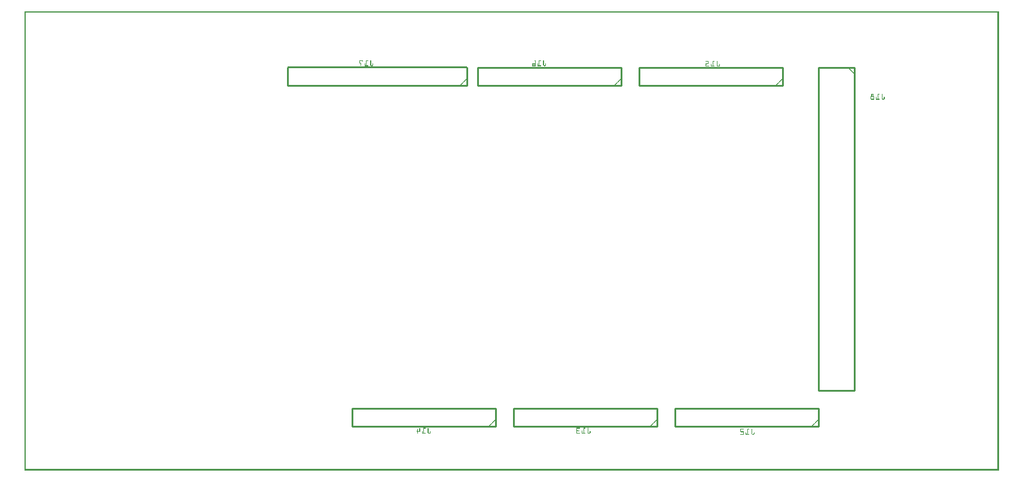
<source format=gbo>
G04 MADE WITH FRITZING*
G04 WWW.FRITZING.ORG*
G04 DOUBLE SIDED*
G04 HOLES PLATED*
G04 CONTOUR ON CENTER OF CONTOUR VECTOR*
%ASAXBY*%
%FSLAX23Y23*%
%MOIN*%
%OFA0B0*%
%SFA1.0B1.0*%
%ADD10C,0.010000*%
%ADD11R,0.001000X0.001000*%
%LNSILK0*%
G90*
G70*
G54D10*
X4426Y247D02*
X3626Y247D01*
D02*
X3626Y247D02*
X3626Y347D01*
D02*
X3626Y347D02*
X4426Y347D01*
D02*
X4426Y347D02*
X4426Y247D01*
D02*
X4626Y2247D02*
X4626Y447D01*
D02*
X4626Y447D02*
X4426Y447D01*
D02*
X4426Y447D02*
X4426Y2247D01*
D02*
X4426Y2247D02*
X4626Y2247D01*
D02*
X2626Y247D02*
X1826Y247D01*
D02*
X1826Y247D02*
X1826Y347D01*
D02*
X1826Y347D02*
X2626Y347D01*
D02*
X2626Y347D02*
X2626Y247D01*
D02*
X3526Y247D02*
X2726Y247D01*
D02*
X2726Y247D02*
X2726Y347D01*
D02*
X2726Y347D02*
X3526Y347D01*
D02*
X3526Y347D02*
X3526Y247D01*
D02*
X4226Y2147D02*
X3426Y2147D01*
D02*
X3426Y2147D02*
X3426Y2247D01*
D02*
X3426Y2247D02*
X4226Y2247D01*
D02*
X4226Y2247D02*
X4226Y2147D01*
D02*
X3326Y2147D02*
X2526Y2147D01*
D02*
X2526Y2147D02*
X2526Y2247D01*
D02*
X2526Y2247D02*
X3326Y2247D01*
D02*
X3326Y2247D02*
X3326Y2147D01*
D02*
X2466Y2147D02*
X1466Y2147D01*
D02*
X1466Y2147D02*
X1466Y2247D01*
D02*
X2466Y2247D02*
X2466Y2147D01*
G54D11*
X0Y2559D02*
X5432Y2559D01*
X0Y2558D02*
X5432Y2558D01*
X0Y2557D02*
X5432Y2557D01*
X0Y2556D02*
X5432Y2556D01*
X0Y2555D02*
X5432Y2555D01*
X0Y2554D02*
X5432Y2554D01*
X0Y2553D02*
X5432Y2553D01*
X0Y2552D02*
X5432Y2552D01*
X0Y2551D02*
X7Y2551D01*
X5425Y2551D02*
X5432Y2551D01*
X0Y2550D02*
X7Y2550D01*
X5425Y2550D02*
X5432Y2550D01*
X0Y2549D02*
X7Y2549D01*
X5425Y2549D02*
X5432Y2549D01*
X0Y2548D02*
X7Y2548D01*
X5425Y2548D02*
X5432Y2548D01*
X0Y2547D02*
X7Y2547D01*
X5425Y2547D02*
X5432Y2547D01*
X0Y2546D02*
X7Y2546D01*
X5425Y2546D02*
X5432Y2546D01*
X0Y2545D02*
X7Y2545D01*
X5425Y2545D02*
X5432Y2545D01*
X0Y2544D02*
X7Y2544D01*
X5425Y2544D02*
X5432Y2544D01*
X0Y2543D02*
X7Y2543D01*
X5425Y2543D02*
X5432Y2543D01*
X0Y2542D02*
X7Y2542D01*
X5425Y2542D02*
X5432Y2542D01*
X0Y2541D02*
X7Y2541D01*
X5425Y2541D02*
X5432Y2541D01*
X0Y2540D02*
X7Y2540D01*
X5425Y2540D02*
X5432Y2540D01*
X0Y2539D02*
X7Y2539D01*
X5425Y2539D02*
X5432Y2539D01*
X0Y2538D02*
X7Y2538D01*
X5425Y2538D02*
X5432Y2538D01*
X0Y2537D02*
X7Y2537D01*
X5425Y2537D02*
X5432Y2537D01*
X0Y2536D02*
X7Y2536D01*
X5425Y2536D02*
X5432Y2536D01*
X0Y2535D02*
X7Y2535D01*
X5425Y2535D02*
X5432Y2535D01*
X0Y2534D02*
X7Y2534D01*
X5425Y2534D02*
X5432Y2534D01*
X0Y2533D02*
X7Y2533D01*
X5425Y2533D02*
X5432Y2533D01*
X0Y2532D02*
X7Y2532D01*
X5425Y2532D02*
X5432Y2532D01*
X0Y2531D02*
X7Y2531D01*
X5425Y2531D02*
X5432Y2531D01*
X0Y2530D02*
X7Y2530D01*
X5425Y2530D02*
X5432Y2530D01*
X0Y2529D02*
X7Y2529D01*
X5425Y2529D02*
X5432Y2529D01*
X0Y2528D02*
X7Y2528D01*
X5425Y2528D02*
X5432Y2528D01*
X0Y2527D02*
X7Y2527D01*
X5425Y2527D02*
X5432Y2527D01*
X0Y2526D02*
X7Y2526D01*
X5425Y2526D02*
X5432Y2526D01*
X0Y2525D02*
X7Y2525D01*
X5425Y2525D02*
X5432Y2525D01*
X0Y2524D02*
X7Y2524D01*
X5425Y2524D02*
X5432Y2524D01*
X0Y2523D02*
X7Y2523D01*
X5425Y2523D02*
X5432Y2523D01*
X0Y2522D02*
X7Y2522D01*
X5425Y2522D02*
X5432Y2522D01*
X0Y2521D02*
X7Y2521D01*
X5425Y2521D02*
X5432Y2521D01*
X0Y2520D02*
X7Y2520D01*
X5425Y2520D02*
X5432Y2520D01*
X0Y2519D02*
X7Y2519D01*
X5425Y2519D02*
X5432Y2519D01*
X0Y2518D02*
X7Y2518D01*
X5425Y2518D02*
X5432Y2518D01*
X0Y2517D02*
X7Y2517D01*
X5425Y2517D02*
X5432Y2517D01*
X0Y2516D02*
X7Y2516D01*
X5425Y2516D02*
X5432Y2516D01*
X0Y2515D02*
X7Y2515D01*
X5425Y2515D02*
X5432Y2515D01*
X0Y2514D02*
X7Y2514D01*
X5425Y2514D02*
X5432Y2514D01*
X0Y2513D02*
X7Y2513D01*
X5425Y2513D02*
X5432Y2513D01*
X0Y2512D02*
X7Y2512D01*
X5425Y2512D02*
X5432Y2512D01*
X0Y2511D02*
X7Y2511D01*
X5425Y2511D02*
X5432Y2511D01*
X0Y2510D02*
X7Y2510D01*
X5425Y2510D02*
X5432Y2510D01*
X0Y2509D02*
X7Y2509D01*
X5425Y2509D02*
X5432Y2509D01*
X0Y2508D02*
X7Y2508D01*
X5425Y2508D02*
X5432Y2508D01*
X0Y2507D02*
X7Y2507D01*
X5425Y2507D02*
X5432Y2507D01*
X0Y2506D02*
X7Y2506D01*
X5425Y2506D02*
X5432Y2506D01*
X0Y2505D02*
X7Y2505D01*
X5425Y2505D02*
X5432Y2505D01*
X0Y2504D02*
X7Y2504D01*
X5425Y2504D02*
X5432Y2504D01*
X0Y2503D02*
X7Y2503D01*
X5425Y2503D02*
X5432Y2503D01*
X0Y2502D02*
X7Y2502D01*
X5425Y2502D02*
X5432Y2502D01*
X0Y2501D02*
X7Y2501D01*
X5425Y2501D02*
X5432Y2501D01*
X0Y2500D02*
X7Y2500D01*
X5425Y2500D02*
X5432Y2500D01*
X0Y2499D02*
X7Y2499D01*
X5425Y2499D02*
X5432Y2499D01*
X0Y2498D02*
X7Y2498D01*
X5425Y2498D02*
X5432Y2498D01*
X0Y2497D02*
X7Y2497D01*
X5425Y2497D02*
X5432Y2497D01*
X0Y2496D02*
X7Y2496D01*
X5425Y2496D02*
X5432Y2496D01*
X0Y2495D02*
X7Y2495D01*
X5425Y2495D02*
X5432Y2495D01*
X0Y2494D02*
X7Y2494D01*
X5425Y2494D02*
X5432Y2494D01*
X0Y2493D02*
X7Y2493D01*
X5425Y2493D02*
X5432Y2493D01*
X0Y2492D02*
X7Y2492D01*
X5425Y2492D02*
X5432Y2492D01*
X0Y2491D02*
X7Y2491D01*
X5425Y2491D02*
X5432Y2491D01*
X0Y2490D02*
X7Y2490D01*
X5425Y2490D02*
X5432Y2490D01*
X0Y2489D02*
X7Y2489D01*
X5425Y2489D02*
X5432Y2489D01*
X0Y2488D02*
X7Y2488D01*
X5425Y2488D02*
X5432Y2488D01*
X0Y2487D02*
X7Y2487D01*
X5425Y2487D02*
X5432Y2487D01*
X0Y2486D02*
X7Y2486D01*
X5425Y2486D02*
X5432Y2486D01*
X0Y2485D02*
X7Y2485D01*
X5425Y2485D02*
X5432Y2485D01*
X0Y2484D02*
X7Y2484D01*
X5425Y2484D02*
X5432Y2484D01*
X0Y2483D02*
X7Y2483D01*
X5425Y2483D02*
X5432Y2483D01*
X0Y2482D02*
X7Y2482D01*
X5425Y2482D02*
X5432Y2482D01*
X0Y2481D02*
X7Y2481D01*
X5425Y2481D02*
X5432Y2481D01*
X0Y2480D02*
X7Y2480D01*
X5425Y2480D02*
X5432Y2480D01*
X0Y2479D02*
X7Y2479D01*
X5425Y2479D02*
X5432Y2479D01*
X0Y2478D02*
X7Y2478D01*
X5425Y2478D02*
X5432Y2478D01*
X0Y2477D02*
X7Y2477D01*
X5425Y2477D02*
X5432Y2477D01*
X0Y2476D02*
X7Y2476D01*
X5425Y2476D02*
X5432Y2476D01*
X0Y2475D02*
X7Y2475D01*
X5425Y2475D02*
X5432Y2475D01*
X0Y2474D02*
X7Y2474D01*
X5425Y2474D02*
X5432Y2474D01*
X0Y2473D02*
X7Y2473D01*
X5425Y2473D02*
X5432Y2473D01*
X0Y2472D02*
X7Y2472D01*
X5425Y2472D02*
X5432Y2472D01*
X0Y2471D02*
X7Y2471D01*
X5425Y2471D02*
X5432Y2471D01*
X0Y2470D02*
X7Y2470D01*
X5425Y2470D02*
X5432Y2470D01*
X0Y2469D02*
X7Y2469D01*
X5425Y2469D02*
X5432Y2469D01*
X0Y2468D02*
X7Y2468D01*
X5425Y2468D02*
X5432Y2468D01*
X0Y2467D02*
X7Y2467D01*
X5425Y2467D02*
X5432Y2467D01*
X0Y2466D02*
X7Y2466D01*
X5425Y2466D02*
X5432Y2466D01*
X0Y2465D02*
X7Y2465D01*
X5425Y2465D02*
X5432Y2465D01*
X0Y2464D02*
X7Y2464D01*
X5425Y2464D02*
X5432Y2464D01*
X0Y2463D02*
X7Y2463D01*
X5425Y2463D02*
X5432Y2463D01*
X0Y2462D02*
X7Y2462D01*
X5425Y2462D02*
X5432Y2462D01*
X0Y2461D02*
X7Y2461D01*
X5425Y2461D02*
X5432Y2461D01*
X0Y2460D02*
X7Y2460D01*
X5425Y2460D02*
X5432Y2460D01*
X0Y2459D02*
X7Y2459D01*
X5425Y2459D02*
X5432Y2459D01*
X0Y2458D02*
X7Y2458D01*
X5425Y2458D02*
X5432Y2458D01*
X0Y2457D02*
X7Y2457D01*
X5425Y2457D02*
X5432Y2457D01*
X0Y2456D02*
X7Y2456D01*
X5425Y2456D02*
X5432Y2456D01*
X0Y2455D02*
X7Y2455D01*
X5425Y2455D02*
X5432Y2455D01*
X0Y2454D02*
X7Y2454D01*
X5425Y2454D02*
X5432Y2454D01*
X0Y2453D02*
X7Y2453D01*
X5425Y2453D02*
X5432Y2453D01*
X0Y2452D02*
X7Y2452D01*
X5425Y2452D02*
X5432Y2452D01*
X0Y2451D02*
X7Y2451D01*
X5425Y2451D02*
X5432Y2451D01*
X0Y2450D02*
X7Y2450D01*
X5425Y2450D02*
X5432Y2450D01*
X0Y2449D02*
X7Y2449D01*
X5425Y2449D02*
X5432Y2449D01*
X0Y2448D02*
X7Y2448D01*
X5425Y2448D02*
X5432Y2448D01*
X0Y2447D02*
X7Y2447D01*
X5425Y2447D02*
X5432Y2447D01*
X0Y2446D02*
X7Y2446D01*
X5425Y2446D02*
X5432Y2446D01*
X0Y2445D02*
X7Y2445D01*
X5425Y2445D02*
X5432Y2445D01*
X0Y2444D02*
X7Y2444D01*
X5425Y2444D02*
X5432Y2444D01*
X0Y2443D02*
X7Y2443D01*
X5425Y2443D02*
X5432Y2443D01*
X0Y2442D02*
X7Y2442D01*
X5425Y2442D02*
X5432Y2442D01*
X0Y2441D02*
X7Y2441D01*
X5425Y2441D02*
X5432Y2441D01*
X0Y2440D02*
X7Y2440D01*
X5425Y2440D02*
X5432Y2440D01*
X0Y2439D02*
X7Y2439D01*
X5425Y2439D02*
X5432Y2439D01*
X0Y2438D02*
X7Y2438D01*
X5425Y2438D02*
X5432Y2438D01*
X0Y2437D02*
X7Y2437D01*
X5425Y2437D02*
X5432Y2437D01*
X0Y2436D02*
X7Y2436D01*
X5425Y2436D02*
X5432Y2436D01*
X0Y2435D02*
X7Y2435D01*
X5425Y2435D02*
X5432Y2435D01*
X0Y2434D02*
X7Y2434D01*
X5425Y2434D02*
X5432Y2434D01*
X0Y2433D02*
X7Y2433D01*
X5425Y2433D02*
X5432Y2433D01*
X0Y2432D02*
X7Y2432D01*
X5425Y2432D02*
X5432Y2432D01*
X0Y2431D02*
X7Y2431D01*
X5425Y2431D02*
X5432Y2431D01*
X0Y2430D02*
X7Y2430D01*
X5425Y2430D02*
X5432Y2430D01*
X0Y2429D02*
X7Y2429D01*
X5425Y2429D02*
X5432Y2429D01*
X0Y2428D02*
X7Y2428D01*
X5425Y2428D02*
X5432Y2428D01*
X0Y2427D02*
X7Y2427D01*
X5425Y2427D02*
X5432Y2427D01*
X0Y2426D02*
X7Y2426D01*
X5425Y2426D02*
X5432Y2426D01*
X0Y2425D02*
X7Y2425D01*
X5425Y2425D02*
X5432Y2425D01*
X0Y2424D02*
X7Y2424D01*
X5425Y2424D02*
X5432Y2424D01*
X0Y2423D02*
X7Y2423D01*
X5425Y2423D02*
X5432Y2423D01*
X0Y2422D02*
X7Y2422D01*
X5425Y2422D02*
X5432Y2422D01*
X0Y2421D02*
X7Y2421D01*
X5425Y2421D02*
X5432Y2421D01*
X0Y2420D02*
X7Y2420D01*
X5425Y2420D02*
X5432Y2420D01*
X0Y2419D02*
X7Y2419D01*
X5425Y2419D02*
X5432Y2419D01*
X0Y2418D02*
X7Y2418D01*
X5425Y2418D02*
X5432Y2418D01*
X0Y2417D02*
X7Y2417D01*
X5425Y2417D02*
X5432Y2417D01*
X0Y2416D02*
X7Y2416D01*
X5425Y2416D02*
X5432Y2416D01*
X0Y2415D02*
X7Y2415D01*
X5425Y2415D02*
X5432Y2415D01*
X0Y2414D02*
X7Y2414D01*
X5425Y2414D02*
X5432Y2414D01*
X0Y2413D02*
X7Y2413D01*
X5425Y2413D02*
X5432Y2413D01*
X0Y2412D02*
X7Y2412D01*
X5425Y2412D02*
X5432Y2412D01*
X0Y2411D02*
X7Y2411D01*
X5425Y2411D02*
X5432Y2411D01*
X0Y2410D02*
X7Y2410D01*
X5425Y2410D02*
X5432Y2410D01*
X0Y2409D02*
X7Y2409D01*
X5425Y2409D02*
X5432Y2409D01*
X0Y2408D02*
X7Y2408D01*
X5425Y2408D02*
X5432Y2408D01*
X0Y2407D02*
X7Y2407D01*
X5425Y2407D02*
X5432Y2407D01*
X0Y2406D02*
X7Y2406D01*
X5425Y2406D02*
X5432Y2406D01*
X0Y2405D02*
X7Y2405D01*
X5425Y2405D02*
X5432Y2405D01*
X0Y2404D02*
X7Y2404D01*
X5425Y2404D02*
X5432Y2404D01*
X0Y2403D02*
X7Y2403D01*
X5425Y2403D02*
X5432Y2403D01*
X0Y2402D02*
X7Y2402D01*
X5425Y2402D02*
X5432Y2402D01*
X0Y2401D02*
X7Y2401D01*
X5425Y2401D02*
X5432Y2401D01*
X0Y2400D02*
X7Y2400D01*
X5425Y2400D02*
X5432Y2400D01*
X0Y2399D02*
X7Y2399D01*
X5425Y2399D02*
X5432Y2399D01*
X0Y2398D02*
X7Y2398D01*
X5425Y2398D02*
X5432Y2398D01*
X0Y2397D02*
X7Y2397D01*
X5425Y2397D02*
X5432Y2397D01*
X0Y2396D02*
X7Y2396D01*
X5425Y2396D02*
X5432Y2396D01*
X0Y2395D02*
X7Y2395D01*
X5425Y2395D02*
X5432Y2395D01*
X0Y2394D02*
X7Y2394D01*
X5425Y2394D02*
X5432Y2394D01*
X0Y2393D02*
X7Y2393D01*
X5425Y2393D02*
X5432Y2393D01*
X0Y2392D02*
X7Y2392D01*
X5425Y2392D02*
X5432Y2392D01*
X0Y2391D02*
X7Y2391D01*
X5425Y2391D02*
X5432Y2391D01*
X0Y2390D02*
X7Y2390D01*
X5425Y2390D02*
X5432Y2390D01*
X0Y2389D02*
X7Y2389D01*
X5425Y2389D02*
X5432Y2389D01*
X0Y2388D02*
X7Y2388D01*
X5425Y2388D02*
X5432Y2388D01*
X0Y2387D02*
X7Y2387D01*
X5425Y2387D02*
X5432Y2387D01*
X0Y2386D02*
X7Y2386D01*
X5425Y2386D02*
X5432Y2386D01*
X0Y2385D02*
X7Y2385D01*
X5425Y2385D02*
X5432Y2385D01*
X0Y2384D02*
X7Y2384D01*
X5425Y2384D02*
X5432Y2384D01*
X0Y2383D02*
X7Y2383D01*
X5425Y2383D02*
X5432Y2383D01*
X0Y2382D02*
X7Y2382D01*
X5425Y2382D02*
X5432Y2382D01*
X0Y2381D02*
X7Y2381D01*
X5425Y2381D02*
X5432Y2381D01*
X0Y2380D02*
X7Y2380D01*
X5425Y2380D02*
X5432Y2380D01*
X0Y2379D02*
X7Y2379D01*
X5425Y2379D02*
X5432Y2379D01*
X0Y2378D02*
X7Y2378D01*
X5425Y2378D02*
X5432Y2378D01*
X0Y2377D02*
X7Y2377D01*
X5425Y2377D02*
X5432Y2377D01*
X0Y2376D02*
X7Y2376D01*
X5425Y2376D02*
X5432Y2376D01*
X0Y2375D02*
X7Y2375D01*
X5425Y2375D02*
X5432Y2375D01*
X0Y2374D02*
X7Y2374D01*
X5425Y2374D02*
X5432Y2374D01*
X0Y2373D02*
X7Y2373D01*
X5425Y2373D02*
X5432Y2373D01*
X0Y2372D02*
X7Y2372D01*
X5425Y2372D02*
X5432Y2372D01*
X0Y2371D02*
X7Y2371D01*
X5425Y2371D02*
X5432Y2371D01*
X0Y2370D02*
X7Y2370D01*
X5425Y2370D02*
X5432Y2370D01*
X0Y2369D02*
X7Y2369D01*
X5425Y2369D02*
X5432Y2369D01*
X0Y2368D02*
X7Y2368D01*
X5425Y2368D02*
X5432Y2368D01*
X0Y2367D02*
X7Y2367D01*
X5425Y2367D02*
X5432Y2367D01*
X0Y2366D02*
X7Y2366D01*
X5425Y2366D02*
X5432Y2366D01*
X0Y2365D02*
X7Y2365D01*
X5425Y2365D02*
X5432Y2365D01*
X0Y2364D02*
X7Y2364D01*
X5425Y2364D02*
X5432Y2364D01*
X0Y2363D02*
X7Y2363D01*
X5425Y2363D02*
X5432Y2363D01*
X0Y2362D02*
X7Y2362D01*
X5425Y2362D02*
X5432Y2362D01*
X0Y2361D02*
X7Y2361D01*
X5425Y2361D02*
X5432Y2361D01*
X0Y2360D02*
X7Y2360D01*
X5425Y2360D02*
X5432Y2360D01*
X0Y2359D02*
X7Y2359D01*
X5425Y2359D02*
X5432Y2359D01*
X0Y2358D02*
X7Y2358D01*
X5425Y2358D02*
X5432Y2358D01*
X0Y2357D02*
X7Y2357D01*
X5425Y2357D02*
X5432Y2357D01*
X0Y2356D02*
X7Y2356D01*
X5425Y2356D02*
X5432Y2356D01*
X0Y2355D02*
X7Y2355D01*
X5425Y2355D02*
X5432Y2355D01*
X0Y2354D02*
X7Y2354D01*
X5425Y2354D02*
X5432Y2354D01*
X0Y2353D02*
X7Y2353D01*
X5425Y2353D02*
X5432Y2353D01*
X0Y2352D02*
X7Y2352D01*
X5425Y2352D02*
X5432Y2352D01*
X0Y2351D02*
X7Y2351D01*
X5425Y2351D02*
X5432Y2351D01*
X0Y2350D02*
X7Y2350D01*
X5425Y2350D02*
X5432Y2350D01*
X0Y2349D02*
X7Y2349D01*
X5425Y2349D02*
X5432Y2349D01*
X0Y2348D02*
X7Y2348D01*
X5425Y2348D02*
X5432Y2348D01*
X0Y2347D02*
X7Y2347D01*
X5425Y2347D02*
X5432Y2347D01*
X0Y2346D02*
X7Y2346D01*
X5425Y2346D02*
X5432Y2346D01*
X0Y2345D02*
X7Y2345D01*
X5425Y2345D02*
X5432Y2345D01*
X0Y2344D02*
X7Y2344D01*
X5425Y2344D02*
X5432Y2344D01*
X0Y2343D02*
X7Y2343D01*
X5425Y2343D02*
X5432Y2343D01*
X0Y2342D02*
X7Y2342D01*
X5425Y2342D02*
X5432Y2342D01*
X0Y2341D02*
X7Y2341D01*
X5425Y2341D02*
X5432Y2341D01*
X0Y2340D02*
X7Y2340D01*
X5425Y2340D02*
X5432Y2340D01*
X0Y2339D02*
X7Y2339D01*
X5425Y2339D02*
X5432Y2339D01*
X0Y2338D02*
X7Y2338D01*
X5425Y2338D02*
X5432Y2338D01*
X0Y2337D02*
X7Y2337D01*
X5425Y2337D02*
X5432Y2337D01*
X0Y2336D02*
X7Y2336D01*
X5425Y2336D02*
X5432Y2336D01*
X0Y2335D02*
X7Y2335D01*
X5425Y2335D02*
X5432Y2335D01*
X0Y2334D02*
X7Y2334D01*
X5425Y2334D02*
X5432Y2334D01*
X0Y2333D02*
X7Y2333D01*
X5425Y2333D02*
X5432Y2333D01*
X0Y2332D02*
X7Y2332D01*
X5425Y2332D02*
X5432Y2332D01*
X0Y2331D02*
X7Y2331D01*
X5425Y2331D02*
X5432Y2331D01*
X0Y2330D02*
X7Y2330D01*
X5425Y2330D02*
X5432Y2330D01*
X0Y2329D02*
X7Y2329D01*
X5425Y2329D02*
X5432Y2329D01*
X0Y2328D02*
X7Y2328D01*
X5425Y2328D02*
X5432Y2328D01*
X0Y2327D02*
X7Y2327D01*
X5425Y2327D02*
X5432Y2327D01*
X0Y2326D02*
X7Y2326D01*
X5425Y2326D02*
X5432Y2326D01*
X0Y2325D02*
X7Y2325D01*
X5425Y2325D02*
X5432Y2325D01*
X0Y2324D02*
X7Y2324D01*
X5425Y2324D02*
X5432Y2324D01*
X0Y2323D02*
X7Y2323D01*
X5425Y2323D02*
X5432Y2323D01*
X0Y2322D02*
X7Y2322D01*
X5425Y2322D02*
X5432Y2322D01*
X0Y2321D02*
X7Y2321D01*
X5425Y2321D02*
X5432Y2321D01*
X0Y2320D02*
X7Y2320D01*
X5425Y2320D02*
X5432Y2320D01*
X0Y2319D02*
X7Y2319D01*
X5425Y2319D02*
X5432Y2319D01*
X0Y2318D02*
X7Y2318D01*
X5425Y2318D02*
X5432Y2318D01*
X0Y2317D02*
X7Y2317D01*
X5425Y2317D02*
X5432Y2317D01*
X0Y2316D02*
X7Y2316D01*
X5425Y2316D02*
X5432Y2316D01*
X0Y2315D02*
X7Y2315D01*
X5425Y2315D02*
X5432Y2315D01*
X0Y2314D02*
X7Y2314D01*
X5425Y2314D02*
X5432Y2314D01*
X0Y2313D02*
X7Y2313D01*
X5425Y2313D02*
X5432Y2313D01*
X0Y2312D02*
X7Y2312D01*
X5425Y2312D02*
X5432Y2312D01*
X0Y2311D02*
X7Y2311D01*
X5425Y2311D02*
X5432Y2311D01*
X0Y2310D02*
X7Y2310D01*
X5425Y2310D02*
X5432Y2310D01*
X0Y2309D02*
X7Y2309D01*
X5425Y2309D02*
X5432Y2309D01*
X0Y2308D02*
X7Y2308D01*
X5425Y2308D02*
X5432Y2308D01*
X0Y2307D02*
X7Y2307D01*
X5425Y2307D02*
X5432Y2307D01*
X0Y2306D02*
X7Y2306D01*
X5425Y2306D02*
X5432Y2306D01*
X0Y2305D02*
X7Y2305D01*
X5425Y2305D02*
X5432Y2305D01*
X0Y2304D02*
X7Y2304D01*
X5425Y2304D02*
X5432Y2304D01*
X0Y2303D02*
X7Y2303D01*
X5425Y2303D02*
X5432Y2303D01*
X0Y2302D02*
X7Y2302D01*
X5425Y2302D02*
X5432Y2302D01*
X0Y2301D02*
X7Y2301D01*
X5425Y2301D02*
X5432Y2301D01*
X0Y2300D02*
X7Y2300D01*
X5425Y2300D02*
X5432Y2300D01*
X0Y2299D02*
X7Y2299D01*
X5425Y2299D02*
X5432Y2299D01*
X0Y2298D02*
X7Y2298D01*
X5425Y2298D02*
X5432Y2298D01*
X0Y2297D02*
X7Y2297D01*
X5425Y2297D02*
X5432Y2297D01*
X0Y2296D02*
X7Y2296D01*
X5425Y2296D02*
X5432Y2296D01*
X0Y2295D02*
X7Y2295D01*
X5425Y2295D02*
X5432Y2295D01*
X0Y2294D02*
X7Y2294D01*
X5425Y2294D02*
X5432Y2294D01*
X0Y2293D02*
X7Y2293D01*
X5425Y2293D02*
X5432Y2293D01*
X0Y2292D02*
X7Y2292D01*
X5425Y2292D02*
X5432Y2292D01*
X0Y2291D02*
X7Y2291D01*
X5425Y2291D02*
X5432Y2291D01*
X0Y2290D02*
X7Y2290D01*
X5425Y2290D02*
X5432Y2290D01*
X0Y2289D02*
X7Y2289D01*
X5425Y2289D02*
X5432Y2289D01*
X0Y2288D02*
X7Y2288D01*
X5425Y2288D02*
X5432Y2288D01*
X0Y2287D02*
X7Y2287D01*
X5425Y2287D02*
X5432Y2287D01*
X0Y2286D02*
X7Y2286D01*
X1867Y2286D02*
X1886Y2286D01*
X1905Y2286D02*
X1916Y2286D01*
X1929Y2286D02*
X1932Y2286D01*
X2845Y2286D02*
X2849Y2286D01*
X2868Y2286D02*
X2879Y2286D01*
X2893Y2286D02*
X2895Y2286D01*
X5425Y2286D02*
X5432Y2286D01*
X0Y2285D02*
X7Y2285D01*
X1867Y2285D02*
X1886Y2285D01*
X1905Y2285D02*
X1916Y2285D01*
X1929Y2285D02*
X1932Y2285D01*
X2845Y2285D02*
X2850Y2285D01*
X2868Y2285D02*
X2880Y2285D01*
X2892Y2285D02*
X2895Y2285D01*
X5425Y2285D02*
X5432Y2285D01*
X0Y2284D02*
X7Y2284D01*
X1867Y2284D02*
X1886Y2284D01*
X1905Y2284D02*
X1916Y2284D01*
X1929Y2284D02*
X1932Y2284D01*
X2845Y2284D02*
X2850Y2284D01*
X2868Y2284D02*
X2880Y2284D01*
X2892Y2284D02*
X2895Y2284D01*
X5425Y2284D02*
X5432Y2284D01*
X0Y2283D02*
X7Y2283D01*
X1867Y2283D02*
X1886Y2283D01*
X1905Y2283D02*
X1915Y2283D01*
X1929Y2283D02*
X1932Y2283D01*
X2845Y2283D02*
X2850Y2283D01*
X2868Y2283D02*
X2879Y2283D01*
X2892Y2283D02*
X2895Y2283D01*
X3799Y2283D02*
X3814Y2283D01*
X3837Y2283D02*
X3847Y2283D01*
X3861Y2283D02*
X3863Y2283D01*
X5425Y2283D02*
X5432Y2283D01*
X0Y2282D02*
X7Y2282D01*
X1867Y2282D02*
X1870Y2282D01*
X1884Y2282D02*
X1886Y2282D01*
X1905Y2282D02*
X1908Y2282D01*
X1929Y2282D02*
X1932Y2282D01*
X2847Y2282D02*
X2850Y2282D01*
X2868Y2282D02*
X2871Y2282D01*
X2892Y2282D02*
X2895Y2282D01*
X3798Y2282D02*
X3814Y2282D01*
X3837Y2282D02*
X3848Y2282D01*
X3860Y2282D02*
X3863Y2282D01*
X5425Y2282D02*
X5432Y2282D01*
X0Y2281D02*
X7Y2281D01*
X1867Y2281D02*
X1870Y2281D01*
X1885Y2281D02*
X1885Y2281D01*
X1905Y2281D02*
X1908Y2281D01*
X1929Y2281D02*
X1932Y2281D01*
X2847Y2281D02*
X2850Y2281D01*
X2868Y2281D02*
X2871Y2281D01*
X2892Y2281D02*
X2895Y2281D01*
X3798Y2281D02*
X3814Y2281D01*
X3837Y2281D02*
X3848Y2281D01*
X3860Y2281D02*
X3864Y2281D01*
X5425Y2281D02*
X5432Y2281D01*
X0Y2280D02*
X7Y2280D01*
X1867Y2280D02*
X1870Y2280D01*
X1905Y2280D02*
X1908Y2280D01*
X1929Y2280D02*
X1932Y2280D01*
X2847Y2280D02*
X2850Y2280D01*
X2868Y2280D02*
X2871Y2280D01*
X2892Y2280D02*
X2895Y2280D01*
X3799Y2280D02*
X3814Y2280D01*
X3837Y2280D02*
X3847Y2280D01*
X3860Y2280D02*
X3864Y2280D01*
X5425Y2280D02*
X5432Y2280D01*
X0Y2279D02*
X7Y2279D01*
X1867Y2279D02*
X1870Y2279D01*
X1905Y2279D02*
X1908Y2279D01*
X1929Y2279D02*
X1932Y2279D01*
X2847Y2279D02*
X2850Y2279D01*
X2868Y2279D02*
X2871Y2279D01*
X2892Y2279D02*
X2895Y2279D01*
X3811Y2279D02*
X3814Y2279D01*
X3837Y2279D02*
X3840Y2279D01*
X3860Y2279D02*
X3864Y2279D01*
X5425Y2279D02*
X5432Y2279D01*
X0Y2278D02*
X7Y2278D01*
X1867Y2278D02*
X1870Y2278D01*
X1905Y2278D02*
X1908Y2278D01*
X1929Y2278D02*
X1932Y2278D01*
X2847Y2278D02*
X2850Y2278D01*
X2868Y2278D02*
X2871Y2278D01*
X2892Y2278D02*
X2895Y2278D01*
X3811Y2278D02*
X3814Y2278D01*
X3837Y2278D02*
X3840Y2278D01*
X3860Y2278D02*
X3864Y2278D01*
X5425Y2278D02*
X5432Y2278D01*
X0Y2277D02*
X7Y2277D01*
X1867Y2277D02*
X1870Y2277D01*
X1905Y2277D02*
X1908Y2277D01*
X1929Y2277D02*
X1932Y2277D01*
X2847Y2277D02*
X2850Y2277D01*
X2868Y2277D02*
X2871Y2277D01*
X2892Y2277D02*
X2895Y2277D01*
X3811Y2277D02*
X3814Y2277D01*
X3837Y2277D02*
X3840Y2277D01*
X3860Y2277D02*
X3864Y2277D01*
X5425Y2277D02*
X5432Y2277D01*
X0Y2276D02*
X7Y2276D01*
X1867Y2276D02*
X1870Y2276D01*
X1905Y2276D02*
X1908Y2276D01*
X1929Y2276D02*
X1932Y2276D01*
X2847Y2276D02*
X2850Y2276D01*
X2868Y2276D02*
X2871Y2276D01*
X2892Y2276D02*
X2895Y2276D01*
X3811Y2276D02*
X3814Y2276D01*
X3837Y2276D02*
X3840Y2276D01*
X3860Y2276D02*
X3864Y2276D01*
X5425Y2276D02*
X5432Y2276D01*
X0Y2275D02*
X7Y2275D01*
X1867Y2275D02*
X1870Y2275D01*
X1905Y2275D02*
X1908Y2275D01*
X1929Y2275D02*
X1932Y2275D01*
X2847Y2275D02*
X2850Y2275D01*
X2868Y2275D02*
X2871Y2275D01*
X2892Y2275D02*
X2895Y2275D01*
X3811Y2275D02*
X3814Y2275D01*
X3837Y2275D02*
X3840Y2275D01*
X3860Y2275D02*
X3864Y2275D01*
X5425Y2275D02*
X5432Y2275D01*
X0Y2274D02*
X7Y2274D01*
X1867Y2274D02*
X1871Y2274D01*
X1905Y2274D02*
X1908Y2274D01*
X1929Y2274D02*
X1932Y2274D01*
X2847Y2274D02*
X2850Y2274D01*
X2868Y2274D02*
X2871Y2274D01*
X2892Y2274D02*
X2895Y2274D01*
X3811Y2274D02*
X3814Y2274D01*
X3837Y2274D02*
X3840Y2274D01*
X3860Y2274D02*
X3864Y2274D01*
X5425Y2274D02*
X5432Y2274D01*
X0Y2273D02*
X7Y2273D01*
X1867Y2273D02*
X1872Y2273D01*
X1905Y2273D02*
X1908Y2273D01*
X1929Y2273D02*
X1932Y2273D01*
X2847Y2273D02*
X2850Y2273D01*
X2868Y2273D02*
X2871Y2273D01*
X2892Y2273D02*
X2895Y2273D01*
X3811Y2273D02*
X3814Y2273D01*
X3837Y2273D02*
X3840Y2273D01*
X3860Y2273D02*
X3864Y2273D01*
X5425Y2273D02*
X5432Y2273D01*
X0Y2272D02*
X7Y2272D01*
X1868Y2272D02*
X1874Y2272D01*
X1905Y2272D02*
X1908Y2272D01*
X1929Y2272D02*
X1932Y2272D01*
X2847Y2272D02*
X2850Y2272D01*
X2868Y2272D02*
X2871Y2272D01*
X2892Y2272D02*
X2895Y2272D01*
X3811Y2272D02*
X3814Y2272D01*
X3837Y2272D02*
X3840Y2272D01*
X3860Y2272D02*
X3864Y2272D01*
X5425Y2272D02*
X5432Y2272D01*
X0Y2271D02*
X7Y2271D01*
X1869Y2271D02*
X1875Y2271D01*
X1905Y2271D02*
X1908Y2271D01*
X1929Y2271D02*
X1932Y2271D01*
X2847Y2271D02*
X2850Y2271D01*
X2868Y2271D02*
X2871Y2271D01*
X2892Y2271D02*
X2895Y2271D01*
X3811Y2271D02*
X3814Y2271D01*
X3837Y2271D02*
X3840Y2271D01*
X3860Y2271D02*
X3864Y2271D01*
X5425Y2271D02*
X5432Y2271D01*
X0Y2270D02*
X7Y2270D01*
X1870Y2270D02*
X1876Y2270D01*
X1905Y2270D02*
X1908Y2270D01*
X1929Y2270D02*
X1932Y2270D01*
X2847Y2270D02*
X2850Y2270D01*
X2868Y2270D02*
X2871Y2270D01*
X2892Y2270D02*
X2895Y2270D01*
X3811Y2270D02*
X3814Y2270D01*
X3837Y2270D02*
X3840Y2270D01*
X3860Y2270D02*
X3864Y2270D01*
X5425Y2270D02*
X5432Y2270D01*
X0Y2269D02*
X7Y2269D01*
X1872Y2269D02*
X1877Y2269D01*
X1898Y2269D02*
X1899Y2269D01*
X1905Y2269D02*
X1908Y2269D01*
X1929Y2269D02*
X1932Y2269D01*
X1942Y2269D02*
X1943Y2269D01*
X2832Y2269D02*
X2850Y2269D01*
X2868Y2269D02*
X2871Y2269D01*
X2892Y2269D02*
X2895Y2269D01*
X2906Y2269D02*
X2906Y2269D01*
X3800Y2269D02*
X3814Y2269D01*
X3837Y2269D02*
X3840Y2269D01*
X3860Y2269D02*
X3864Y2269D01*
X5425Y2269D02*
X5432Y2269D01*
X0Y2268D02*
X7Y2268D01*
X1873Y2268D02*
X1878Y2268D01*
X1897Y2268D02*
X1900Y2268D01*
X1905Y2268D02*
X1908Y2268D01*
X1929Y2268D02*
X1932Y2268D01*
X1941Y2268D02*
X1944Y2268D01*
X2830Y2268D02*
X2850Y2268D01*
X2860Y2268D02*
X2863Y2268D01*
X2868Y2268D02*
X2871Y2268D01*
X2892Y2268D02*
X2895Y2268D01*
X2905Y2268D02*
X2907Y2268D01*
X3799Y2268D02*
X3814Y2268D01*
X3837Y2268D02*
X3840Y2268D01*
X3860Y2268D02*
X3864Y2268D01*
X5425Y2268D02*
X5432Y2268D01*
X0Y2267D02*
X7Y2267D01*
X1874Y2267D02*
X1878Y2267D01*
X1897Y2267D02*
X1900Y2267D01*
X1905Y2267D02*
X1908Y2267D01*
X1929Y2267D02*
X1932Y2267D01*
X1941Y2267D02*
X1944Y2267D01*
X2830Y2267D02*
X2850Y2267D01*
X2860Y2267D02*
X2863Y2267D01*
X2868Y2267D02*
X2871Y2267D01*
X2892Y2267D02*
X2895Y2267D01*
X2904Y2267D02*
X2908Y2267D01*
X3799Y2267D02*
X3814Y2267D01*
X3837Y2267D02*
X3840Y2267D01*
X3860Y2267D02*
X3864Y2267D01*
X5425Y2267D02*
X5432Y2267D01*
X0Y2266D02*
X7Y2266D01*
X1875Y2266D02*
X1878Y2266D01*
X1897Y2266D02*
X1900Y2266D01*
X1905Y2266D02*
X1908Y2266D01*
X1929Y2266D02*
X1932Y2266D01*
X1941Y2266D02*
X1944Y2266D01*
X2830Y2266D02*
X2850Y2266D01*
X2860Y2266D02*
X2863Y2266D01*
X2868Y2266D02*
X2871Y2266D01*
X2892Y2266D02*
X2895Y2266D01*
X2904Y2266D02*
X2908Y2266D01*
X3798Y2266D02*
X3814Y2266D01*
X3830Y2266D02*
X3830Y2266D01*
X3837Y2266D02*
X3840Y2266D01*
X3860Y2266D02*
X3864Y2266D01*
X3874Y2266D02*
X3874Y2266D01*
X5425Y2266D02*
X5432Y2266D01*
X0Y2265D02*
X7Y2265D01*
X1875Y2265D02*
X1878Y2265D01*
X1897Y2265D02*
X1900Y2265D01*
X1905Y2265D02*
X1908Y2265D01*
X1929Y2265D02*
X1932Y2265D01*
X1941Y2265D02*
X1944Y2265D01*
X2830Y2265D02*
X2850Y2265D01*
X2860Y2265D02*
X2863Y2265D01*
X2868Y2265D02*
X2871Y2265D01*
X2892Y2265D02*
X2895Y2265D01*
X2904Y2265D02*
X2908Y2265D01*
X3798Y2265D02*
X3802Y2265D01*
X3829Y2265D02*
X3831Y2265D01*
X3837Y2265D02*
X3840Y2265D01*
X3860Y2265D02*
X3864Y2265D01*
X3873Y2265D02*
X3876Y2265D01*
X5425Y2265D02*
X5432Y2265D01*
X0Y2264D02*
X7Y2264D01*
X1875Y2264D02*
X1878Y2264D01*
X1897Y2264D02*
X1900Y2264D01*
X1905Y2264D02*
X1908Y2264D01*
X1929Y2264D02*
X1932Y2264D01*
X1941Y2264D02*
X1944Y2264D01*
X2830Y2264D02*
X2833Y2264D01*
X2847Y2264D02*
X2850Y2264D01*
X2860Y2264D02*
X2863Y2264D01*
X2868Y2264D02*
X2871Y2264D01*
X2892Y2264D02*
X2895Y2264D01*
X2904Y2264D02*
X2908Y2264D01*
X3798Y2264D02*
X3801Y2264D01*
X3828Y2264D02*
X3831Y2264D01*
X3837Y2264D02*
X3840Y2264D01*
X3860Y2264D02*
X3864Y2264D01*
X3873Y2264D02*
X3876Y2264D01*
X5425Y2264D02*
X5432Y2264D01*
X0Y2263D02*
X7Y2263D01*
X1875Y2263D02*
X1878Y2263D01*
X1897Y2263D02*
X1900Y2263D01*
X1905Y2263D02*
X1908Y2263D01*
X1929Y2263D02*
X1932Y2263D01*
X1941Y2263D02*
X1944Y2263D01*
X2830Y2263D02*
X2833Y2263D01*
X2847Y2263D02*
X2850Y2263D01*
X2860Y2263D02*
X2863Y2263D01*
X2868Y2263D02*
X2871Y2263D01*
X2892Y2263D02*
X2895Y2263D01*
X2904Y2263D02*
X2908Y2263D01*
X3798Y2263D02*
X3801Y2263D01*
X3828Y2263D02*
X3831Y2263D01*
X3837Y2263D02*
X3840Y2263D01*
X3860Y2263D02*
X3864Y2263D01*
X3873Y2263D02*
X3876Y2263D01*
X5425Y2263D02*
X5432Y2263D01*
X0Y2262D02*
X7Y2262D01*
X1875Y2262D02*
X1878Y2262D01*
X1897Y2262D02*
X1900Y2262D01*
X1905Y2262D02*
X1908Y2262D01*
X1929Y2262D02*
X1932Y2262D01*
X1941Y2262D02*
X1944Y2262D01*
X2830Y2262D02*
X2833Y2262D01*
X2847Y2262D02*
X2850Y2262D01*
X2860Y2262D02*
X2863Y2262D01*
X2868Y2262D02*
X2871Y2262D01*
X2892Y2262D02*
X2895Y2262D01*
X2904Y2262D02*
X2908Y2262D01*
X3798Y2262D02*
X3801Y2262D01*
X3828Y2262D02*
X3831Y2262D01*
X3837Y2262D02*
X3840Y2262D01*
X3860Y2262D02*
X3864Y2262D01*
X3873Y2262D02*
X3876Y2262D01*
X5425Y2262D02*
X5432Y2262D01*
X0Y2261D02*
X7Y2261D01*
X1875Y2261D02*
X1878Y2261D01*
X1897Y2261D02*
X1900Y2261D01*
X1905Y2261D02*
X1908Y2261D01*
X1929Y2261D02*
X1932Y2261D01*
X1941Y2261D02*
X1944Y2261D01*
X2830Y2261D02*
X2833Y2261D01*
X2847Y2261D02*
X2850Y2261D01*
X2860Y2261D02*
X2863Y2261D01*
X2868Y2261D02*
X2871Y2261D01*
X2892Y2261D02*
X2895Y2261D01*
X2904Y2261D02*
X2908Y2261D01*
X3798Y2261D02*
X3801Y2261D01*
X3828Y2261D02*
X3831Y2261D01*
X3837Y2261D02*
X3840Y2261D01*
X3860Y2261D02*
X3864Y2261D01*
X3873Y2261D02*
X3876Y2261D01*
X5425Y2261D02*
X5432Y2261D01*
X0Y2260D02*
X7Y2260D01*
X1875Y2260D02*
X1878Y2260D01*
X1897Y2260D02*
X1900Y2260D01*
X1905Y2260D02*
X1908Y2260D01*
X1929Y2260D02*
X1932Y2260D01*
X1941Y2260D02*
X1944Y2260D01*
X2830Y2260D02*
X2833Y2260D01*
X2847Y2260D02*
X2850Y2260D01*
X2860Y2260D02*
X2863Y2260D01*
X2868Y2260D02*
X2871Y2260D01*
X2892Y2260D02*
X2895Y2260D01*
X2904Y2260D02*
X2908Y2260D01*
X3798Y2260D02*
X3801Y2260D01*
X3828Y2260D02*
X3831Y2260D01*
X3837Y2260D02*
X3840Y2260D01*
X3860Y2260D02*
X3864Y2260D01*
X3873Y2260D02*
X3876Y2260D01*
X5425Y2260D02*
X5432Y2260D01*
X0Y2259D02*
X7Y2259D01*
X1875Y2259D02*
X1878Y2259D01*
X1897Y2259D02*
X1900Y2259D01*
X1905Y2259D02*
X1908Y2259D01*
X1929Y2259D02*
X1933Y2259D01*
X1940Y2259D02*
X1944Y2259D01*
X2830Y2259D02*
X2833Y2259D01*
X2847Y2259D02*
X2850Y2259D01*
X2860Y2259D02*
X2863Y2259D01*
X2868Y2259D02*
X2871Y2259D01*
X2892Y2259D02*
X2896Y2259D01*
X2904Y2259D02*
X2907Y2259D01*
X3798Y2259D02*
X3801Y2259D01*
X3828Y2259D02*
X3831Y2259D01*
X3837Y2259D02*
X3840Y2259D01*
X3860Y2259D02*
X3864Y2259D01*
X3873Y2259D02*
X3876Y2259D01*
X5425Y2259D02*
X5432Y2259D01*
X0Y2258D02*
X7Y2258D01*
X1875Y2258D02*
X1878Y2258D01*
X1897Y2258D02*
X1916Y2258D01*
X1929Y2258D02*
X1944Y2258D01*
X2830Y2258D02*
X2850Y2258D01*
X2860Y2258D02*
X2879Y2258D01*
X2893Y2258D02*
X2907Y2258D01*
X3798Y2258D02*
X3801Y2258D01*
X3828Y2258D02*
X3831Y2258D01*
X3837Y2258D02*
X3840Y2258D01*
X3860Y2258D02*
X3864Y2258D01*
X3873Y2258D02*
X3876Y2258D01*
X5425Y2258D02*
X5432Y2258D01*
X0Y2257D02*
X7Y2257D01*
X1875Y2257D02*
X1878Y2257D01*
X1897Y2257D02*
X1916Y2257D01*
X1930Y2257D02*
X1943Y2257D01*
X2830Y2257D02*
X2850Y2257D01*
X2860Y2257D02*
X2880Y2257D01*
X2893Y2257D02*
X2906Y2257D01*
X3798Y2257D02*
X3801Y2257D01*
X3816Y2257D02*
X3817Y2257D01*
X3828Y2257D02*
X3831Y2257D01*
X3837Y2257D02*
X3840Y2257D01*
X3860Y2257D02*
X3864Y2257D01*
X3873Y2257D02*
X3876Y2257D01*
X5425Y2257D02*
X5432Y2257D01*
X0Y2256D02*
X7Y2256D01*
X1875Y2256D02*
X1878Y2256D01*
X1897Y2256D02*
X1916Y2256D01*
X1931Y2256D02*
X1942Y2256D01*
X2830Y2256D02*
X2850Y2256D01*
X2860Y2256D02*
X2880Y2256D01*
X2894Y2256D02*
X2906Y2256D01*
X3798Y2256D02*
X3801Y2256D01*
X3814Y2256D02*
X3818Y2256D01*
X3828Y2256D02*
X3831Y2256D01*
X3837Y2256D02*
X3840Y2256D01*
X3861Y2256D02*
X3864Y2256D01*
X3872Y2256D02*
X3876Y2256D01*
X5425Y2256D02*
X5432Y2256D01*
X0Y2255D02*
X7Y2255D01*
X1876Y2255D02*
X1877Y2255D01*
X1897Y2255D02*
X1916Y2255D01*
X1933Y2255D02*
X1941Y2255D01*
X2831Y2255D02*
X2849Y2255D01*
X2861Y2255D02*
X2879Y2255D01*
X2896Y2255D02*
X2904Y2255D01*
X3798Y2255D02*
X3818Y2255D01*
X3828Y2255D02*
X3847Y2255D01*
X3861Y2255D02*
X3875Y2255D01*
X5425Y2255D02*
X5432Y2255D01*
X0Y2254D02*
X7Y2254D01*
X3799Y2254D02*
X3818Y2254D01*
X3828Y2254D02*
X3848Y2254D01*
X3862Y2254D02*
X3875Y2254D01*
X5425Y2254D02*
X5432Y2254D01*
X0Y2253D02*
X7Y2253D01*
X3799Y2253D02*
X3816Y2253D01*
X3828Y2253D02*
X3848Y2253D01*
X3862Y2253D02*
X3874Y2253D01*
X5425Y2253D02*
X5432Y2253D01*
X0Y2252D02*
X7Y2252D01*
X1466Y2252D02*
X2465Y2252D01*
X3800Y2252D02*
X3814Y2252D01*
X3829Y2252D02*
X3847Y2252D01*
X3864Y2252D02*
X3872Y2252D01*
X5425Y2252D02*
X5432Y2252D01*
X0Y2251D02*
X7Y2251D01*
X1466Y2251D02*
X2465Y2251D01*
X5425Y2251D02*
X5432Y2251D01*
X0Y2250D02*
X7Y2250D01*
X1466Y2250D02*
X2465Y2250D01*
X5425Y2250D02*
X5432Y2250D01*
X0Y2249D02*
X7Y2249D01*
X1466Y2249D02*
X2465Y2249D01*
X5425Y2249D02*
X5432Y2249D01*
X0Y2248D02*
X7Y2248D01*
X1466Y2248D02*
X2465Y2248D01*
X4591Y2248D02*
X4593Y2248D01*
X5425Y2248D02*
X5432Y2248D01*
X0Y2247D02*
X7Y2247D01*
X1466Y2247D02*
X2465Y2247D01*
X4590Y2247D02*
X4594Y2247D01*
X5425Y2247D02*
X5432Y2247D01*
X0Y2246D02*
X7Y2246D01*
X1466Y2246D02*
X2465Y2246D01*
X4590Y2246D02*
X4595Y2246D01*
X5425Y2246D02*
X5432Y2246D01*
X0Y2245D02*
X7Y2245D01*
X1466Y2245D02*
X2465Y2245D01*
X4590Y2245D02*
X4596Y2245D01*
X5425Y2245D02*
X5432Y2245D01*
X0Y2244D02*
X7Y2244D01*
X1466Y2244D02*
X2465Y2244D01*
X4591Y2244D02*
X4597Y2244D01*
X5425Y2244D02*
X5432Y2244D01*
X0Y2243D02*
X7Y2243D01*
X1466Y2243D02*
X1508Y2243D01*
X1525Y2243D02*
X1613Y2243D01*
X1620Y2243D02*
X2465Y2243D01*
X4592Y2243D02*
X4598Y2243D01*
X5425Y2243D02*
X5432Y2243D01*
X0Y2242D02*
X7Y2242D01*
X4593Y2242D02*
X4599Y2242D01*
X5425Y2242D02*
X5432Y2242D01*
X0Y2241D02*
X7Y2241D01*
X4594Y2241D02*
X4600Y2241D01*
X5425Y2241D02*
X5432Y2241D01*
X0Y2240D02*
X7Y2240D01*
X4595Y2240D02*
X4601Y2240D01*
X5425Y2240D02*
X5432Y2240D01*
X0Y2239D02*
X7Y2239D01*
X4596Y2239D02*
X4602Y2239D01*
X5425Y2239D02*
X5432Y2239D01*
X0Y2238D02*
X7Y2238D01*
X4597Y2238D02*
X4603Y2238D01*
X5425Y2238D02*
X5432Y2238D01*
X0Y2237D02*
X7Y2237D01*
X4598Y2237D02*
X4604Y2237D01*
X5425Y2237D02*
X5432Y2237D01*
X0Y2236D02*
X7Y2236D01*
X4599Y2236D02*
X4605Y2236D01*
X5425Y2236D02*
X5432Y2236D01*
X0Y2235D02*
X7Y2235D01*
X4600Y2235D02*
X4606Y2235D01*
X5425Y2235D02*
X5432Y2235D01*
X0Y2234D02*
X7Y2234D01*
X4601Y2234D02*
X4607Y2234D01*
X5425Y2234D02*
X5432Y2234D01*
X0Y2233D02*
X7Y2233D01*
X4602Y2233D02*
X4608Y2233D01*
X5425Y2233D02*
X5432Y2233D01*
X0Y2232D02*
X7Y2232D01*
X4603Y2232D02*
X4609Y2232D01*
X5425Y2232D02*
X5432Y2232D01*
X0Y2231D02*
X7Y2231D01*
X4604Y2231D02*
X4610Y2231D01*
X5425Y2231D02*
X5432Y2231D01*
X0Y2230D02*
X7Y2230D01*
X4606Y2230D02*
X4611Y2230D01*
X5425Y2230D02*
X5432Y2230D01*
X0Y2229D02*
X7Y2229D01*
X4607Y2229D02*
X4612Y2229D01*
X5425Y2229D02*
X5432Y2229D01*
X0Y2228D02*
X7Y2228D01*
X4608Y2228D02*
X4613Y2228D01*
X5425Y2228D02*
X5432Y2228D01*
X0Y2227D02*
X7Y2227D01*
X4609Y2227D02*
X4614Y2227D01*
X5425Y2227D02*
X5432Y2227D01*
X0Y2226D02*
X7Y2226D01*
X4609Y2226D02*
X4615Y2226D01*
X5425Y2226D02*
X5432Y2226D01*
X0Y2225D02*
X7Y2225D01*
X4610Y2225D02*
X4616Y2225D01*
X5425Y2225D02*
X5432Y2225D01*
X0Y2224D02*
X7Y2224D01*
X4611Y2224D02*
X4617Y2224D01*
X5425Y2224D02*
X5432Y2224D01*
X0Y2223D02*
X7Y2223D01*
X4612Y2223D02*
X4618Y2223D01*
X5425Y2223D02*
X5432Y2223D01*
X0Y2222D02*
X7Y2222D01*
X4613Y2222D02*
X4619Y2222D01*
X5425Y2222D02*
X5432Y2222D01*
X0Y2221D02*
X7Y2221D01*
X4614Y2221D02*
X4620Y2221D01*
X5425Y2221D02*
X5432Y2221D01*
X0Y2220D02*
X7Y2220D01*
X4615Y2220D02*
X4621Y2220D01*
X5425Y2220D02*
X5432Y2220D01*
X0Y2219D02*
X7Y2219D01*
X4616Y2219D02*
X4622Y2219D01*
X5425Y2219D02*
X5432Y2219D01*
X0Y2218D02*
X7Y2218D01*
X4617Y2218D02*
X4623Y2218D01*
X5425Y2218D02*
X5432Y2218D01*
X0Y2217D02*
X7Y2217D01*
X4618Y2217D02*
X4624Y2217D01*
X5425Y2217D02*
X5432Y2217D01*
X0Y2216D02*
X7Y2216D01*
X4619Y2216D02*
X4625Y2216D01*
X5425Y2216D02*
X5432Y2216D01*
X0Y2215D02*
X7Y2215D01*
X4620Y2215D02*
X4626Y2215D01*
X5425Y2215D02*
X5432Y2215D01*
X0Y2214D02*
X7Y2214D01*
X4621Y2214D02*
X4626Y2214D01*
X5425Y2214D02*
X5432Y2214D01*
X0Y2213D02*
X7Y2213D01*
X4622Y2213D02*
X4626Y2213D01*
X5425Y2213D02*
X5432Y2213D01*
X0Y2212D02*
X7Y2212D01*
X4623Y2212D02*
X4625Y2212D01*
X5425Y2212D02*
X5432Y2212D01*
X0Y2211D02*
X7Y2211D01*
X5425Y2211D02*
X5432Y2211D01*
X0Y2210D02*
X7Y2210D01*
X5425Y2210D02*
X5432Y2210D01*
X0Y2209D02*
X7Y2209D01*
X5425Y2209D02*
X5432Y2209D01*
X0Y2208D02*
X7Y2208D01*
X5425Y2208D02*
X5432Y2208D01*
X0Y2207D02*
X7Y2207D01*
X5425Y2207D02*
X5432Y2207D01*
X0Y2206D02*
X7Y2206D01*
X5425Y2206D02*
X5432Y2206D01*
X0Y2205D02*
X7Y2205D01*
X5425Y2205D02*
X5432Y2205D01*
X0Y2204D02*
X7Y2204D01*
X5425Y2204D02*
X5432Y2204D01*
X0Y2203D02*
X7Y2203D01*
X5425Y2203D02*
X5432Y2203D01*
X0Y2202D02*
X7Y2202D01*
X5425Y2202D02*
X5432Y2202D01*
X0Y2201D02*
X7Y2201D01*
X5425Y2201D02*
X5432Y2201D01*
X0Y2200D02*
X7Y2200D01*
X5425Y2200D02*
X5432Y2200D01*
X0Y2199D02*
X7Y2199D01*
X5425Y2199D02*
X5432Y2199D01*
X0Y2198D02*
X7Y2198D01*
X5425Y2198D02*
X5432Y2198D01*
X0Y2197D02*
X7Y2197D01*
X5425Y2197D02*
X5432Y2197D01*
X0Y2196D02*
X7Y2196D01*
X5425Y2196D02*
X5432Y2196D01*
X0Y2195D02*
X7Y2195D01*
X5425Y2195D02*
X5432Y2195D01*
X0Y2194D02*
X7Y2194D01*
X5425Y2194D02*
X5432Y2194D01*
X0Y2193D02*
X7Y2193D01*
X5425Y2193D02*
X5432Y2193D01*
X0Y2192D02*
X7Y2192D01*
X5425Y2192D02*
X5432Y2192D01*
X0Y2191D02*
X7Y2191D01*
X5425Y2191D02*
X5432Y2191D01*
X0Y2190D02*
X7Y2190D01*
X5425Y2190D02*
X5432Y2190D01*
X0Y2189D02*
X7Y2189D01*
X5425Y2189D02*
X5432Y2189D01*
X0Y2188D02*
X7Y2188D01*
X5425Y2188D02*
X5432Y2188D01*
X0Y2187D02*
X7Y2187D01*
X5425Y2187D02*
X5432Y2187D01*
X0Y2186D02*
X7Y2186D01*
X5425Y2186D02*
X5432Y2186D01*
X0Y2185D02*
X7Y2185D01*
X5425Y2185D02*
X5432Y2185D01*
X0Y2184D02*
X7Y2184D01*
X2464Y2184D02*
X2464Y2184D01*
X5425Y2184D02*
X5432Y2184D01*
X0Y2183D02*
X7Y2183D01*
X2463Y2183D02*
X2465Y2183D01*
X3323Y2183D02*
X3325Y2183D01*
X4223Y2183D02*
X4225Y2183D01*
X5425Y2183D02*
X5432Y2183D01*
X0Y2182D02*
X7Y2182D01*
X2462Y2182D02*
X2466Y2182D01*
X3322Y2182D02*
X3326Y2182D01*
X4222Y2182D02*
X4226Y2182D01*
X5425Y2182D02*
X5432Y2182D01*
X0Y2181D02*
X7Y2181D01*
X2461Y2181D02*
X2467Y2181D01*
X3321Y2181D02*
X3326Y2181D01*
X4221Y2181D02*
X4226Y2181D01*
X5425Y2181D02*
X5432Y2181D01*
X0Y2180D02*
X7Y2180D01*
X2460Y2180D02*
X2466Y2180D01*
X3320Y2180D02*
X3326Y2180D01*
X4220Y2180D02*
X4226Y2180D01*
X5425Y2180D02*
X5432Y2180D01*
X0Y2179D02*
X7Y2179D01*
X2459Y2179D02*
X2465Y2179D01*
X3319Y2179D02*
X3325Y2179D01*
X4219Y2179D02*
X4225Y2179D01*
X5425Y2179D02*
X5432Y2179D01*
X0Y2178D02*
X7Y2178D01*
X2458Y2178D02*
X2464Y2178D01*
X3318Y2178D02*
X3324Y2178D01*
X4218Y2178D02*
X4224Y2178D01*
X5425Y2178D02*
X5432Y2178D01*
X0Y2177D02*
X7Y2177D01*
X2457Y2177D02*
X2463Y2177D01*
X3317Y2177D02*
X3323Y2177D01*
X4217Y2177D02*
X4223Y2177D01*
X5425Y2177D02*
X5432Y2177D01*
X0Y2176D02*
X7Y2176D01*
X2456Y2176D02*
X2462Y2176D01*
X3316Y2176D02*
X3322Y2176D01*
X4216Y2176D02*
X4222Y2176D01*
X5425Y2176D02*
X5432Y2176D01*
X0Y2175D02*
X7Y2175D01*
X2455Y2175D02*
X2461Y2175D01*
X3315Y2175D02*
X3321Y2175D01*
X4215Y2175D02*
X4221Y2175D01*
X5425Y2175D02*
X5432Y2175D01*
X0Y2174D02*
X7Y2174D01*
X2454Y2174D02*
X2460Y2174D01*
X3314Y2174D02*
X3320Y2174D01*
X4214Y2174D02*
X4220Y2174D01*
X5425Y2174D02*
X5432Y2174D01*
X0Y2173D02*
X7Y2173D01*
X2453Y2173D02*
X2459Y2173D01*
X3313Y2173D02*
X3319Y2173D01*
X4213Y2173D02*
X4219Y2173D01*
X5425Y2173D02*
X5432Y2173D01*
X0Y2172D02*
X7Y2172D01*
X2452Y2172D02*
X2458Y2172D01*
X3312Y2172D02*
X3318Y2172D01*
X4212Y2172D02*
X4218Y2172D01*
X5425Y2172D02*
X5432Y2172D01*
X0Y2171D02*
X7Y2171D01*
X2451Y2171D02*
X2457Y2171D01*
X3311Y2171D02*
X3317Y2171D01*
X4211Y2171D02*
X4217Y2171D01*
X5425Y2171D02*
X5432Y2171D01*
X0Y2170D02*
X7Y2170D01*
X2450Y2170D02*
X2456Y2170D01*
X3310Y2170D02*
X3316Y2170D01*
X4210Y2170D02*
X4216Y2170D01*
X5425Y2170D02*
X5432Y2170D01*
X0Y2169D02*
X7Y2169D01*
X2450Y2169D02*
X2455Y2169D01*
X3309Y2169D02*
X3315Y2169D01*
X4209Y2169D02*
X4215Y2169D01*
X5425Y2169D02*
X5432Y2169D01*
X0Y2168D02*
X7Y2168D01*
X2449Y2168D02*
X2454Y2168D01*
X3309Y2168D02*
X3314Y2168D01*
X4209Y2168D02*
X4214Y2168D01*
X5425Y2168D02*
X5432Y2168D01*
X0Y2167D02*
X7Y2167D01*
X2448Y2167D02*
X2453Y2167D01*
X3308Y2167D02*
X3313Y2167D01*
X4208Y2167D02*
X4213Y2167D01*
X5425Y2167D02*
X5432Y2167D01*
X0Y2166D02*
X7Y2166D01*
X2447Y2166D02*
X2452Y2166D01*
X3307Y2166D02*
X3312Y2166D01*
X4207Y2166D02*
X4212Y2166D01*
X5425Y2166D02*
X5432Y2166D01*
X0Y2165D02*
X7Y2165D01*
X2446Y2165D02*
X2451Y2165D01*
X3306Y2165D02*
X3311Y2165D01*
X4206Y2165D02*
X4211Y2165D01*
X5425Y2165D02*
X5432Y2165D01*
X0Y2164D02*
X7Y2164D01*
X2445Y2164D02*
X2450Y2164D01*
X3304Y2164D02*
X3310Y2164D01*
X4204Y2164D02*
X4210Y2164D01*
X5425Y2164D02*
X5432Y2164D01*
X0Y2163D02*
X7Y2163D01*
X2443Y2163D02*
X2449Y2163D01*
X3303Y2163D02*
X3309Y2163D01*
X4203Y2163D02*
X4209Y2163D01*
X5425Y2163D02*
X5432Y2163D01*
X0Y2162D02*
X7Y2162D01*
X2442Y2162D02*
X2448Y2162D01*
X3302Y2162D02*
X3308Y2162D01*
X4202Y2162D02*
X4208Y2162D01*
X5425Y2162D02*
X5432Y2162D01*
X0Y2161D02*
X7Y2161D01*
X2441Y2161D02*
X2447Y2161D01*
X3301Y2161D02*
X3307Y2161D01*
X4201Y2161D02*
X4207Y2161D01*
X5425Y2161D02*
X5432Y2161D01*
X0Y2160D02*
X7Y2160D01*
X2440Y2160D02*
X2446Y2160D01*
X3300Y2160D02*
X3306Y2160D01*
X4200Y2160D02*
X4206Y2160D01*
X5425Y2160D02*
X5432Y2160D01*
X0Y2159D02*
X7Y2159D01*
X2439Y2159D02*
X2445Y2159D01*
X3299Y2159D02*
X3305Y2159D01*
X4199Y2159D02*
X4205Y2159D01*
X5425Y2159D02*
X5432Y2159D01*
X0Y2158D02*
X7Y2158D01*
X2438Y2158D02*
X2444Y2158D01*
X3298Y2158D02*
X3304Y2158D01*
X4198Y2158D02*
X4204Y2158D01*
X5425Y2158D02*
X5432Y2158D01*
X0Y2157D02*
X7Y2157D01*
X2437Y2157D02*
X2443Y2157D01*
X3297Y2157D02*
X3303Y2157D01*
X4197Y2157D02*
X4203Y2157D01*
X5425Y2157D02*
X5432Y2157D01*
X0Y2156D02*
X7Y2156D01*
X2436Y2156D02*
X2442Y2156D01*
X3296Y2156D02*
X3302Y2156D01*
X4196Y2156D02*
X4202Y2156D01*
X5425Y2156D02*
X5432Y2156D01*
X0Y2155D02*
X7Y2155D01*
X2435Y2155D02*
X2441Y2155D01*
X3295Y2155D02*
X3301Y2155D01*
X4195Y2155D02*
X4201Y2155D01*
X5425Y2155D02*
X5432Y2155D01*
X0Y2154D02*
X7Y2154D01*
X2434Y2154D02*
X2440Y2154D01*
X3294Y2154D02*
X3300Y2154D01*
X4194Y2154D02*
X4200Y2154D01*
X5425Y2154D02*
X5432Y2154D01*
X0Y2153D02*
X7Y2153D01*
X2433Y2153D02*
X2439Y2153D01*
X3293Y2153D02*
X3299Y2153D01*
X4193Y2153D02*
X4199Y2153D01*
X5425Y2153D02*
X5432Y2153D01*
X0Y2152D02*
X7Y2152D01*
X2432Y2152D02*
X2438Y2152D01*
X3292Y2152D02*
X3298Y2152D01*
X4192Y2152D02*
X4198Y2152D01*
X5425Y2152D02*
X5432Y2152D01*
X0Y2151D02*
X7Y2151D01*
X2431Y2151D02*
X2437Y2151D01*
X3291Y2151D02*
X3297Y2151D01*
X4191Y2151D02*
X4197Y2151D01*
X5425Y2151D02*
X5432Y2151D01*
X0Y2150D02*
X7Y2150D01*
X2430Y2150D02*
X2436Y2150D01*
X3290Y2150D02*
X3296Y2150D01*
X4190Y2150D02*
X4196Y2150D01*
X5425Y2150D02*
X5432Y2150D01*
X0Y2149D02*
X7Y2149D01*
X2430Y2149D02*
X2435Y2149D01*
X3290Y2149D02*
X3295Y2149D01*
X4190Y2149D02*
X4195Y2149D01*
X5425Y2149D02*
X5432Y2149D01*
X0Y2148D02*
X7Y2148D01*
X2431Y2148D02*
X2434Y2148D01*
X3291Y2148D02*
X3294Y2148D01*
X4191Y2148D02*
X4194Y2148D01*
X5425Y2148D02*
X5432Y2148D01*
X0Y2147D02*
X7Y2147D01*
X2432Y2147D02*
X2433Y2147D01*
X3292Y2147D02*
X3293Y2147D01*
X4192Y2147D02*
X4193Y2147D01*
X5425Y2147D02*
X5432Y2147D01*
X0Y2146D02*
X7Y2146D01*
X5425Y2146D02*
X5432Y2146D01*
X0Y2145D02*
X7Y2145D01*
X5425Y2145D02*
X5432Y2145D01*
X0Y2144D02*
X7Y2144D01*
X5425Y2144D02*
X5432Y2144D01*
X0Y2143D02*
X7Y2143D01*
X5425Y2143D02*
X5432Y2143D01*
X0Y2142D02*
X7Y2142D01*
X5425Y2142D02*
X5432Y2142D01*
X0Y2141D02*
X7Y2141D01*
X5425Y2141D02*
X5432Y2141D01*
X0Y2140D02*
X7Y2140D01*
X5425Y2140D02*
X5432Y2140D01*
X0Y2139D02*
X7Y2139D01*
X5425Y2139D02*
X5432Y2139D01*
X0Y2138D02*
X7Y2138D01*
X5425Y2138D02*
X5432Y2138D01*
X0Y2137D02*
X7Y2137D01*
X5425Y2137D02*
X5432Y2137D01*
X0Y2136D02*
X7Y2136D01*
X5425Y2136D02*
X5432Y2136D01*
X0Y2135D02*
X7Y2135D01*
X5425Y2135D02*
X5432Y2135D01*
X0Y2134D02*
X7Y2134D01*
X5425Y2134D02*
X5432Y2134D01*
X0Y2133D02*
X7Y2133D01*
X5425Y2133D02*
X5432Y2133D01*
X0Y2132D02*
X7Y2132D01*
X5425Y2132D02*
X5432Y2132D01*
X0Y2131D02*
X7Y2131D01*
X5425Y2131D02*
X5432Y2131D01*
X0Y2130D02*
X7Y2130D01*
X5425Y2130D02*
X5432Y2130D01*
X0Y2129D02*
X7Y2129D01*
X5425Y2129D02*
X5432Y2129D01*
X0Y2128D02*
X7Y2128D01*
X5425Y2128D02*
X5432Y2128D01*
X0Y2127D02*
X7Y2127D01*
X5425Y2127D02*
X5432Y2127D01*
X0Y2126D02*
X7Y2126D01*
X5425Y2126D02*
X5432Y2126D01*
X0Y2125D02*
X7Y2125D01*
X5425Y2125D02*
X5432Y2125D01*
X0Y2124D02*
X7Y2124D01*
X5425Y2124D02*
X5432Y2124D01*
X0Y2123D02*
X7Y2123D01*
X5425Y2123D02*
X5432Y2123D01*
X0Y2122D02*
X7Y2122D01*
X5425Y2122D02*
X5432Y2122D01*
X0Y2121D02*
X7Y2121D01*
X5425Y2121D02*
X5432Y2121D01*
X0Y2120D02*
X7Y2120D01*
X5425Y2120D02*
X5432Y2120D01*
X0Y2119D02*
X7Y2119D01*
X5425Y2119D02*
X5432Y2119D01*
X0Y2118D02*
X7Y2118D01*
X5425Y2118D02*
X5432Y2118D01*
X0Y2117D02*
X7Y2117D01*
X5425Y2117D02*
X5432Y2117D01*
X0Y2116D02*
X7Y2116D01*
X5425Y2116D02*
X5432Y2116D01*
X0Y2115D02*
X7Y2115D01*
X5425Y2115D02*
X5432Y2115D01*
X0Y2114D02*
X7Y2114D01*
X5425Y2114D02*
X5432Y2114D01*
X0Y2113D02*
X7Y2113D01*
X5425Y2113D02*
X5432Y2113D01*
X0Y2112D02*
X7Y2112D01*
X5425Y2112D02*
X5432Y2112D01*
X0Y2111D02*
X7Y2111D01*
X5425Y2111D02*
X5432Y2111D01*
X0Y2110D02*
X7Y2110D01*
X5425Y2110D02*
X5432Y2110D01*
X0Y2109D02*
X7Y2109D01*
X5425Y2109D02*
X5432Y2109D01*
X0Y2108D02*
X7Y2108D01*
X5425Y2108D02*
X5432Y2108D01*
X0Y2107D02*
X7Y2107D01*
X5425Y2107D02*
X5432Y2107D01*
X0Y2106D02*
X7Y2106D01*
X5425Y2106D02*
X5432Y2106D01*
X0Y2105D02*
X7Y2105D01*
X5425Y2105D02*
X5432Y2105D01*
X0Y2104D02*
X7Y2104D01*
X5425Y2104D02*
X5432Y2104D01*
X0Y2103D02*
X7Y2103D01*
X5425Y2103D02*
X5432Y2103D01*
X0Y2102D02*
X7Y2102D01*
X5425Y2102D02*
X5432Y2102D01*
X0Y2101D02*
X7Y2101D01*
X5425Y2101D02*
X5432Y2101D01*
X0Y2100D02*
X7Y2100D01*
X4723Y2100D02*
X4732Y2100D01*
X4756Y2100D02*
X4766Y2100D01*
X4781Y2100D02*
X4782Y2100D01*
X5425Y2100D02*
X5432Y2100D01*
X0Y2099D02*
X7Y2099D01*
X4722Y2099D02*
X4733Y2099D01*
X4756Y2099D02*
X4767Y2099D01*
X4780Y2099D02*
X4783Y2099D01*
X5425Y2099D02*
X5432Y2099D01*
X0Y2098D02*
X7Y2098D01*
X4722Y2098D02*
X4733Y2098D01*
X4756Y2098D02*
X4767Y2098D01*
X4780Y2098D02*
X4783Y2098D01*
X5425Y2098D02*
X5432Y2098D01*
X0Y2097D02*
X7Y2097D01*
X4722Y2097D02*
X4733Y2097D01*
X4756Y2097D02*
X4767Y2097D01*
X4780Y2097D02*
X4783Y2097D01*
X5425Y2097D02*
X5432Y2097D01*
X0Y2096D02*
X7Y2096D01*
X4722Y2096D02*
X4733Y2096D01*
X4756Y2096D02*
X4765Y2096D01*
X4780Y2096D02*
X4783Y2096D01*
X5425Y2096D02*
X5432Y2096D01*
X0Y2095D02*
X7Y2095D01*
X4722Y2095D02*
X4725Y2095D01*
X4730Y2095D02*
X4733Y2095D01*
X4756Y2095D02*
X4759Y2095D01*
X4780Y2095D02*
X4783Y2095D01*
X5425Y2095D02*
X5432Y2095D01*
X0Y2094D02*
X7Y2094D01*
X4722Y2094D02*
X4725Y2094D01*
X4730Y2094D02*
X4733Y2094D01*
X4756Y2094D02*
X4759Y2094D01*
X4780Y2094D02*
X4783Y2094D01*
X5425Y2094D02*
X5432Y2094D01*
X0Y2093D02*
X7Y2093D01*
X4722Y2093D02*
X4725Y2093D01*
X4730Y2093D02*
X4733Y2093D01*
X4756Y2093D02*
X4759Y2093D01*
X4780Y2093D02*
X4783Y2093D01*
X5425Y2093D02*
X5432Y2093D01*
X0Y2092D02*
X7Y2092D01*
X4722Y2092D02*
X4725Y2092D01*
X4730Y2092D02*
X4733Y2092D01*
X4756Y2092D02*
X4759Y2092D01*
X4780Y2092D02*
X4783Y2092D01*
X5425Y2092D02*
X5432Y2092D01*
X0Y2091D02*
X7Y2091D01*
X4722Y2091D02*
X4725Y2091D01*
X4730Y2091D02*
X4733Y2091D01*
X4756Y2091D02*
X4759Y2091D01*
X4780Y2091D02*
X4783Y2091D01*
X5425Y2091D02*
X5432Y2091D01*
X0Y2090D02*
X7Y2090D01*
X4722Y2090D02*
X4725Y2090D01*
X4730Y2090D02*
X4733Y2090D01*
X4756Y2090D02*
X4759Y2090D01*
X4780Y2090D02*
X4783Y2090D01*
X5425Y2090D02*
X5432Y2090D01*
X0Y2089D02*
X7Y2089D01*
X4722Y2089D02*
X4725Y2089D01*
X4730Y2089D02*
X4733Y2089D01*
X4756Y2089D02*
X4759Y2089D01*
X4780Y2089D02*
X4783Y2089D01*
X5425Y2089D02*
X5432Y2089D01*
X0Y2088D02*
X7Y2088D01*
X4722Y2088D02*
X4725Y2088D01*
X4730Y2088D02*
X4733Y2088D01*
X4756Y2088D02*
X4759Y2088D01*
X4780Y2088D02*
X4783Y2088D01*
X5425Y2088D02*
X5432Y2088D01*
X0Y2087D02*
X7Y2087D01*
X4722Y2087D02*
X4725Y2087D01*
X4730Y2087D02*
X4733Y2087D01*
X4756Y2087D02*
X4759Y2087D01*
X4780Y2087D02*
X4783Y2087D01*
X5425Y2087D02*
X5432Y2087D01*
X0Y2086D02*
X7Y2086D01*
X4722Y2086D02*
X4734Y2086D01*
X4756Y2086D02*
X4759Y2086D01*
X4780Y2086D02*
X4783Y2086D01*
X5425Y2086D02*
X5432Y2086D01*
X0Y2085D02*
X7Y2085D01*
X4719Y2085D02*
X4736Y2085D01*
X4756Y2085D02*
X4759Y2085D01*
X4780Y2085D02*
X4783Y2085D01*
X5425Y2085D02*
X5432Y2085D01*
X0Y2084D02*
X7Y2084D01*
X4718Y2084D02*
X4737Y2084D01*
X4756Y2084D02*
X4759Y2084D01*
X4780Y2084D02*
X4783Y2084D01*
X5425Y2084D02*
X5432Y2084D01*
X0Y2083D02*
X7Y2083D01*
X4718Y2083D02*
X4737Y2083D01*
X4756Y2083D02*
X4759Y2083D01*
X4780Y2083D02*
X4783Y2083D01*
X5425Y2083D02*
X5432Y2083D01*
X0Y2082D02*
X7Y2082D01*
X4718Y2082D02*
X4737Y2082D01*
X4749Y2082D02*
X4750Y2082D01*
X4756Y2082D02*
X4759Y2082D01*
X4780Y2082D02*
X4783Y2082D01*
X4793Y2082D02*
X4795Y2082D01*
X5425Y2082D02*
X5432Y2082D01*
X0Y2081D02*
X7Y2081D01*
X4718Y2081D02*
X4721Y2081D01*
X4734Y2081D02*
X4738Y2081D01*
X4748Y2081D02*
X4751Y2081D01*
X4756Y2081D02*
X4759Y2081D01*
X4780Y2081D02*
X4783Y2081D01*
X4792Y2081D02*
X4795Y2081D01*
X5425Y2081D02*
X5432Y2081D01*
X0Y2080D02*
X7Y2080D01*
X4718Y2080D02*
X4721Y2080D01*
X4734Y2080D02*
X4738Y2080D01*
X4748Y2080D02*
X4751Y2080D01*
X4756Y2080D02*
X4759Y2080D01*
X4780Y2080D02*
X4783Y2080D01*
X4792Y2080D02*
X4795Y2080D01*
X5425Y2080D02*
X5432Y2080D01*
X0Y2079D02*
X7Y2079D01*
X4718Y2079D02*
X4721Y2079D01*
X4734Y2079D02*
X4738Y2079D01*
X4748Y2079D02*
X4751Y2079D01*
X4756Y2079D02*
X4759Y2079D01*
X4780Y2079D02*
X4783Y2079D01*
X4792Y2079D02*
X4795Y2079D01*
X5425Y2079D02*
X5432Y2079D01*
X0Y2078D02*
X7Y2078D01*
X4718Y2078D02*
X4721Y2078D01*
X4734Y2078D02*
X4738Y2078D01*
X4748Y2078D02*
X4751Y2078D01*
X4756Y2078D02*
X4759Y2078D01*
X4780Y2078D02*
X4783Y2078D01*
X4792Y2078D02*
X4795Y2078D01*
X5425Y2078D02*
X5432Y2078D01*
X0Y2077D02*
X7Y2077D01*
X4718Y2077D02*
X4721Y2077D01*
X4734Y2077D02*
X4738Y2077D01*
X4748Y2077D02*
X4751Y2077D01*
X4756Y2077D02*
X4759Y2077D01*
X4780Y2077D02*
X4783Y2077D01*
X4792Y2077D02*
X4795Y2077D01*
X5425Y2077D02*
X5432Y2077D01*
X0Y2076D02*
X7Y2076D01*
X4718Y2076D02*
X4721Y2076D01*
X4734Y2076D02*
X4738Y2076D01*
X4748Y2076D02*
X4751Y2076D01*
X4756Y2076D02*
X4759Y2076D01*
X4780Y2076D02*
X4783Y2076D01*
X4792Y2076D02*
X4795Y2076D01*
X5425Y2076D02*
X5432Y2076D01*
X0Y2075D02*
X7Y2075D01*
X4718Y2075D02*
X4721Y2075D01*
X4734Y2075D02*
X4738Y2075D01*
X4748Y2075D02*
X4751Y2075D01*
X4756Y2075D02*
X4759Y2075D01*
X4780Y2075D02*
X4783Y2075D01*
X4792Y2075D02*
X4795Y2075D01*
X5425Y2075D02*
X5432Y2075D01*
X0Y2074D02*
X7Y2074D01*
X4718Y2074D02*
X4721Y2074D01*
X4734Y2074D02*
X4738Y2074D01*
X4748Y2074D02*
X4751Y2074D01*
X4756Y2074D02*
X4759Y2074D01*
X4780Y2074D02*
X4783Y2074D01*
X4792Y2074D02*
X4795Y2074D01*
X5425Y2074D02*
X5432Y2074D01*
X0Y2073D02*
X7Y2073D01*
X4718Y2073D02*
X4721Y2073D01*
X4734Y2073D02*
X4738Y2073D01*
X4748Y2073D02*
X4751Y2073D01*
X4756Y2073D02*
X4759Y2073D01*
X4780Y2073D02*
X4783Y2073D01*
X4792Y2073D02*
X4795Y2073D01*
X5425Y2073D02*
X5432Y2073D01*
X0Y2072D02*
X7Y2072D01*
X4718Y2072D02*
X4721Y2072D01*
X4734Y2072D02*
X4737Y2072D01*
X4748Y2072D02*
X4751Y2072D01*
X4756Y2072D02*
X4760Y2072D01*
X4780Y2072D02*
X4785Y2072D01*
X4791Y2072D02*
X4795Y2072D01*
X5425Y2072D02*
X5432Y2072D01*
X0Y2071D02*
X7Y2071D01*
X4718Y2071D02*
X4737Y2071D01*
X4748Y2071D02*
X4767Y2071D01*
X4781Y2071D02*
X4795Y2071D01*
X5425Y2071D02*
X5432Y2071D01*
X0Y2070D02*
X7Y2070D01*
X4718Y2070D02*
X4737Y2070D01*
X4748Y2070D02*
X4767Y2070D01*
X4781Y2070D02*
X4794Y2070D01*
X5425Y2070D02*
X5432Y2070D01*
X0Y2069D02*
X7Y2069D01*
X4719Y2069D02*
X4736Y2069D01*
X4748Y2069D02*
X4767Y2069D01*
X4783Y2069D02*
X4793Y2069D01*
X5425Y2069D02*
X5432Y2069D01*
X0Y2068D02*
X7Y2068D01*
X4721Y2068D02*
X4735Y2068D01*
X4749Y2068D02*
X4766Y2068D01*
X4784Y2068D02*
X4791Y2068D01*
X5425Y2068D02*
X5432Y2068D01*
X0Y2067D02*
X7Y2067D01*
X5425Y2067D02*
X5432Y2067D01*
X0Y2066D02*
X7Y2066D01*
X5425Y2066D02*
X5432Y2066D01*
X0Y2065D02*
X7Y2065D01*
X5425Y2065D02*
X5432Y2065D01*
X0Y2064D02*
X7Y2064D01*
X5425Y2064D02*
X5432Y2064D01*
X0Y2063D02*
X7Y2063D01*
X5425Y2063D02*
X5432Y2063D01*
X0Y2062D02*
X7Y2062D01*
X5425Y2062D02*
X5432Y2062D01*
X0Y2061D02*
X7Y2061D01*
X5425Y2061D02*
X5432Y2061D01*
X0Y2060D02*
X7Y2060D01*
X5425Y2060D02*
X5432Y2060D01*
X0Y2059D02*
X7Y2059D01*
X5425Y2059D02*
X5432Y2059D01*
X0Y2058D02*
X7Y2058D01*
X5425Y2058D02*
X5432Y2058D01*
X0Y2057D02*
X7Y2057D01*
X5425Y2057D02*
X5432Y2057D01*
X0Y2056D02*
X7Y2056D01*
X5425Y2056D02*
X5432Y2056D01*
X0Y2055D02*
X7Y2055D01*
X5425Y2055D02*
X5432Y2055D01*
X0Y2054D02*
X7Y2054D01*
X5425Y2054D02*
X5432Y2054D01*
X0Y2053D02*
X7Y2053D01*
X5425Y2053D02*
X5432Y2053D01*
X0Y2052D02*
X7Y2052D01*
X5425Y2052D02*
X5432Y2052D01*
X0Y2051D02*
X7Y2051D01*
X5425Y2051D02*
X5432Y2051D01*
X0Y2050D02*
X7Y2050D01*
X5425Y2050D02*
X5432Y2050D01*
X0Y2049D02*
X7Y2049D01*
X5425Y2049D02*
X5432Y2049D01*
X0Y2048D02*
X7Y2048D01*
X5425Y2048D02*
X5432Y2048D01*
X0Y2047D02*
X7Y2047D01*
X5425Y2047D02*
X5432Y2047D01*
X0Y2046D02*
X7Y2046D01*
X5425Y2046D02*
X5432Y2046D01*
X0Y2045D02*
X7Y2045D01*
X5425Y2045D02*
X5432Y2045D01*
X0Y2044D02*
X7Y2044D01*
X5425Y2044D02*
X5432Y2044D01*
X0Y2043D02*
X7Y2043D01*
X5425Y2043D02*
X5432Y2043D01*
X0Y2042D02*
X7Y2042D01*
X5425Y2042D02*
X5432Y2042D01*
X0Y2041D02*
X7Y2041D01*
X5425Y2041D02*
X5432Y2041D01*
X0Y2040D02*
X7Y2040D01*
X5425Y2040D02*
X5432Y2040D01*
X0Y2039D02*
X7Y2039D01*
X5425Y2039D02*
X5432Y2039D01*
X0Y2038D02*
X7Y2038D01*
X5425Y2038D02*
X5432Y2038D01*
X0Y2037D02*
X7Y2037D01*
X5425Y2037D02*
X5432Y2037D01*
X0Y2036D02*
X7Y2036D01*
X5425Y2036D02*
X5432Y2036D01*
X0Y2035D02*
X7Y2035D01*
X5425Y2035D02*
X5432Y2035D01*
X0Y2034D02*
X7Y2034D01*
X5425Y2034D02*
X5432Y2034D01*
X0Y2033D02*
X7Y2033D01*
X5425Y2033D02*
X5432Y2033D01*
X0Y2032D02*
X7Y2032D01*
X5425Y2032D02*
X5432Y2032D01*
X0Y2031D02*
X7Y2031D01*
X5425Y2031D02*
X5432Y2031D01*
X0Y2030D02*
X7Y2030D01*
X5425Y2030D02*
X5432Y2030D01*
X0Y2029D02*
X7Y2029D01*
X5425Y2029D02*
X5432Y2029D01*
X0Y2028D02*
X7Y2028D01*
X5425Y2028D02*
X5432Y2028D01*
X0Y2027D02*
X7Y2027D01*
X5425Y2027D02*
X5432Y2027D01*
X0Y2026D02*
X7Y2026D01*
X5425Y2026D02*
X5432Y2026D01*
X0Y2025D02*
X7Y2025D01*
X5425Y2025D02*
X5432Y2025D01*
X0Y2024D02*
X7Y2024D01*
X5425Y2024D02*
X5432Y2024D01*
X0Y2023D02*
X7Y2023D01*
X5425Y2023D02*
X5432Y2023D01*
X0Y2022D02*
X7Y2022D01*
X5425Y2022D02*
X5432Y2022D01*
X0Y2021D02*
X7Y2021D01*
X5425Y2021D02*
X5432Y2021D01*
X0Y2020D02*
X7Y2020D01*
X5425Y2020D02*
X5432Y2020D01*
X0Y2019D02*
X7Y2019D01*
X5425Y2019D02*
X5432Y2019D01*
X0Y2018D02*
X7Y2018D01*
X5425Y2018D02*
X5432Y2018D01*
X0Y2017D02*
X7Y2017D01*
X5425Y2017D02*
X5432Y2017D01*
X0Y2016D02*
X7Y2016D01*
X5425Y2016D02*
X5432Y2016D01*
X0Y2015D02*
X7Y2015D01*
X5425Y2015D02*
X5432Y2015D01*
X0Y2014D02*
X7Y2014D01*
X5425Y2014D02*
X5432Y2014D01*
X0Y2013D02*
X7Y2013D01*
X5425Y2013D02*
X5432Y2013D01*
X0Y2012D02*
X7Y2012D01*
X5425Y2012D02*
X5432Y2012D01*
X0Y2011D02*
X7Y2011D01*
X5425Y2011D02*
X5432Y2011D01*
X0Y2010D02*
X7Y2010D01*
X5425Y2010D02*
X5432Y2010D01*
X0Y2009D02*
X7Y2009D01*
X5425Y2009D02*
X5432Y2009D01*
X0Y2008D02*
X7Y2008D01*
X5425Y2008D02*
X5432Y2008D01*
X0Y2007D02*
X7Y2007D01*
X5425Y2007D02*
X5432Y2007D01*
X0Y2006D02*
X7Y2006D01*
X5425Y2006D02*
X5432Y2006D01*
X0Y2005D02*
X7Y2005D01*
X5425Y2005D02*
X5432Y2005D01*
X0Y2004D02*
X7Y2004D01*
X5425Y2004D02*
X5432Y2004D01*
X0Y2003D02*
X7Y2003D01*
X5425Y2003D02*
X5432Y2003D01*
X0Y2002D02*
X7Y2002D01*
X5425Y2002D02*
X5432Y2002D01*
X0Y2001D02*
X7Y2001D01*
X5425Y2001D02*
X5432Y2001D01*
X0Y2000D02*
X7Y2000D01*
X5425Y2000D02*
X5432Y2000D01*
X0Y1999D02*
X7Y1999D01*
X5425Y1999D02*
X5432Y1999D01*
X0Y1998D02*
X7Y1998D01*
X5425Y1998D02*
X5432Y1998D01*
X0Y1997D02*
X7Y1997D01*
X5425Y1997D02*
X5432Y1997D01*
X0Y1996D02*
X7Y1996D01*
X5425Y1996D02*
X5432Y1996D01*
X0Y1995D02*
X7Y1995D01*
X5425Y1995D02*
X5432Y1995D01*
X0Y1994D02*
X7Y1994D01*
X5425Y1994D02*
X5432Y1994D01*
X0Y1993D02*
X7Y1993D01*
X5425Y1993D02*
X5432Y1993D01*
X0Y1992D02*
X7Y1992D01*
X5425Y1992D02*
X5432Y1992D01*
X0Y1991D02*
X7Y1991D01*
X5425Y1991D02*
X5432Y1991D01*
X0Y1990D02*
X7Y1990D01*
X5425Y1990D02*
X5432Y1990D01*
X0Y1989D02*
X7Y1989D01*
X5425Y1989D02*
X5432Y1989D01*
X0Y1988D02*
X7Y1988D01*
X5425Y1988D02*
X5432Y1988D01*
X0Y1987D02*
X7Y1987D01*
X5425Y1987D02*
X5432Y1987D01*
X0Y1986D02*
X7Y1986D01*
X5425Y1986D02*
X5432Y1986D01*
X0Y1985D02*
X7Y1985D01*
X5425Y1985D02*
X5432Y1985D01*
X0Y1984D02*
X7Y1984D01*
X5425Y1984D02*
X5432Y1984D01*
X0Y1983D02*
X7Y1983D01*
X5425Y1983D02*
X5432Y1983D01*
X0Y1982D02*
X7Y1982D01*
X5425Y1982D02*
X5432Y1982D01*
X0Y1981D02*
X7Y1981D01*
X5425Y1981D02*
X5432Y1981D01*
X0Y1980D02*
X7Y1980D01*
X5425Y1980D02*
X5432Y1980D01*
X0Y1979D02*
X7Y1979D01*
X5425Y1979D02*
X5432Y1979D01*
X0Y1978D02*
X7Y1978D01*
X5425Y1978D02*
X5432Y1978D01*
X0Y1977D02*
X7Y1977D01*
X5425Y1977D02*
X5432Y1977D01*
X0Y1976D02*
X7Y1976D01*
X5425Y1976D02*
X5432Y1976D01*
X0Y1975D02*
X7Y1975D01*
X5425Y1975D02*
X5432Y1975D01*
X0Y1974D02*
X7Y1974D01*
X5425Y1974D02*
X5432Y1974D01*
X0Y1973D02*
X7Y1973D01*
X5425Y1973D02*
X5432Y1973D01*
X0Y1972D02*
X7Y1972D01*
X5425Y1972D02*
X5432Y1972D01*
X0Y1971D02*
X7Y1971D01*
X5425Y1971D02*
X5432Y1971D01*
X0Y1970D02*
X7Y1970D01*
X5425Y1970D02*
X5432Y1970D01*
X0Y1969D02*
X7Y1969D01*
X5425Y1969D02*
X5432Y1969D01*
X0Y1968D02*
X7Y1968D01*
X5425Y1968D02*
X5432Y1968D01*
X0Y1967D02*
X7Y1967D01*
X5425Y1967D02*
X5432Y1967D01*
X0Y1966D02*
X7Y1966D01*
X5425Y1966D02*
X5432Y1966D01*
X0Y1965D02*
X7Y1965D01*
X5425Y1965D02*
X5432Y1965D01*
X0Y1964D02*
X7Y1964D01*
X5425Y1964D02*
X5432Y1964D01*
X0Y1963D02*
X7Y1963D01*
X5425Y1963D02*
X5432Y1963D01*
X0Y1962D02*
X7Y1962D01*
X5425Y1962D02*
X5432Y1962D01*
X0Y1961D02*
X7Y1961D01*
X5425Y1961D02*
X5432Y1961D01*
X0Y1960D02*
X7Y1960D01*
X5425Y1960D02*
X5432Y1960D01*
X0Y1959D02*
X7Y1959D01*
X5425Y1959D02*
X5432Y1959D01*
X0Y1958D02*
X7Y1958D01*
X5425Y1958D02*
X5432Y1958D01*
X0Y1957D02*
X7Y1957D01*
X5425Y1957D02*
X5432Y1957D01*
X0Y1956D02*
X7Y1956D01*
X5425Y1956D02*
X5432Y1956D01*
X0Y1955D02*
X7Y1955D01*
X5425Y1955D02*
X5432Y1955D01*
X0Y1954D02*
X7Y1954D01*
X5425Y1954D02*
X5432Y1954D01*
X0Y1953D02*
X7Y1953D01*
X5425Y1953D02*
X5432Y1953D01*
X0Y1952D02*
X7Y1952D01*
X5425Y1952D02*
X5432Y1952D01*
X0Y1951D02*
X7Y1951D01*
X5425Y1951D02*
X5432Y1951D01*
X0Y1950D02*
X7Y1950D01*
X5425Y1950D02*
X5432Y1950D01*
X0Y1949D02*
X7Y1949D01*
X5425Y1949D02*
X5432Y1949D01*
X0Y1948D02*
X7Y1948D01*
X5425Y1948D02*
X5432Y1948D01*
X0Y1947D02*
X7Y1947D01*
X5425Y1947D02*
X5432Y1947D01*
X0Y1946D02*
X7Y1946D01*
X5425Y1946D02*
X5432Y1946D01*
X0Y1945D02*
X7Y1945D01*
X5425Y1945D02*
X5432Y1945D01*
X0Y1944D02*
X7Y1944D01*
X5425Y1944D02*
X5432Y1944D01*
X0Y1943D02*
X7Y1943D01*
X5425Y1943D02*
X5432Y1943D01*
X0Y1942D02*
X7Y1942D01*
X5425Y1942D02*
X5432Y1942D01*
X0Y1941D02*
X7Y1941D01*
X5425Y1941D02*
X5432Y1941D01*
X0Y1940D02*
X7Y1940D01*
X5425Y1940D02*
X5432Y1940D01*
X0Y1939D02*
X7Y1939D01*
X5425Y1939D02*
X5432Y1939D01*
X0Y1938D02*
X7Y1938D01*
X5425Y1938D02*
X5432Y1938D01*
X0Y1937D02*
X7Y1937D01*
X5425Y1937D02*
X5432Y1937D01*
X0Y1936D02*
X7Y1936D01*
X5425Y1936D02*
X5432Y1936D01*
X0Y1935D02*
X7Y1935D01*
X5425Y1935D02*
X5432Y1935D01*
X0Y1934D02*
X7Y1934D01*
X5425Y1934D02*
X5432Y1934D01*
X0Y1933D02*
X7Y1933D01*
X5425Y1933D02*
X5432Y1933D01*
X0Y1932D02*
X7Y1932D01*
X5425Y1932D02*
X5432Y1932D01*
X0Y1931D02*
X7Y1931D01*
X5425Y1931D02*
X5432Y1931D01*
X0Y1930D02*
X7Y1930D01*
X5425Y1930D02*
X5432Y1930D01*
X0Y1929D02*
X7Y1929D01*
X5425Y1929D02*
X5432Y1929D01*
X0Y1928D02*
X7Y1928D01*
X5425Y1928D02*
X5432Y1928D01*
X0Y1927D02*
X7Y1927D01*
X5425Y1927D02*
X5432Y1927D01*
X0Y1926D02*
X7Y1926D01*
X5425Y1926D02*
X5432Y1926D01*
X0Y1925D02*
X7Y1925D01*
X5425Y1925D02*
X5432Y1925D01*
X0Y1924D02*
X7Y1924D01*
X5425Y1924D02*
X5432Y1924D01*
X0Y1923D02*
X7Y1923D01*
X5425Y1923D02*
X5432Y1923D01*
X0Y1922D02*
X7Y1922D01*
X5425Y1922D02*
X5432Y1922D01*
X0Y1921D02*
X7Y1921D01*
X5425Y1921D02*
X5432Y1921D01*
X0Y1920D02*
X7Y1920D01*
X5425Y1920D02*
X5432Y1920D01*
X0Y1919D02*
X7Y1919D01*
X5425Y1919D02*
X5432Y1919D01*
X0Y1918D02*
X7Y1918D01*
X5425Y1918D02*
X5432Y1918D01*
X0Y1917D02*
X7Y1917D01*
X5425Y1917D02*
X5432Y1917D01*
X0Y1916D02*
X7Y1916D01*
X5425Y1916D02*
X5432Y1916D01*
X0Y1915D02*
X7Y1915D01*
X5425Y1915D02*
X5432Y1915D01*
X0Y1914D02*
X7Y1914D01*
X5425Y1914D02*
X5432Y1914D01*
X0Y1913D02*
X7Y1913D01*
X5425Y1913D02*
X5432Y1913D01*
X0Y1912D02*
X7Y1912D01*
X5425Y1912D02*
X5432Y1912D01*
X0Y1911D02*
X7Y1911D01*
X5425Y1911D02*
X5432Y1911D01*
X0Y1910D02*
X7Y1910D01*
X5425Y1910D02*
X5432Y1910D01*
X0Y1909D02*
X7Y1909D01*
X5425Y1909D02*
X5432Y1909D01*
X0Y1908D02*
X7Y1908D01*
X5425Y1908D02*
X5432Y1908D01*
X0Y1907D02*
X7Y1907D01*
X5425Y1907D02*
X5432Y1907D01*
X0Y1906D02*
X7Y1906D01*
X5425Y1906D02*
X5432Y1906D01*
X0Y1905D02*
X7Y1905D01*
X5425Y1905D02*
X5432Y1905D01*
X0Y1904D02*
X7Y1904D01*
X5425Y1904D02*
X5432Y1904D01*
X0Y1903D02*
X7Y1903D01*
X5425Y1903D02*
X5432Y1903D01*
X0Y1902D02*
X7Y1902D01*
X5425Y1902D02*
X5432Y1902D01*
X0Y1901D02*
X7Y1901D01*
X5425Y1901D02*
X5432Y1901D01*
X0Y1900D02*
X7Y1900D01*
X5425Y1900D02*
X5432Y1900D01*
X0Y1899D02*
X7Y1899D01*
X5425Y1899D02*
X5432Y1899D01*
X0Y1898D02*
X7Y1898D01*
X5425Y1898D02*
X5432Y1898D01*
X0Y1897D02*
X7Y1897D01*
X5425Y1897D02*
X5432Y1897D01*
X0Y1896D02*
X7Y1896D01*
X5425Y1896D02*
X5432Y1896D01*
X0Y1895D02*
X7Y1895D01*
X5425Y1895D02*
X5432Y1895D01*
X0Y1894D02*
X7Y1894D01*
X5425Y1894D02*
X5432Y1894D01*
X0Y1893D02*
X7Y1893D01*
X5425Y1893D02*
X5432Y1893D01*
X0Y1892D02*
X7Y1892D01*
X5425Y1892D02*
X5432Y1892D01*
X0Y1891D02*
X7Y1891D01*
X5425Y1891D02*
X5432Y1891D01*
X0Y1890D02*
X7Y1890D01*
X5425Y1890D02*
X5432Y1890D01*
X0Y1889D02*
X7Y1889D01*
X5425Y1889D02*
X5432Y1889D01*
X0Y1888D02*
X7Y1888D01*
X5425Y1888D02*
X5432Y1888D01*
X0Y1887D02*
X7Y1887D01*
X5425Y1887D02*
X5432Y1887D01*
X0Y1886D02*
X7Y1886D01*
X5425Y1886D02*
X5432Y1886D01*
X0Y1885D02*
X7Y1885D01*
X5425Y1885D02*
X5432Y1885D01*
X0Y1884D02*
X7Y1884D01*
X5425Y1884D02*
X5432Y1884D01*
X0Y1883D02*
X7Y1883D01*
X5425Y1883D02*
X5432Y1883D01*
X0Y1882D02*
X7Y1882D01*
X5425Y1882D02*
X5432Y1882D01*
X0Y1881D02*
X7Y1881D01*
X5425Y1881D02*
X5432Y1881D01*
X0Y1880D02*
X7Y1880D01*
X5425Y1880D02*
X5432Y1880D01*
X0Y1879D02*
X7Y1879D01*
X5425Y1879D02*
X5432Y1879D01*
X0Y1878D02*
X7Y1878D01*
X5425Y1878D02*
X5432Y1878D01*
X0Y1877D02*
X7Y1877D01*
X5425Y1877D02*
X5432Y1877D01*
X0Y1876D02*
X7Y1876D01*
X5425Y1876D02*
X5432Y1876D01*
X0Y1875D02*
X7Y1875D01*
X5425Y1875D02*
X5432Y1875D01*
X0Y1874D02*
X7Y1874D01*
X5425Y1874D02*
X5432Y1874D01*
X0Y1873D02*
X7Y1873D01*
X5425Y1873D02*
X5432Y1873D01*
X0Y1872D02*
X7Y1872D01*
X5425Y1872D02*
X5432Y1872D01*
X0Y1871D02*
X7Y1871D01*
X5425Y1871D02*
X5432Y1871D01*
X0Y1870D02*
X7Y1870D01*
X5425Y1870D02*
X5432Y1870D01*
X0Y1869D02*
X7Y1869D01*
X5425Y1869D02*
X5432Y1869D01*
X0Y1868D02*
X7Y1868D01*
X5425Y1868D02*
X5432Y1868D01*
X0Y1867D02*
X7Y1867D01*
X5425Y1867D02*
X5432Y1867D01*
X0Y1866D02*
X7Y1866D01*
X5425Y1866D02*
X5432Y1866D01*
X0Y1865D02*
X7Y1865D01*
X5425Y1865D02*
X5432Y1865D01*
X0Y1864D02*
X7Y1864D01*
X5425Y1864D02*
X5432Y1864D01*
X0Y1863D02*
X7Y1863D01*
X5425Y1863D02*
X5432Y1863D01*
X0Y1862D02*
X7Y1862D01*
X5425Y1862D02*
X5432Y1862D01*
X0Y1861D02*
X7Y1861D01*
X5425Y1861D02*
X5432Y1861D01*
X0Y1860D02*
X7Y1860D01*
X5425Y1860D02*
X5432Y1860D01*
X0Y1859D02*
X7Y1859D01*
X5425Y1859D02*
X5432Y1859D01*
X0Y1858D02*
X7Y1858D01*
X5425Y1858D02*
X5432Y1858D01*
X0Y1857D02*
X7Y1857D01*
X5425Y1857D02*
X5432Y1857D01*
X0Y1856D02*
X7Y1856D01*
X5425Y1856D02*
X5432Y1856D01*
X0Y1855D02*
X7Y1855D01*
X5425Y1855D02*
X5432Y1855D01*
X0Y1854D02*
X7Y1854D01*
X5425Y1854D02*
X5432Y1854D01*
X0Y1853D02*
X7Y1853D01*
X5425Y1853D02*
X5432Y1853D01*
X0Y1852D02*
X7Y1852D01*
X5425Y1852D02*
X5432Y1852D01*
X0Y1851D02*
X7Y1851D01*
X5425Y1851D02*
X5432Y1851D01*
X0Y1850D02*
X7Y1850D01*
X5425Y1850D02*
X5432Y1850D01*
X0Y1849D02*
X7Y1849D01*
X5425Y1849D02*
X5432Y1849D01*
X0Y1848D02*
X7Y1848D01*
X5425Y1848D02*
X5432Y1848D01*
X0Y1847D02*
X7Y1847D01*
X5425Y1847D02*
X5432Y1847D01*
X0Y1846D02*
X7Y1846D01*
X5425Y1846D02*
X5432Y1846D01*
X0Y1845D02*
X7Y1845D01*
X5425Y1845D02*
X5432Y1845D01*
X0Y1844D02*
X7Y1844D01*
X5425Y1844D02*
X5432Y1844D01*
X0Y1843D02*
X7Y1843D01*
X5425Y1843D02*
X5432Y1843D01*
X0Y1842D02*
X7Y1842D01*
X5425Y1842D02*
X5432Y1842D01*
X0Y1841D02*
X7Y1841D01*
X5425Y1841D02*
X5432Y1841D01*
X0Y1840D02*
X7Y1840D01*
X5425Y1840D02*
X5432Y1840D01*
X0Y1839D02*
X7Y1839D01*
X5425Y1839D02*
X5432Y1839D01*
X0Y1838D02*
X7Y1838D01*
X5425Y1838D02*
X5432Y1838D01*
X0Y1837D02*
X7Y1837D01*
X5425Y1837D02*
X5432Y1837D01*
X0Y1836D02*
X7Y1836D01*
X5425Y1836D02*
X5432Y1836D01*
X0Y1835D02*
X7Y1835D01*
X5425Y1835D02*
X5432Y1835D01*
X0Y1834D02*
X7Y1834D01*
X5425Y1834D02*
X5432Y1834D01*
X0Y1833D02*
X7Y1833D01*
X5425Y1833D02*
X5432Y1833D01*
X0Y1832D02*
X7Y1832D01*
X5425Y1832D02*
X5432Y1832D01*
X0Y1831D02*
X7Y1831D01*
X5425Y1831D02*
X5432Y1831D01*
X0Y1830D02*
X7Y1830D01*
X5425Y1830D02*
X5432Y1830D01*
X0Y1829D02*
X7Y1829D01*
X5425Y1829D02*
X5432Y1829D01*
X0Y1828D02*
X7Y1828D01*
X5425Y1828D02*
X5432Y1828D01*
X0Y1827D02*
X7Y1827D01*
X5425Y1827D02*
X5432Y1827D01*
X0Y1826D02*
X7Y1826D01*
X5425Y1826D02*
X5432Y1826D01*
X0Y1825D02*
X7Y1825D01*
X5425Y1825D02*
X5432Y1825D01*
X0Y1824D02*
X7Y1824D01*
X5425Y1824D02*
X5432Y1824D01*
X0Y1823D02*
X7Y1823D01*
X5425Y1823D02*
X5432Y1823D01*
X0Y1822D02*
X7Y1822D01*
X5425Y1822D02*
X5432Y1822D01*
X0Y1821D02*
X7Y1821D01*
X5425Y1821D02*
X5432Y1821D01*
X0Y1820D02*
X7Y1820D01*
X5425Y1820D02*
X5432Y1820D01*
X0Y1819D02*
X7Y1819D01*
X5425Y1819D02*
X5432Y1819D01*
X0Y1818D02*
X7Y1818D01*
X5425Y1818D02*
X5432Y1818D01*
X0Y1817D02*
X7Y1817D01*
X5425Y1817D02*
X5432Y1817D01*
X0Y1816D02*
X7Y1816D01*
X5425Y1816D02*
X5432Y1816D01*
X0Y1815D02*
X7Y1815D01*
X5425Y1815D02*
X5432Y1815D01*
X0Y1814D02*
X7Y1814D01*
X5425Y1814D02*
X5432Y1814D01*
X0Y1813D02*
X7Y1813D01*
X5425Y1813D02*
X5432Y1813D01*
X0Y1812D02*
X7Y1812D01*
X5425Y1812D02*
X5432Y1812D01*
X0Y1811D02*
X7Y1811D01*
X5425Y1811D02*
X5432Y1811D01*
X0Y1810D02*
X7Y1810D01*
X5425Y1810D02*
X5432Y1810D01*
X0Y1809D02*
X7Y1809D01*
X5425Y1809D02*
X5432Y1809D01*
X0Y1808D02*
X7Y1808D01*
X5425Y1808D02*
X5432Y1808D01*
X0Y1807D02*
X7Y1807D01*
X5425Y1807D02*
X5432Y1807D01*
X0Y1806D02*
X7Y1806D01*
X5425Y1806D02*
X5432Y1806D01*
X0Y1805D02*
X7Y1805D01*
X5425Y1805D02*
X5432Y1805D01*
X0Y1804D02*
X7Y1804D01*
X5425Y1804D02*
X5432Y1804D01*
X0Y1803D02*
X7Y1803D01*
X5425Y1803D02*
X5432Y1803D01*
X0Y1802D02*
X7Y1802D01*
X5425Y1802D02*
X5432Y1802D01*
X0Y1801D02*
X7Y1801D01*
X5425Y1801D02*
X5432Y1801D01*
X0Y1800D02*
X7Y1800D01*
X5425Y1800D02*
X5432Y1800D01*
X0Y1799D02*
X7Y1799D01*
X5425Y1799D02*
X5432Y1799D01*
X0Y1798D02*
X7Y1798D01*
X5425Y1798D02*
X5432Y1798D01*
X0Y1797D02*
X7Y1797D01*
X5425Y1797D02*
X5432Y1797D01*
X0Y1796D02*
X7Y1796D01*
X5425Y1796D02*
X5432Y1796D01*
X0Y1795D02*
X7Y1795D01*
X5425Y1795D02*
X5432Y1795D01*
X0Y1794D02*
X7Y1794D01*
X5425Y1794D02*
X5432Y1794D01*
X0Y1793D02*
X7Y1793D01*
X5425Y1793D02*
X5432Y1793D01*
X0Y1792D02*
X7Y1792D01*
X5425Y1792D02*
X5432Y1792D01*
X0Y1791D02*
X7Y1791D01*
X5425Y1791D02*
X5432Y1791D01*
X0Y1790D02*
X7Y1790D01*
X5425Y1790D02*
X5432Y1790D01*
X0Y1789D02*
X7Y1789D01*
X5425Y1789D02*
X5432Y1789D01*
X0Y1788D02*
X7Y1788D01*
X5425Y1788D02*
X5432Y1788D01*
X0Y1787D02*
X7Y1787D01*
X5425Y1787D02*
X5432Y1787D01*
X0Y1786D02*
X7Y1786D01*
X5425Y1786D02*
X5432Y1786D01*
X0Y1785D02*
X7Y1785D01*
X5425Y1785D02*
X5432Y1785D01*
X0Y1784D02*
X7Y1784D01*
X5425Y1784D02*
X5432Y1784D01*
X0Y1783D02*
X7Y1783D01*
X5425Y1783D02*
X5432Y1783D01*
X0Y1782D02*
X7Y1782D01*
X5425Y1782D02*
X5432Y1782D01*
X0Y1781D02*
X7Y1781D01*
X5425Y1781D02*
X5432Y1781D01*
X0Y1780D02*
X7Y1780D01*
X5425Y1780D02*
X5432Y1780D01*
X0Y1779D02*
X7Y1779D01*
X5425Y1779D02*
X5432Y1779D01*
X0Y1778D02*
X7Y1778D01*
X5425Y1778D02*
X5432Y1778D01*
X0Y1777D02*
X7Y1777D01*
X5425Y1777D02*
X5432Y1777D01*
X0Y1776D02*
X7Y1776D01*
X5425Y1776D02*
X5432Y1776D01*
X0Y1775D02*
X7Y1775D01*
X5425Y1775D02*
X5432Y1775D01*
X0Y1774D02*
X7Y1774D01*
X5425Y1774D02*
X5432Y1774D01*
X0Y1773D02*
X7Y1773D01*
X5425Y1773D02*
X5432Y1773D01*
X0Y1772D02*
X7Y1772D01*
X5425Y1772D02*
X5432Y1772D01*
X0Y1771D02*
X7Y1771D01*
X5425Y1771D02*
X5432Y1771D01*
X0Y1770D02*
X7Y1770D01*
X5425Y1770D02*
X5432Y1770D01*
X0Y1769D02*
X7Y1769D01*
X5425Y1769D02*
X5432Y1769D01*
X0Y1768D02*
X7Y1768D01*
X5425Y1768D02*
X5432Y1768D01*
X0Y1767D02*
X7Y1767D01*
X5425Y1767D02*
X5432Y1767D01*
X0Y1766D02*
X7Y1766D01*
X5425Y1766D02*
X5432Y1766D01*
X0Y1765D02*
X7Y1765D01*
X5425Y1765D02*
X5432Y1765D01*
X0Y1764D02*
X7Y1764D01*
X5425Y1764D02*
X5432Y1764D01*
X0Y1763D02*
X7Y1763D01*
X5425Y1763D02*
X5432Y1763D01*
X0Y1762D02*
X7Y1762D01*
X5425Y1762D02*
X5432Y1762D01*
X0Y1761D02*
X7Y1761D01*
X5425Y1761D02*
X5432Y1761D01*
X0Y1760D02*
X7Y1760D01*
X5425Y1760D02*
X5432Y1760D01*
X0Y1759D02*
X7Y1759D01*
X5425Y1759D02*
X5432Y1759D01*
X0Y1758D02*
X7Y1758D01*
X5425Y1758D02*
X5432Y1758D01*
X0Y1757D02*
X7Y1757D01*
X5425Y1757D02*
X5432Y1757D01*
X0Y1756D02*
X7Y1756D01*
X5425Y1756D02*
X5432Y1756D01*
X0Y1755D02*
X7Y1755D01*
X5425Y1755D02*
X5432Y1755D01*
X0Y1754D02*
X7Y1754D01*
X5425Y1754D02*
X5432Y1754D01*
X0Y1753D02*
X7Y1753D01*
X5425Y1753D02*
X5432Y1753D01*
X0Y1752D02*
X7Y1752D01*
X5425Y1752D02*
X5432Y1752D01*
X0Y1751D02*
X7Y1751D01*
X5425Y1751D02*
X5432Y1751D01*
X0Y1750D02*
X7Y1750D01*
X5425Y1750D02*
X5432Y1750D01*
X0Y1749D02*
X7Y1749D01*
X5425Y1749D02*
X5432Y1749D01*
X0Y1748D02*
X7Y1748D01*
X5425Y1748D02*
X5432Y1748D01*
X0Y1747D02*
X7Y1747D01*
X5425Y1747D02*
X5432Y1747D01*
X0Y1746D02*
X7Y1746D01*
X5425Y1746D02*
X5432Y1746D01*
X0Y1745D02*
X7Y1745D01*
X5425Y1745D02*
X5432Y1745D01*
X0Y1744D02*
X7Y1744D01*
X5425Y1744D02*
X5432Y1744D01*
X0Y1743D02*
X7Y1743D01*
X5425Y1743D02*
X5432Y1743D01*
X0Y1742D02*
X7Y1742D01*
X5425Y1742D02*
X5432Y1742D01*
X0Y1741D02*
X7Y1741D01*
X5425Y1741D02*
X5432Y1741D01*
X0Y1740D02*
X7Y1740D01*
X5425Y1740D02*
X5432Y1740D01*
X0Y1739D02*
X7Y1739D01*
X5425Y1739D02*
X5432Y1739D01*
X0Y1738D02*
X7Y1738D01*
X5425Y1738D02*
X5432Y1738D01*
X0Y1737D02*
X7Y1737D01*
X5425Y1737D02*
X5432Y1737D01*
X0Y1736D02*
X7Y1736D01*
X5425Y1736D02*
X5432Y1736D01*
X0Y1735D02*
X7Y1735D01*
X5425Y1735D02*
X5432Y1735D01*
X0Y1734D02*
X7Y1734D01*
X5425Y1734D02*
X5432Y1734D01*
X0Y1733D02*
X7Y1733D01*
X5425Y1733D02*
X5432Y1733D01*
X0Y1732D02*
X7Y1732D01*
X5425Y1732D02*
X5432Y1732D01*
X0Y1731D02*
X7Y1731D01*
X5425Y1731D02*
X5432Y1731D01*
X0Y1730D02*
X7Y1730D01*
X5425Y1730D02*
X5432Y1730D01*
X0Y1729D02*
X7Y1729D01*
X5425Y1729D02*
X5432Y1729D01*
X0Y1728D02*
X7Y1728D01*
X5425Y1728D02*
X5432Y1728D01*
X0Y1727D02*
X7Y1727D01*
X5425Y1727D02*
X5432Y1727D01*
X0Y1726D02*
X7Y1726D01*
X5425Y1726D02*
X5432Y1726D01*
X0Y1725D02*
X7Y1725D01*
X5425Y1725D02*
X5432Y1725D01*
X0Y1724D02*
X7Y1724D01*
X5425Y1724D02*
X5432Y1724D01*
X0Y1723D02*
X7Y1723D01*
X5425Y1723D02*
X5432Y1723D01*
X0Y1722D02*
X7Y1722D01*
X5425Y1722D02*
X5432Y1722D01*
X0Y1721D02*
X7Y1721D01*
X5425Y1721D02*
X5432Y1721D01*
X0Y1720D02*
X7Y1720D01*
X5425Y1720D02*
X5432Y1720D01*
X0Y1719D02*
X7Y1719D01*
X5425Y1719D02*
X5432Y1719D01*
X0Y1718D02*
X7Y1718D01*
X5425Y1718D02*
X5432Y1718D01*
X0Y1717D02*
X7Y1717D01*
X5425Y1717D02*
X5432Y1717D01*
X0Y1716D02*
X7Y1716D01*
X5425Y1716D02*
X5432Y1716D01*
X0Y1715D02*
X7Y1715D01*
X5425Y1715D02*
X5432Y1715D01*
X0Y1714D02*
X7Y1714D01*
X5425Y1714D02*
X5432Y1714D01*
X0Y1713D02*
X7Y1713D01*
X5425Y1713D02*
X5432Y1713D01*
X0Y1712D02*
X7Y1712D01*
X5425Y1712D02*
X5432Y1712D01*
X0Y1711D02*
X7Y1711D01*
X5425Y1711D02*
X5432Y1711D01*
X0Y1710D02*
X7Y1710D01*
X5425Y1710D02*
X5432Y1710D01*
X0Y1709D02*
X7Y1709D01*
X5425Y1709D02*
X5432Y1709D01*
X0Y1708D02*
X7Y1708D01*
X5425Y1708D02*
X5432Y1708D01*
X0Y1707D02*
X7Y1707D01*
X5425Y1707D02*
X5432Y1707D01*
X0Y1706D02*
X7Y1706D01*
X5425Y1706D02*
X5432Y1706D01*
X0Y1705D02*
X7Y1705D01*
X5425Y1705D02*
X5432Y1705D01*
X0Y1704D02*
X7Y1704D01*
X5425Y1704D02*
X5432Y1704D01*
X0Y1703D02*
X7Y1703D01*
X5425Y1703D02*
X5432Y1703D01*
X0Y1702D02*
X7Y1702D01*
X5425Y1702D02*
X5432Y1702D01*
X0Y1701D02*
X7Y1701D01*
X5425Y1701D02*
X5432Y1701D01*
X0Y1700D02*
X7Y1700D01*
X5425Y1700D02*
X5432Y1700D01*
X0Y1699D02*
X7Y1699D01*
X5425Y1699D02*
X5432Y1699D01*
X0Y1698D02*
X7Y1698D01*
X5425Y1698D02*
X5432Y1698D01*
X0Y1697D02*
X7Y1697D01*
X5425Y1697D02*
X5432Y1697D01*
X0Y1696D02*
X7Y1696D01*
X5425Y1696D02*
X5432Y1696D01*
X0Y1695D02*
X7Y1695D01*
X5425Y1695D02*
X5432Y1695D01*
X0Y1694D02*
X7Y1694D01*
X5425Y1694D02*
X5432Y1694D01*
X0Y1693D02*
X7Y1693D01*
X5425Y1693D02*
X5432Y1693D01*
X0Y1692D02*
X7Y1692D01*
X5425Y1692D02*
X5432Y1692D01*
X0Y1691D02*
X7Y1691D01*
X5425Y1691D02*
X5432Y1691D01*
X0Y1690D02*
X7Y1690D01*
X5425Y1690D02*
X5432Y1690D01*
X0Y1689D02*
X7Y1689D01*
X5425Y1689D02*
X5432Y1689D01*
X0Y1688D02*
X7Y1688D01*
X5425Y1688D02*
X5432Y1688D01*
X0Y1687D02*
X7Y1687D01*
X5425Y1687D02*
X5432Y1687D01*
X0Y1686D02*
X7Y1686D01*
X5425Y1686D02*
X5432Y1686D01*
X0Y1685D02*
X7Y1685D01*
X5425Y1685D02*
X5432Y1685D01*
X0Y1684D02*
X7Y1684D01*
X5425Y1684D02*
X5432Y1684D01*
X0Y1683D02*
X7Y1683D01*
X5425Y1683D02*
X5432Y1683D01*
X0Y1682D02*
X7Y1682D01*
X5425Y1682D02*
X5432Y1682D01*
X0Y1681D02*
X7Y1681D01*
X5425Y1681D02*
X5432Y1681D01*
X0Y1680D02*
X7Y1680D01*
X5425Y1680D02*
X5432Y1680D01*
X0Y1679D02*
X7Y1679D01*
X5425Y1679D02*
X5432Y1679D01*
X0Y1678D02*
X7Y1678D01*
X5425Y1678D02*
X5432Y1678D01*
X0Y1677D02*
X7Y1677D01*
X5425Y1677D02*
X5432Y1677D01*
X0Y1676D02*
X7Y1676D01*
X5425Y1676D02*
X5432Y1676D01*
X0Y1675D02*
X7Y1675D01*
X5425Y1675D02*
X5432Y1675D01*
X0Y1674D02*
X7Y1674D01*
X5425Y1674D02*
X5432Y1674D01*
X0Y1673D02*
X7Y1673D01*
X5425Y1673D02*
X5432Y1673D01*
X0Y1672D02*
X7Y1672D01*
X5425Y1672D02*
X5432Y1672D01*
X0Y1671D02*
X7Y1671D01*
X5425Y1671D02*
X5432Y1671D01*
X0Y1670D02*
X7Y1670D01*
X5425Y1670D02*
X5432Y1670D01*
X0Y1669D02*
X7Y1669D01*
X5425Y1669D02*
X5432Y1669D01*
X0Y1668D02*
X7Y1668D01*
X5425Y1668D02*
X5432Y1668D01*
X0Y1667D02*
X7Y1667D01*
X5425Y1667D02*
X5432Y1667D01*
X0Y1666D02*
X7Y1666D01*
X5425Y1666D02*
X5432Y1666D01*
X0Y1665D02*
X7Y1665D01*
X5425Y1665D02*
X5432Y1665D01*
X0Y1664D02*
X7Y1664D01*
X5425Y1664D02*
X5432Y1664D01*
X0Y1663D02*
X7Y1663D01*
X5425Y1663D02*
X5432Y1663D01*
X0Y1662D02*
X7Y1662D01*
X5425Y1662D02*
X5432Y1662D01*
X0Y1661D02*
X7Y1661D01*
X5425Y1661D02*
X5432Y1661D01*
X0Y1660D02*
X7Y1660D01*
X5425Y1660D02*
X5432Y1660D01*
X0Y1659D02*
X7Y1659D01*
X5425Y1659D02*
X5432Y1659D01*
X0Y1658D02*
X7Y1658D01*
X5425Y1658D02*
X5432Y1658D01*
X0Y1657D02*
X7Y1657D01*
X5425Y1657D02*
X5432Y1657D01*
X0Y1656D02*
X7Y1656D01*
X5425Y1656D02*
X5432Y1656D01*
X0Y1655D02*
X7Y1655D01*
X5425Y1655D02*
X5432Y1655D01*
X0Y1654D02*
X7Y1654D01*
X5425Y1654D02*
X5432Y1654D01*
X0Y1653D02*
X7Y1653D01*
X5425Y1653D02*
X5432Y1653D01*
X0Y1652D02*
X7Y1652D01*
X5425Y1652D02*
X5432Y1652D01*
X0Y1651D02*
X7Y1651D01*
X5425Y1651D02*
X5432Y1651D01*
X0Y1650D02*
X7Y1650D01*
X5425Y1650D02*
X5432Y1650D01*
X0Y1649D02*
X7Y1649D01*
X5425Y1649D02*
X5432Y1649D01*
X0Y1648D02*
X7Y1648D01*
X5425Y1648D02*
X5432Y1648D01*
X0Y1647D02*
X7Y1647D01*
X5425Y1647D02*
X5432Y1647D01*
X0Y1646D02*
X7Y1646D01*
X5425Y1646D02*
X5432Y1646D01*
X0Y1645D02*
X7Y1645D01*
X5425Y1645D02*
X5432Y1645D01*
X0Y1644D02*
X7Y1644D01*
X5425Y1644D02*
X5432Y1644D01*
X0Y1643D02*
X7Y1643D01*
X5425Y1643D02*
X5432Y1643D01*
X0Y1642D02*
X7Y1642D01*
X5425Y1642D02*
X5432Y1642D01*
X0Y1641D02*
X7Y1641D01*
X5425Y1641D02*
X5432Y1641D01*
X0Y1640D02*
X7Y1640D01*
X5425Y1640D02*
X5432Y1640D01*
X0Y1639D02*
X7Y1639D01*
X5425Y1639D02*
X5432Y1639D01*
X0Y1638D02*
X7Y1638D01*
X5425Y1638D02*
X5432Y1638D01*
X0Y1637D02*
X7Y1637D01*
X5425Y1637D02*
X5432Y1637D01*
X0Y1636D02*
X7Y1636D01*
X5425Y1636D02*
X5432Y1636D01*
X0Y1635D02*
X7Y1635D01*
X5425Y1635D02*
X5432Y1635D01*
X0Y1634D02*
X7Y1634D01*
X5425Y1634D02*
X5432Y1634D01*
X0Y1633D02*
X7Y1633D01*
X5425Y1633D02*
X5432Y1633D01*
X0Y1632D02*
X7Y1632D01*
X5425Y1632D02*
X5432Y1632D01*
X0Y1631D02*
X7Y1631D01*
X5425Y1631D02*
X5432Y1631D01*
X0Y1630D02*
X7Y1630D01*
X5425Y1630D02*
X5432Y1630D01*
X0Y1629D02*
X7Y1629D01*
X5425Y1629D02*
X5432Y1629D01*
X0Y1628D02*
X7Y1628D01*
X5425Y1628D02*
X5432Y1628D01*
X0Y1627D02*
X7Y1627D01*
X5425Y1627D02*
X5432Y1627D01*
X0Y1626D02*
X7Y1626D01*
X5425Y1626D02*
X5432Y1626D01*
X0Y1625D02*
X7Y1625D01*
X5425Y1625D02*
X5432Y1625D01*
X0Y1624D02*
X7Y1624D01*
X5425Y1624D02*
X5432Y1624D01*
X0Y1623D02*
X7Y1623D01*
X5425Y1623D02*
X5432Y1623D01*
X0Y1622D02*
X7Y1622D01*
X5425Y1622D02*
X5432Y1622D01*
X0Y1621D02*
X7Y1621D01*
X5425Y1621D02*
X5432Y1621D01*
X0Y1620D02*
X7Y1620D01*
X5425Y1620D02*
X5432Y1620D01*
X0Y1619D02*
X7Y1619D01*
X5425Y1619D02*
X5432Y1619D01*
X0Y1618D02*
X7Y1618D01*
X5425Y1618D02*
X5432Y1618D01*
X0Y1617D02*
X7Y1617D01*
X5425Y1617D02*
X5432Y1617D01*
X0Y1616D02*
X7Y1616D01*
X5425Y1616D02*
X5432Y1616D01*
X0Y1615D02*
X7Y1615D01*
X5425Y1615D02*
X5432Y1615D01*
X0Y1614D02*
X7Y1614D01*
X5425Y1614D02*
X5432Y1614D01*
X0Y1613D02*
X7Y1613D01*
X5425Y1613D02*
X5432Y1613D01*
X0Y1612D02*
X7Y1612D01*
X5425Y1612D02*
X5432Y1612D01*
X0Y1611D02*
X7Y1611D01*
X5425Y1611D02*
X5432Y1611D01*
X0Y1610D02*
X7Y1610D01*
X5425Y1610D02*
X5432Y1610D01*
X0Y1609D02*
X7Y1609D01*
X5425Y1609D02*
X5432Y1609D01*
X0Y1608D02*
X7Y1608D01*
X5425Y1608D02*
X5432Y1608D01*
X0Y1607D02*
X7Y1607D01*
X5425Y1607D02*
X5432Y1607D01*
X0Y1606D02*
X7Y1606D01*
X5425Y1606D02*
X5432Y1606D01*
X0Y1605D02*
X7Y1605D01*
X5425Y1605D02*
X5432Y1605D01*
X0Y1604D02*
X7Y1604D01*
X5425Y1604D02*
X5432Y1604D01*
X0Y1603D02*
X7Y1603D01*
X5425Y1603D02*
X5432Y1603D01*
X0Y1602D02*
X7Y1602D01*
X5425Y1602D02*
X5432Y1602D01*
X0Y1601D02*
X7Y1601D01*
X5425Y1601D02*
X5432Y1601D01*
X0Y1600D02*
X7Y1600D01*
X5425Y1600D02*
X5432Y1600D01*
X0Y1599D02*
X7Y1599D01*
X5425Y1599D02*
X5432Y1599D01*
X0Y1598D02*
X7Y1598D01*
X5425Y1598D02*
X5432Y1598D01*
X0Y1597D02*
X7Y1597D01*
X5425Y1597D02*
X5432Y1597D01*
X0Y1596D02*
X7Y1596D01*
X5425Y1596D02*
X5432Y1596D01*
X0Y1595D02*
X7Y1595D01*
X5425Y1595D02*
X5432Y1595D01*
X0Y1594D02*
X7Y1594D01*
X5425Y1594D02*
X5432Y1594D01*
X0Y1593D02*
X7Y1593D01*
X5425Y1593D02*
X5432Y1593D01*
X0Y1592D02*
X7Y1592D01*
X5425Y1592D02*
X5432Y1592D01*
X0Y1591D02*
X7Y1591D01*
X5425Y1591D02*
X5432Y1591D01*
X0Y1590D02*
X7Y1590D01*
X5425Y1590D02*
X5432Y1590D01*
X0Y1589D02*
X7Y1589D01*
X5425Y1589D02*
X5432Y1589D01*
X0Y1588D02*
X7Y1588D01*
X5425Y1588D02*
X5432Y1588D01*
X0Y1587D02*
X7Y1587D01*
X5425Y1587D02*
X5432Y1587D01*
X0Y1586D02*
X7Y1586D01*
X5425Y1586D02*
X5432Y1586D01*
X0Y1585D02*
X7Y1585D01*
X5425Y1585D02*
X5432Y1585D01*
X0Y1584D02*
X7Y1584D01*
X5425Y1584D02*
X5432Y1584D01*
X0Y1583D02*
X7Y1583D01*
X5425Y1583D02*
X5432Y1583D01*
X0Y1582D02*
X7Y1582D01*
X5425Y1582D02*
X5432Y1582D01*
X0Y1581D02*
X7Y1581D01*
X5425Y1581D02*
X5432Y1581D01*
X0Y1580D02*
X7Y1580D01*
X5425Y1580D02*
X5432Y1580D01*
X0Y1579D02*
X7Y1579D01*
X5425Y1579D02*
X5432Y1579D01*
X0Y1578D02*
X7Y1578D01*
X5425Y1578D02*
X5432Y1578D01*
X0Y1577D02*
X7Y1577D01*
X5425Y1577D02*
X5432Y1577D01*
X0Y1576D02*
X7Y1576D01*
X5425Y1576D02*
X5432Y1576D01*
X0Y1575D02*
X7Y1575D01*
X5425Y1575D02*
X5432Y1575D01*
X0Y1574D02*
X7Y1574D01*
X5425Y1574D02*
X5432Y1574D01*
X0Y1573D02*
X7Y1573D01*
X5425Y1573D02*
X5432Y1573D01*
X0Y1572D02*
X7Y1572D01*
X5425Y1572D02*
X5432Y1572D01*
X0Y1571D02*
X7Y1571D01*
X5425Y1571D02*
X5432Y1571D01*
X0Y1570D02*
X7Y1570D01*
X5425Y1570D02*
X5432Y1570D01*
X0Y1569D02*
X7Y1569D01*
X5425Y1569D02*
X5432Y1569D01*
X0Y1568D02*
X7Y1568D01*
X5425Y1568D02*
X5432Y1568D01*
X0Y1567D02*
X7Y1567D01*
X5425Y1567D02*
X5432Y1567D01*
X0Y1566D02*
X7Y1566D01*
X5425Y1566D02*
X5432Y1566D01*
X0Y1565D02*
X7Y1565D01*
X5425Y1565D02*
X5432Y1565D01*
X0Y1564D02*
X7Y1564D01*
X5425Y1564D02*
X5432Y1564D01*
X0Y1563D02*
X7Y1563D01*
X5425Y1563D02*
X5432Y1563D01*
X0Y1562D02*
X7Y1562D01*
X5425Y1562D02*
X5432Y1562D01*
X0Y1561D02*
X7Y1561D01*
X5425Y1561D02*
X5432Y1561D01*
X0Y1560D02*
X7Y1560D01*
X5425Y1560D02*
X5432Y1560D01*
X0Y1559D02*
X7Y1559D01*
X5425Y1559D02*
X5432Y1559D01*
X0Y1558D02*
X7Y1558D01*
X5425Y1558D02*
X5432Y1558D01*
X0Y1557D02*
X7Y1557D01*
X5425Y1557D02*
X5432Y1557D01*
X0Y1556D02*
X7Y1556D01*
X5425Y1556D02*
X5432Y1556D01*
X0Y1555D02*
X7Y1555D01*
X5425Y1555D02*
X5432Y1555D01*
X0Y1554D02*
X7Y1554D01*
X5425Y1554D02*
X5432Y1554D01*
X0Y1553D02*
X7Y1553D01*
X5425Y1553D02*
X5432Y1553D01*
X0Y1552D02*
X7Y1552D01*
X5425Y1552D02*
X5432Y1552D01*
X0Y1551D02*
X7Y1551D01*
X5425Y1551D02*
X5432Y1551D01*
X0Y1550D02*
X7Y1550D01*
X5425Y1550D02*
X5432Y1550D01*
X0Y1549D02*
X7Y1549D01*
X5425Y1549D02*
X5432Y1549D01*
X0Y1548D02*
X7Y1548D01*
X5425Y1548D02*
X5432Y1548D01*
X0Y1547D02*
X7Y1547D01*
X5425Y1547D02*
X5432Y1547D01*
X0Y1546D02*
X7Y1546D01*
X5425Y1546D02*
X5432Y1546D01*
X0Y1545D02*
X7Y1545D01*
X5425Y1545D02*
X5432Y1545D01*
X0Y1544D02*
X7Y1544D01*
X5425Y1544D02*
X5432Y1544D01*
X0Y1543D02*
X7Y1543D01*
X5425Y1543D02*
X5432Y1543D01*
X0Y1542D02*
X7Y1542D01*
X5425Y1542D02*
X5432Y1542D01*
X0Y1541D02*
X7Y1541D01*
X5425Y1541D02*
X5432Y1541D01*
X0Y1540D02*
X7Y1540D01*
X5425Y1540D02*
X5432Y1540D01*
X0Y1539D02*
X7Y1539D01*
X5425Y1539D02*
X5432Y1539D01*
X0Y1538D02*
X7Y1538D01*
X5425Y1538D02*
X5432Y1538D01*
X0Y1537D02*
X7Y1537D01*
X5425Y1537D02*
X5432Y1537D01*
X0Y1536D02*
X7Y1536D01*
X5425Y1536D02*
X5432Y1536D01*
X0Y1535D02*
X7Y1535D01*
X5425Y1535D02*
X5432Y1535D01*
X0Y1534D02*
X7Y1534D01*
X5425Y1534D02*
X5432Y1534D01*
X0Y1533D02*
X7Y1533D01*
X5425Y1533D02*
X5432Y1533D01*
X0Y1532D02*
X7Y1532D01*
X5425Y1532D02*
X5432Y1532D01*
X0Y1531D02*
X7Y1531D01*
X5425Y1531D02*
X5432Y1531D01*
X0Y1530D02*
X7Y1530D01*
X5425Y1530D02*
X5432Y1530D01*
X0Y1529D02*
X7Y1529D01*
X5425Y1529D02*
X5432Y1529D01*
X0Y1528D02*
X7Y1528D01*
X5425Y1528D02*
X5432Y1528D01*
X0Y1527D02*
X7Y1527D01*
X5425Y1527D02*
X5432Y1527D01*
X0Y1526D02*
X7Y1526D01*
X5425Y1526D02*
X5432Y1526D01*
X0Y1525D02*
X7Y1525D01*
X5425Y1525D02*
X5432Y1525D01*
X0Y1524D02*
X7Y1524D01*
X5425Y1524D02*
X5432Y1524D01*
X0Y1523D02*
X7Y1523D01*
X5425Y1523D02*
X5432Y1523D01*
X0Y1522D02*
X7Y1522D01*
X5425Y1522D02*
X5432Y1522D01*
X0Y1521D02*
X7Y1521D01*
X5425Y1521D02*
X5432Y1521D01*
X0Y1520D02*
X7Y1520D01*
X5425Y1520D02*
X5432Y1520D01*
X0Y1519D02*
X7Y1519D01*
X5425Y1519D02*
X5432Y1519D01*
X0Y1518D02*
X7Y1518D01*
X5425Y1518D02*
X5432Y1518D01*
X0Y1517D02*
X7Y1517D01*
X5425Y1517D02*
X5432Y1517D01*
X0Y1516D02*
X7Y1516D01*
X5425Y1516D02*
X5432Y1516D01*
X0Y1515D02*
X7Y1515D01*
X5425Y1515D02*
X5432Y1515D01*
X0Y1514D02*
X7Y1514D01*
X5425Y1514D02*
X5432Y1514D01*
X0Y1513D02*
X7Y1513D01*
X5425Y1513D02*
X5432Y1513D01*
X0Y1512D02*
X7Y1512D01*
X5425Y1512D02*
X5432Y1512D01*
X0Y1511D02*
X7Y1511D01*
X5425Y1511D02*
X5432Y1511D01*
X0Y1510D02*
X7Y1510D01*
X5425Y1510D02*
X5432Y1510D01*
X0Y1509D02*
X7Y1509D01*
X5425Y1509D02*
X5432Y1509D01*
X0Y1508D02*
X7Y1508D01*
X5425Y1508D02*
X5432Y1508D01*
X0Y1507D02*
X7Y1507D01*
X5425Y1507D02*
X5432Y1507D01*
X0Y1506D02*
X7Y1506D01*
X5425Y1506D02*
X5432Y1506D01*
X0Y1505D02*
X7Y1505D01*
X5425Y1505D02*
X5432Y1505D01*
X0Y1504D02*
X7Y1504D01*
X5425Y1504D02*
X5432Y1504D01*
X0Y1503D02*
X7Y1503D01*
X5425Y1503D02*
X5432Y1503D01*
X0Y1502D02*
X7Y1502D01*
X5425Y1502D02*
X5432Y1502D01*
X0Y1501D02*
X7Y1501D01*
X5425Y1501D02*
X5432Y1501D01*
X0Y1500D02*
X7Y1500D01*
X5425Y1500D02*
X5432Y1500D01*
X0Y1499D02*
X7Y1499D01*
X5425Y1499D02*
X5432Y1499D01*
X0Y1498D02*
X7Y1498D01*
X5425Y1498D02*
X5432Y1498D01*
X0Y1497D02*
X7Y1497D01*
X5425Y1497D02*
X5432Y1497D01*
X0Y1496D02*
X7Y1496D01*
X5425Y1496D02*
X5432Y1496D01*
X0Y1495D02*
X7Y1495D01*
X5425Y1495D02*
X5432Y1495D01*
X0Y1494D02*
X7Y1494D01*
X5425Y1494D02*
X5432Y1494D01*
X0Y1493D02*
X7Y1493D01*
X5425Y1493D02*
X5432Y1493D01*
X0Y1492D02*
X7Y1492D01*
X5425Y1492D02*
X5432Y1492D01*
X0Y1491D02*
X7Y1491D01*
X5425Y1491D02*
X5432Y1491D01*
X0Y1490D02*
X7Y1490D01*
X5425Y1490D02*
X5432Y1490D01*
X0Y1489D02*
X7Y1489D01*
X5425Y1489D02*
X5432Y1489D01*
X0Y1488D02*
X7Y1488D01*
X5425Y1488D02*
X5432Y1488D01*
X0Y1487D02*
X7Y1487D01*
X5425Y1487D02*
X5432Y1487D01*
X0Y1486D02*
X7Y1486D01*
X5425Y1486D02*
X5432Y1486D01*
X0Y1485D02*
X7Y1485D01*
X5425Y1485D02*
X5432Y1485D01*
X0Y1484D02*
X7Y1484D01*
X5425Y1484D02*
X5432Y1484D01*
X0Y1483D02*
X7Y1483D01*
X5425Y1483D02*
X5432Y1483D01*
X0Y1482D02*
X7Y1482D01*
X5425Y1482D02*
X5432Y1482D01*
X0Y1481D02*
X7Y1481D01*
X5425Y1481D02*
X5432Y1481D01*
X0Y1480D02*
X7Y1480D01*
X5425Y1480D02*
X5432Y1480D01*
X0Y1479D02*
X7Y1479D01*
X5425Y1479D02*
X5432Y1479D01*
X0Y1478D02*
X7Y1478D01*
X5425Y1478D02*
X5432Y1478D01*
X0Y1477D02*
X7Y1477D01*
X5425Y1477D02*
X5432Y1477D01*
X0Y1476D02*
X7Y1476D01*
X5425Y1476D02*
X5432Y1476D01*
X0Y1475D02*
X7Y1475D01*
X5425Y1475D02*
X5432Y1475D01*
X0Y1474D02*
X7Y1474D01*
X5425Y1474D02*
X5432Y1474D01*
X0Y1473D02*
X7Y1473D01*
X5425Y1473D02*
X5432Y1473D01*
X0Y1472D02*
X7Y1472D01*
X5425Y1472D02*
X5432Y1472D01*
X0Y1471D02*
X7Y1471D01*
X5425Y1471D02*
X5432Y1471D01*
X0Y1470D02*
X7Y1470D01*
X5425Y1470D02*
X5432Y1470D01*
X0Y1469D02*
X7Y1469D01*
X5425Y1469D02*
X5432Y1469D01*
X0Y1468D02*
X7Y1468D01*
X5425Y1468D02*
X5432Y1468D01*
X0Y1467D02*
X7Y1467D01*
X5425Y1467D02*
X5432Y1467D01*
X0Y1466D02*
X7Y1466D01*
X5425Y1466D02*
X5432Y1466D01*
X0Y1465D02*
X7Y1465D01*
X5425Y1465D02*
X5432Y1465D01*
X0Y1464D02*
X7Y1464D01*
X5425Y1464D02*
X5432Y1464D01*
X0Y1463D02*
X7Y1463D01*
X5425Y1463D02*
X5432Y1463D01*
X0Y1462D02*
X7Y1462D01*
X5425Y1462D02*
X5432Y1462D01*
X0Y1461D02*
X7Y1461D01*
X5425Y1461D02*
X5432Y1461D01*
X0Y1460D02*
X7Y1460D01*
X5425Y1460D02*
X5432Y1460D01*
X0Y1459D02*
X7Y1459D01*
X5425Y1459D02*
X5432Y1459D01*
X0Y1458D02*
X7Y1458D01*
X5425Y1458D02*
X5432Y1458D01*
X0Y1457D02*
X7Y1457D01*
X5425Y1457D02*
X5432Y1457D01*
X0Y1456D02*
X7Y1456D01*
X5425Y1456D02*
X5432Y1456D01*
X0Y1455D02*
X7Y1455D01*
X5425Y1455D02*
X5432Y1455D01*
X0Y1454D02*
X7Y1454D01*
X5425Y1454D02*
X5432Y1454D01*
X0Y1453D02*
X7Y1453D01*
X5425Y1453D02*
X5432Y1453D01*
X0Y1452D02*
X7Y1452D01*
X5425Y1452D02*
X5432Y1452D01*
X0Y1451D02*
X7Y1451D01*
X5425Y1451D02*
X5432Y1451D01*
X0Y1450D02*
X7Y1450D01*
X5425Y1450D02*
X5432Y1450D01*
X0Y1449D02*
X7Y1449D01*
X5425Y1449D02*
X5432Y1449D01*
X0Y1448D02*
X7Y1448D01*
X5425Y1448D02*
X5432Y1448D01*
X0Y1447D02*
X7Y1447D01*
X5425Y1447D02*
X5432Y1447D01*
X0Y1446D02*
X7Y1446D01*
X5425Y1446D02*
X5432Y1446D01*
X0Y1445D02*
X7Y1445D01*
X5425Y1445D02*
X5432Y1445D01*
X0Y1444D02*
X7Y1444D01*
X5425Y1444D02*
X5432Y1444D01*
X0Y1443D02*
X7Y1443D01*
X5425Y1443D02*
X5432Y1443D01*
X0Y1442D02*
X7Y1442D01*
X5425Y1442D02*
X5432Y1442D01*
X0Y1441D02*
X7Y1441D01*
X5425Y1441D02*
X5432Y1441D01*
X0Y1440D02*
X7Y1440D01*
X5425Y1440D02*
X5432Y1440D01*
X0Y1439D02*
X7Y1439D01*
X5425Y1439D02*
X5432Y1439D01*
X0Y1438D02*
X7Y1438D01*
X5425Y1438D02*
X5432Y1438D01*
X0Y1437D02*
X7Y1437D01*
X5425Y1437D02*
X5432Y1437D01*
X0Y1436D02*
X7Y1436D01*
X5425Y1436D02*
X5432Y1436D01*
X0Y1435D02*
X7Y1435D01*
X5425Y1435D02*
X5432Y1435D01*
X0Y1434D02*
X7Y1434D01*
X5425Y1434D02*
X5432Y1434D01*
X0Y1433D02*
X7Y1433D01*
X5425Y1433D02*
X5432Y1433D01*
X0Y1432D02*
X7Y1432D01*
X5425Y1432D02*
X5432Y1432D01*
X0Y1431D02*
X7Y1431D01*
X5425Y1431D02*
X5432Y1431D01*
X0Y1430D02*
X7Y1430D01*
X5425Y1430D02*
X5432Y1430D01*
X0Y1429D02*
X7Y1429D01*
X5425Y1429D02*
X5432Y1429D01*
X0Y1428D02*
X7Y1428D01*
X5425Y1428D02*
X5432Y1428D01*
X0Y1427D02*
X7Y1427D01*
X5425Y1427D02*
X5432Y1427D01*
X0Y1426D02*
X7Y1426D01*
X5425Y1426D02*
X5432Y1426D01*
X0Y1425D02*
X7Y1425D01*
X5425Y1425D02*
X5432Y1425D01*
X0Y1424D02*
X7Y1424D01*
X5425Y1424D02*
X5432Y1424D01*
X0Y1423D02*
X7Y1423D01*
X5425Y1423D02*
X5432Y1423D01*
X0Y1422D02*
X7Y1422D01*
X5425Y1422D02*
X5432Y1422D01*
X0Y1421D02*
X7Y1421D01*
X5425Y1421D02*
X5432Y1421D01*
X0Y1420D02*
X7Y1420D01*
X5425Y1420D02*
X5432Y1420D01*
X0Y1419D02*
X7Y1419D01*
X5425Y1419D02*
X5432Y1419D01*
X0Y1418D02*
X7Y1418D01*
X5425Y1418D02*
X5432Y1418D01*
X0Y1417D02*
X7Y1417D01*
X5425Y1417D02*
X5432Y1417D01*
X0Y1416D02*
X7Y1416D01*
X5425Y1416D02*
X5432Y1416D01*
X0Y1415D02*
X7Y1415D01*
X5425Y1415D02*
X5432Y1415D01*
X0Y1414D02*
X7Y1414D01*
X5425Y1414D02*
X5432Y1414D01*
X0Y1413D02*
X7Y1413D01*
X5425Y1413D02*
X5432Y1413D01*
X0Y1412D02*
X7Y1412D01*
X5425Y1412D02*
X5432Y1412D01*
X0Y1411D02*
X7Y1411D01*
X5425Y1411D02*
X5432Y1411D01*
X0Y1410D02*
X7Y1410D01*
X5425Y1410D02*
X5432Y1410D01*
X0Y1409D02*
X7Y1409D01*
X5425Y1409D02*
X5432Y1409D01*
X0Y1408D02*
X7Y1408D01*
X5425Y1408D02*
X5432Y1408D01*
X0Y1407D02*
X7Y1407D01*
X5425Y1407D02*
X5432Y1407D01*
X0Y1406D02*
X7Y1406D01*
X5425Y1406D02*
X5432Y1406D01*
X0Y1405D02*
X7Y1405D01*
X5425Y1405D02*
X5432Y1405D01*
X0Y1404D02*
X7Y1404D01*
X5425Y1404D02*
X5432Y1404D01*
X0Y1403D02*
X7Y1403D01*
X5425Y1403D02*
X5432Y1403D01*
X0Y1402D02*
X7Y1402D01*
X5425Y1402D02*
X5432Y1402D01*
X0Y1401D02*
X7Y1401D01*
X5425Y1401D02*
X5432Y1401D01*
X0Y1400D02*
X7Y1400D01*
X5425Y1400D02*
X5432Y1400D01*
X0Y1399D02*
X7Y1399D01*
X5425Y1399D02*
X5432Y1399D01*
X0Y1398D02*
X7Y1398D01*
X5425Y1398D02*
X5432Y1398D01*
X0Y1397D02*
X7Y1397D01*
X5425Y1397D02*
X5432Y1397D01*
X0Y1396D02*
X7Y1396D01*
X5425Y1396D02*
X5432Y1396D01*
X0Y1395D02*
X7Y1395D01*
X5425Y1395D02*
X5432Y1395D01*
X0Y1394D02*
X7Y1394D01*
X5425Y1394D02*
X5432Y1394D01*
X0Y1393D02*
X7Y1393D01*
X5425Y1393D02*
X5432Y1393D01*
X0Y1392D02*
X7Y1392D01*
X5425Y1392D02*
X5432Y1392D01*
X0Y1391D02*
X7Y1391D01*
X5425Y1391D02*
X5432Y1391D01*
X0Y1390D02*
X7Y1390D01*
X5425Y1390D02*
X5432Y1390D01*
X0Y1389D02*
X7Y1389D01*
X5425Y1389D02*
X5432Y1389D01*
X0Y1388D02*
X7Y1388D01*
X5425Y1388D02*
X5432Y1388D01*
X0Y1387D02*
X7Y1387D01*
X5425Y1387D02*
X5432Y1387D01*
X0Y1386D02*
X7Y1386D01*
X5425Y1386D02*
X5432Y1386D01*
X0Y1385D02*
X7Y1385D01*
X5425Y1385D02*
X5432Y1385D01*
X0Y1384D02*
X7Y1384D01*
X5425Y1384D02*
X5432Y1384D01*
X0Y1383D02*
X7Y1383D01*
X5425Y1383D02*
X5432Y1383D01*
X0Y1382D02*
X7Y1382D01*
X5425Y1382D02*
X5432Y1382D01*
X0Y1381D02*
X7Y1381D01*
X5425Y1381D02*
X5432Y1381D01*
X0Y1380D02*
X7Y1380D01*
X5425Y1380D02*
X5432Y1380D01*
X0Y1379D02*
X7Y1379D01*
X5425Y1379D02*
X5432Y1379D01*
X0Y1378D02*
X7Y1378D01*
X5425Y1378D02*
X5432Y1378D01*
X0Y1377D02*
X7Y1377D01*
X5425Y1377D02*
X5432Y1377D01*
X0Y1376D02*
X7Y1376D01*
X5425Y1376D02*
X5432Y1376D01*
X0Y1375D02*
X7Y1375D01*
X5425Y1375D02*
X5432Y1375D01*
X0Y1374D02*
X7Y1374D01*
X5425Y1374D02*
X5432Y1374D01*
X0Y1373D02*
X7Y1373D01*
X5425Y1373D02*
X5432Y1373D01*
X0Y1372D02*
X7Y1372D01*
X5425Y1372D02*
X5432Y1372D01*
X0Y1371D02*
X7Y1371D01*
X5425Y1371D02*
X5432Y1371D01*
X0Y1370D02*
X7Y1370D01*
X5425Y1370D02*
X5432Y1370D01*
X0Y1369D02*
X7Y1369D01*
X5425Y1369D02*
X5432Y1369D01*
X0Y1368D02*
X7Y1368D01*
X5425Y1368D02*
X5432Y1368D01*
X0Y1367D02*
X7Y1367D01*
X5425Y1367D02*
X5432Y1367D01*
X0Y1366D02*
X7Y1366D01*
X5425Y1366D02*
X5432Y1366D01*
X0Y1365D02*
X7Y1365D01*
X5425Y1365D02*
X5432Y1365D01*
X0Y1364D02*
X7Y1364D01*
X5425Y1364D02*
X5432Y1364D01*
X0Y1363D02*
X7Y1363D01*
X5425Y1363D02*
X5432Y1363D01*
X0Y1362D02*
X7Y1362D01*
X5425Y1362D02*
X5432Y1362D01*
X0Y1361D02*
X7Y1361D01*
X5425Y1361D02*
X5432Y1361D01*
X0Y1360D02*
X7Y1360D01*
X5425Y1360D02*
X5432Y1360D01*
X0Y1359D02*
X7Y1359D01*
X5425Y1359D02*
X5432Y1359D01*
X0Y1358D02*
X7Y1358D01*
X5425Y1358D02*
X5432Y1358D01*
X0Y1357D02*
X7Y1357D01*
X5425Y1357D02*
X5432Y1357D01*
X0Y1356D02*
X7Y1356D01*
X5425Y1356D02*
X5432Y1356D01*
X0Y1355D02*
X7Y1355D01*
X5425Y1355D02*
X5432Y1355D01*
X0Y1354D02*
X7Y1354D01*
X5425Y1354D02*
X5432Y1354D01*
X0Y1353D02*
X7Y1353D01*
X5425Y1353D02*
X5432Y1353D01*
X0Y1352D02*
X7Y1352D01*
X5425Y1352D02*
X5432Y1352D01*
X0Y1351D02*
X7Y1351D01*
X5425Y1351D02*
X5432Y1351D01*
X0Y1350D02*
X7Y1350D01*
X5425Y1350D02*
X5432Y1350D01*
X0Y1349D02*
X7Y1349D01*
X5425Y1349D02*
X5432Y1349D01*
X0Y1348D02*
X7Y1348D01*
X5425Y1348D02*
X5432Y1348D01*
X0Y1347D02*
X7Y1347D01*
X5425Y1347D02*
X5432Y1347D01*
X0Y1346D02*
X7Y1346D01*
X5425Y1346D02*
X5432Y1346D01*
X0Y1345D02*
X7Y1345D01*
X5425Y1345D02*
X5432Y1345D01*
X0Y1344D02*
X7Y1344D01*
X5425Y1344D02*
X5432Y1344D01*
X0Y1343D02*
X7Y1343D01*
X5425Y1343D02*
X5432Y1343D01*
X0Y1342D02*
X7Y1342D01*
X5425Y1342D02*
X5432Y1342D01*
X0Y1341D02*
X7Y1341D01*
X5425Y1341D02*
X5432Y1341D01*
X0Y1340D02*
X7Y1340D01*
X5425Y1340D02*
X5432Y1340D01*
X0Y1339D02*
X7Y1339D01*
X5425Y1339D02*
X5432Y1339D01*
X0Y1338D02*
X7Y1338D01*
X5425Y1338D02*
X5432Y1338D01*
X0Y1337D02*
X7Y1337D01*
X5425Y1337D02*
X5432Y1337D01*
X0Y1336D02*
X7Y1336D01*
X5425Y1336D02*
X5432Y1336D01*
X0Y1335D02*
X7Y1335D01*
X5425Y1335D02*
X5432Y1335D01*
X0Y1334D02*
X7Y1334D01*
X5425Y1334D02*
X5432Y1334D01*
X0Y1333D02*
X7Y1333D01*
X5425Y1333D02*
X5432Y1333D01*
X0Y1332D02*
X7Y1332D01*
X5425Y1332D02*
X5432Y1332D01*
X0Y1331D02*
X7Y1331D01*
X5425Y1331D02*
X5432Y1331D01*
X0Y1330D02*
X7Y1330D01*
X5425Y1330D02*
X5432Y1330D01*
X0Y1329D02*
X7Y1329D01*
X5425Y1329D02*
X5432Y1329D01*
X0Y1328D02*
X7Y1328D01*
X5425Y1328D02*
X5432Y1328D01*
X0Y1327D02*
X7Y1327D01*
X5425Y1327D02*
X5432Y1327D01*
X0Y1326D02*
X7Y1326D01*
X5425Y1326D02*
X5432Y1326D01*
X0Y1325D02*
X7Y1325D01*
X5425Y1325D02*
X5432Y1325D01*
X0Y1324D02*
X7Y1324D01*
X5425Y1324D02*
X5432Y1324D01*
X0Y1323D02*
X7Y1323D01*
X5425Y1323D02*
X5432Y1323D01*
X0Y1322D02*
X7Y1322D01*
X5425Y1322D02*
X5432Y1322D01*
X0Y1321D02*
X7Y1321D01*
X5425Y1321D02*
X5432Y1321D01*
X0Y1320D02*
X7Y1320D01*
X5425Y1320D02*
X5432Y1320D01*
X0Y1319D02*
X7Y1319D01*
X5425Y1319D02*
X5432Y1319D01*
X0Y1318D02*
X7Y1318D01*
X5425Y1318D02*
X5432Y1318D01*
X0Y1317D02*
X7Y1317D01*
X5425Y1317D02*
X5432Y1317D01*
X0Y1316D02*
X7Y1316D01*
X5425Y1316D02*
X5432Y1316D01*
X0Y1315D02*
X7Y1315D01*
X5425Y1315D02*
X5432Y1315D01*
X0Y1314D02*
X7Y1314D01*
X5425Y1314D02*
X5432Y1314D01*
X0Y1313D02*
X7Y1313D01*
X5425Y1313D02*
X5432Y1313D01*
X0Y1312D02*
X7Y1312D01*
X5425Y1312D02*
X5432Y1312D01*
X0Y1311D02*
X7Y1311D01*
X5425Y1311D02*
X5432Y1311D01*
X0Y1310D02*
X7Y1310D01*
X5425Y1310D02*
X5432Y1310D01*
X0Y1309D02*
X7Y1309D01*
X5425Y1309D02*
X5432Y1309D01*
X0Y1308D02*
X7Y1308D01*
X5425Y1308D02*
X5432Y1308D01*
X0Y1307D02*
X7Y1307D01*
X5425Y1307D02*
X5432Y1307D01*
X0Y1306D02*
X7Y1306D01*
X5425Y1306D02*
X5432Y1306D01*
X0Y1305D02*
X7Y1305D01*
X5425Y1305D02*
X5432Y1305D01*
X0Y1304D02*
X7Y1304D01*
X5425Y1304D02*
X5432Y1304D01*
X0Y1303D02*
X7Y1303D01*
X5425Y1303D02*
X5432Y1303D01*
X0Y1302D02*
X7Y1302D01*
X5425Y1302D02*
X5432Y1302D01*
X0Y1301D02*
X7Y1301D01*
X5425Y1301D02*
X5432Y1301D01*
X0Y1300D02*
X7Y1300D01*
X5425Y1300D02*
X5432Y1300D01*
X0Y1299D02*
X7Y1299D01*
X5425Y1299D02*
X5432Y1299D01*
X0Y1298D02*
X7Y1298D01*
X5425Y1298D02*
X5432Y1298D01*
X0Y1297D02*
X7Y1297D01*
X5425Y1297D02*
X5432Y1297D01*
X0Y1296D02*
X7Y1296D01*
X5425Y1296D02*
X5432Y1296D01*
X0Y1295D02*
X7Y1295D01*
X5425Y1295D02*
X5432Y1295D01*
X0Y1294D02*
X7Y1294D01*
X5425Y1294D02*
X5432Y1294D01*
X0Y1293D02*
X7Y1293D01*
X5425Y1293D02*
X5432Y1293D01*
X0Y1292D02*
X7Y1292D01*
X5425Y1292D02*
X5432Y1292D01*
X0Y1291D02*
X7Y1291D01*
X5425Y1291D02*
X5432Y1291D01*
X0Y1290D02*
X7Y1290D01*
X5425Y1290D02*
X5432Y1290D01*
X0Y1289D02*
X7Y1289D01*
X5425Y1289D02*
X5432Y1289D01*
X0Y1288D02*
X7Y1288D01*
X5425Y1288D02*
X5432Y1288D01*
X0Y1287D02*
X7Y1287D01*
X5425Y1287D02*
X5432Y1287D01*
X0Y1286D02*
X7Y1286D01*
X5425Y1286D02*
X5432Y1286D01*
X0Y1285D02*
X7Y1285D01*
X5425Y1285D02*
X5432Y1285D01*
X0Y1284D02*
X7Y1284D01*
X5425Y1284D02*
X5432Y1284D01*
X0Y1283D02*
X7Y1283D01*
X5425Y1283D02*
X5432Y1283D01*
X0Y1282D02*
X7Y1282D01*
X5425Y1282D02*
X5432Y1282D01*
X0Y1281D02*
X7Y1281D01*
X5425Y1281D02*
X5432Y1281D01*
X0Y1280D02*
X7Y1280D01*
X5425Y1280D02*
X5432Y1280D01*
X0Y1279D02*
X7Y1279D01*
X5425Y1279D02*
X5432Y1279D01*
X0Y1278D02*
X7Y1278D01*
X5425Y1278D02*
X5432Y1278D01*
X0Y1277D02*
X7Y1277D01*
X5425Y1277D02*
X5432Y1277D01*
X0Y1276D02*
X7Y1276D01*
X5425Y1276D02*
X5432Y1276D01*
X0Y1275D02*
X7Y1275D01*
X5425Y1275D02*
X5432Y1275D01*
X0Y1274D02*
X7Y1274D01*
X5425Y1274D02*
X5432Y1274D01*
X0Y1273D02*
X7Y1273D01*
X5425Y1273D02*
X5432Y1273D01*
X0Y1272D02*
X7Y1272D01*
X5425Y1272D02*
X5432Y1272D01*
X0Y1271D02*
X7Y1271D01*
X5425Y1271D02*
X5432Y1271D01*
X0Y1270D02*
X7Y1270D01*
X5425Y1270D02*
X5432Y1270D01*
X0Y1269D02*
X7Y1269D01*
X5425Y1269D02*
X5432Y1269D01*
X0Y1268D02*
X7Y1268D01*
X5425Y1268D02*
X5432Y1268D01*
X0Y1267D02*
X7Y1267D01*
X5425Y1267D02*
X5432Y1267D01*
X0Y1266D02*
X7Y1266D01*
X5425Y1266D02*
X5432Y1266D01*
X0Y1265D02*
X7Y1265D01*
X5425Y1265D02*
X5432Y1265D01*
X0Y1264D02*
X7Y1264D01*
X5425Y1264D02*
X5432Y1264D01*
X0Y1263D02*
X7Y1263D01*
X5425Y1263D02*
X5432Y1263D01*
X0Y1262D02*
X7Y1262D01*
X5425Y1262D02*
X5432Y1262D01*
X0Y1261D02*
X7Y1261D01*
X5425Y1261D02*
X5432Y1261D01*
X0Y1260D02*
X7Y1260D01*
X5425Y1260D02*
X5432Y1260D01*
X0Y1259D02*
X7Y1259D01*
X5425Y1259D02*
X5432Y1259D01*
X0Y1258D02*
X7Y1258D01*
X5425Y1258D02*
X5432Y1258D01*
X0Y1257D02*
X7Y1257D01*
X5425Y1257D02*
X5432Y1257D01*
X0Y1256D02*
X7Y1256D01*
X5425Y1256D02*
X5432Y1256D01*
X0Y1255D02*
X7Y1255D01*
X5425Y1255D02*
X5432Y1255D01*
X0Y1254D02*
X7Y1254D01*
X5425Y1254D02*
X5432Y1254D01*
X0Y1253D02*
X7Y1253D01*
X5425Y1253D02*
X5432Y1253D01*
X0Y1252D02*
X7Y1252D01*
X5425Y1252D02*
X5432Y1252D01*
X0Y1251D02*
X7Y1251D01*
X5425Y1251D02*
X5432Y1251D01*
X0Y1250D02*
X7Y1250D01*
X5425Y1250D02*
X5432Y1250D01*
X0Y1249D02*
X7Y1249D01*
X5425Y1249D02*
X5432Y1249D01*
X0Y1248D02*
X7Y1248D01*
X5425Y1248D02*
X5432Y1248D01*
X0Y1247D02*
X7Y1247D01*
X5425Y1247D02*
X5432Y1247D01*
X0Y1246D02*
X7Y1246D01*
X5425Y1246D02*
X5432Y1246D01*
X0Y1245D02*
X7Y1245D01*
X5425Y1245D02*
X5432Y1245D01*
X0Y1244D02*
X7Y1244D01*
X5425Y1244D02*
X5432Y1244D01*
X0Y1243D02*
X7Y1243D01*
X5425Y1243D02*
X5432Y1243D01*
X0Y1242D02*
X7Y1242D01*
X5425Y1242D02*
X5432Y1242D01*
X0Y1241D02*
X7Y1241D01*
X5425Y1241D02*
X5432Y1241D01*
X0Y1240D02*
X7Y1240D01*
X5425Y1240D02*
X5432Y1240D01*
X0Y1239D02*
X7Y1239D01*
X5425Y1239D02*
X5432Y1239D01*
X0Y1238D02*
X7Y1238D01*
X5425Y1238D02*
X5432Y1238D01*
X0Y1237D02*
X7Y1237D01*
X5425Y1237D02*
X5432Y1237D01*
X0Y1236D02*
X7Y1236D01*
X5425Y1236D02*
X5432Y1236D01*
X0Y1235D02*
X7Y1235D01*
X5425Y1235D02*
X5432Y1235D01*
X0Y1234D02*
X7Y1234D01*
X5425Y1234D02*
X5432Y1234D01*
X0Y1233D02*
X7Y1233D01*
X5425Y1233D02*
X5432Y1233D01*
X0Y1232D02*
X7Y1232D01*
X5425Y1232D02*
X5432Y1232D01*
X0Y1231D02*
X7Y1231D01*
X5425Y1231D02*
X5432Y1231D01*
X0Y1230D02*
X7Y1230D01*
X5425Y1230D02*
X5432Y1230D01*
X0Y1229D02*
X7Y1229D01*
X5425Y1229D02*
X5432Y1229D01*
X0Y1228D02*
X7Y1228D01*
X5425Y1228D02*
X5432Y1228D01*
X0Y1227D02*
X7Y1227D01*
X5425Y1227D02*
X5432Y1227D01*
X0Y1226D02*
X7Y1226D01*
X5425Y1226D02*
X5432Y1226D01*
X0Y1225D02*
X7Y1225D01*
X5425Y1225D02*
X5432Y1225D01*
X0Y1224D02*
X7Y1224D01*
X5425Y1224D02*
X5432Y1224D01*
X0Y1223D02*
X7Y1223D01*
X5425Y1223D02*
X5432Y1223D01*
X0Y1222D02*
X7Y1222D01*
X5425Y1222D02*
X5432Y1222D01*
X0Y1221D02*
X7Y1221D01*
X5425Y1221D02*
X5432Y1221D01*
X0Y1220D02*
X7Y1220D01*
X5425Y1220D02*
X5432Y1220D01*
X0Y1219D02*
X7Y1219D01*
X5425Y1219D02*
X5432Y1219D01*
X0Y1218D02*
X7Y1218D01*
X5425Y1218D02*
X5432Y1218D01*
X0Y1217D02*
X7Y1217D01*
X5425Y1217D02*
X5432Y1217D01*
X0Y1216D02*
X7Y1216D01*
X5425Y1216D02*
X5432Y1216D01*
X0Y1215D02*
X7Y1215D01*
X5425Y1215D02*
X5432Y1215D01*
X0Y1214D02*
X7Y1214D01*
X5425Y1214D02*
X5432Y1214D01*
X0Y1213D02*
X7Y1213D01*
X5425Y1213D02*
X5432Y1213D01*
X0Y1212D02*
X7Y1212D01*
X5425Y1212D02*
X5432Y1212D01*
X0Y1211D02*
X7Y1211D01*
X5425Y1211D02*
X5432Y1211D01*
X0Y1210D02*
X7Y1210D01*
X5425Y1210D02*
X5432Y1210D01*
X0Y1209D02*
X7Y1209D01*
X5425Y1209D02*
X5432Y1209D01*
X0Y1208D02*
X7Y1208D01*
X5425Y1208D02*
X5432Y1208D01*
X0Y1207D02*
X7Y1207D01*
X5425Y1207D02*
X5432Y1207D01*
X0Y1206D02*
X7Y1206D01*
X5425Y1206D02*
X5432Y1206D01*
X0Y1205D02*
X7Y1205D01*
X5425Y1205D02*
X5432Y1205D01*
X0Y1204D02*
X7Y1204D01*
X5425Y1204D02*
X5432Y1204D01*
X0Y1203D02*
X7Y1203D01*
X5425Y1203D02*
X5432Y1203D01*
X0Y1202D02*
X7Y1202D01*
X5425Y1202D02*
X5432Y1202D01*
X0Y1201D02*
X7Y1201D01*
X5425Y1201D02*
X5432Y1201D01*
X0Y1200D02*
X7Y1200D01*
X5425Y1200D02*
X5432Y1200D01*
X0Y1199D02*
X7Y1199D01*
X5425Y1199D02*
X5432Y1199D01*
X0Y1198D02*
X7Y1198D01*
X5425Y1198D02*
X5432Y1198D01*
X0Y1197D02*
X7Y1197D01*
X5425Y1197D02*
X5432Y1197D01*
X0Y1196D02*
X7Y1196D01*
X5425Y1196D02*
X5432Y1196D01*
X0Y1195D02*
X7Y1195D01*
X5425Y1195D02*
X5432Y1195D01*
X0Y1194D02*
X7Y1194D01*
X5425Y1194D02*
X5432Y1194D01*
X0Y1193D02*
X7Y1193D01*
X5425Y1193D02*
X5432Y1193D01*
X0Y1192D02*
X7Y1192D01*
X5425Y1192D02*
X5432Y1192D01*
X0Y1191D02*
X7Y1191D01*
X5425Y1191D02*
X5432Y1191D01*
X0Y1190D02*
X7Y1190D01*
X5425Y1190D02*
X5432Y1190D01*
X0Y1189D02*
X7Y1189D01*
X5425Y1189D02*
X5432Y1189D01*
X0Y1188D02*
X7Y1188D01*
X5425Y1188D02*
X5432Y1188D01*
X0Y1187D02*
X7Y1187D01*
X5425Y1187D02*
X5432Y1187D01*
X0Y1186D02*
X7Y1186D01*
X5425Y1186D02*
X5432Y1186D01*
X0Y1185D02*
X7Y1185D01*
X5425Y1185D02*
X5432Y1185D01*
X0Y1184D02*
X7Y1184D01*
X5425Y1184D02*
X5432Y1184D01*
X0Y1183D02*
X7Y1183D01*
X5425Y1183D02*
X5432Y1183D01*
X0Y1182D02*
X7Y1182D01*
X5425Y1182D02*
X5432Y1182D01*
X0Y1181D02*
X7Y1181D01*
X5425Y1181D02*
X5432Y1181D01*
X0Y1180D02*
X7Y1180D01*
X5425Y1180D02*
X5432Y1180D01*
X0Y1179D02*
X7Y1179D01*
X5425Y1179D02*
X5432Y1179D01*
X0Y1178D02*
X7Y1178D01*
X5425Y1178D02*
X5432Y1178D01*
X0Y1177D02*
X7Y1177D01*
X5425Y1177D02*
X5432Y1177D01*
X0Y1176D02*
X7Y1176D01*
X5425Y1176D02*
X5432Y1176D01*
X0Y1175D02*
X7Y1175D01*
X5425Y1175D02*
X5432Y1175D01*
X0Y1174D02*
X7Y1174D01*
X5425Y1174D02*
X5432Y1174D01*
X0Y1173D02*
X7Y1173D01*
X5425Y1173D02*
X5432Y1173D01*
X0Y1172D02*
X7Y1172D01*
X5425Y1172D02*
X5432Y1172D01*
X0Y1171D02*
X7Y1171D01*
X5425Y1171D02*
X5432Y1171D01*
X0Y1170D02*
X7Y1170D01*
X5425Y1170D02*
X5432Y1170D01*
X0Y1169D02*
X7Y1169D01*
X5425Y1169D02*
X5432Y1169D01*
X0Y1168D02*
X7Y1168D01*
X5425Y1168D02*
X5432Y1168D01*
X0Y1167D02*
X7Y1167D01*
X5425Y1167D02*
X5432Y1167D01*
X0Y1166D02*
X7Y1166D01*
X5425Y1166D02*
X5432Y1166D01*
X0Y1165D02*
X7Y1165D01*
X5425Y1165D02*
X5432Y1165D01*
X0Y1164D02*
X7Y1164D01*
X5425Y1164D02*
X5432Y1164D01*
X0Y1163D02*
X7Y1163D01*
X5425Y1163D02*
X5432Y1163D01*
X0Y1162D02*
X7Y1162D01*
X5425Y1162D02*
X5432Y1162D01*
X0Y1161D02*
X7Y1161D01*
X5425Y1161D02*
X5432Y1161D01*
X0Y1160D02*
X7Y1160D01*
X5425Y1160D02*
X5432Y1160D01*
X0Y1159D02*
X7Y1159D01*
X5425Y1159D02*
X5432Y1159D01*
X0Y1158D02*
X7Y1158D01*
X5425Y1158D02*
X5432Y1158D01*
X0Y1157D02*
X7Y1157D01*
X5425Y1157D02*
X5432Y1157D01*
X0Y1156D02*
X7Y1156D01*
X5425Y1156D02*
X5432Y1156D01*
X0Y1155D02*
X7Y1155D01*
X5425Y1155D02*
X5432Y1155D01*
X0Y1154D02*
X7Y1154D01*
X5425Y1154D02*
X5432Y1154D01*
X0Y1153D02*
X7Y1153D01*
X5425Y1153D02*
X5432Y1153D01*
X0Y1152D02*
X7Y1152D01*
X5425Y1152D02*
X5432Y1152D01*
X0Y1151D02*
X7Y1151D01*
X5425Y1151D02*
X5432Y1151D01*
X0Y1150D02*
X7Y1150D01*
X5425Y1150D02*
X5432Y1150D01*
X0Y1149D02*
X7Y1149D01*
X5425Y1149D02*
X5432Y1149D01*
X0Y1148D02*
X7Y1148D01*
X5425Y1148D02*
X5432Y1148D01*
X0Y1147D02*
X7Y1147D01*
X5425Y1147D02*
X5432Y1147D01*
X0Y1146D02*
X7Y1146D01*
X5425Y1146D02*
X5432Y1146D01*
X0Y1145D02*
X7Y1145D01*
X5425Y1145D02*
X5432Y1145D01*
X0Y1144D02*
X7Y1144D01*
X5425Y1144D02*
X5432Y1144D01*
X0Y1143D02*
X7Y1143D01*
X5425Y1143D02*
X5432Y1143D01*
X0Y1142D02*
X7Y1142D01*
X5425Y1142D02*
X5432Y1142D01*
X0Y1141D02*
X7Y1141D01*
X5425Y1141D02*
X5432Y1141D01*
X0Y1140D02*
X7Y1140D01*
X5425Y1140D02*
X5432Y1140D01*
X0Y1139D02*
X7Y1139D01*
X5425Y1139D02*
X5432Y1139D01*
X0Y1138D02*
X7Y1138D01*
X5425Y1138D02*
X5432Y1138D01*
X0Y1137D02*
X7Y1137D01*
X5425Y1137D02*
X5432Y1137D01*
X0Y1136D02*
X7Y1136D01*
X5425Y1136D02*
X5432Y1136D01*
X0Y1135D02*
X7Y1135D01*
X5425Y1135D02*
X5432Y1135D01*
X0Y1134D02*
X7Y1134D01*
X5425Y1134D02*
X5432Y1134D01*
X0Y1133D02*
X7Y1133D01*
X5425Y1133D02*
X5432Y1133D01*
X0Y1132D02*
X7Y1132D01*
X5425Y1132D02*
X5432Y1132D01*
X0Y1131D02*
X7Y1131D01*
X5425Y1131D02*
X5432Y1131D01*
X0Y1130D02*
X7Y1130D01*
X5425Y1130D02*
X5432Y1130D01*
X0Y1129D02*
X7Y1129D01*
X5425Y1129D02*
X5432Y1129D01*
X0Y1128D02*
X7Y1128D01*
X5425Y1128D02*
X5432Y1128D01*
X0Y1127D02*
X7Y1127D01*
X5425Y1127D02*
X5432Y1127D01*
X0Y1126D02*
X7Y1126D01*
X5425Y1126D02*
X5432Y1126D01*
X0Y1125D02*
X7Y1125D01*
X5425Y1125D02*
X5432Y1125D01*
X0Y1124D02*
X7Y1124D01*
X5425Y1124D02*
X5432Y1124D01*
X0Y1123D02*
X7Y1123D01*
X5425Y1123D02*
X5432Y1123D01*
X0Y1122D02*
X7Y1122D01*
X5425Y1122D02*
X5432Y1122D01*
X0Y1121D02*
X7Y1121D01*
X5425Y1121D02*
X5432Y1121D01*
X0Y1120D02*
X7Y1120D01*
X5425Y1120D02*
X5432Y1120D01*
X0Y1119D02*
X7Y1119D01*
X5425Y1119D02*
X5432Y1119D01*
X0Y1118D02*
X7Y1118D01*
X5425Y1118D02*
X5432Y1118D01*
X0Y1117D02*
X7Y1117D01*
X5425Y1117D02*
X5432Y1117D01*
X0Y1116D02*
X7Y1116D01*
X5425Y1116D02*
X5432Y1116D01*
X0Y1115D02*
X7Y1115D01*
X5425Y1115D02*
X5432Y1115D01*
X0Y1114D02*
X7Y1114D01*
X5425Y1114D02*
X5432Y1114D01*
X0Y1113D02*
X7Y1113D01*
X5425Y1113D02*
X5432Y1113D01*
X0Y1112D02*
X7Y1112D01*
X5425Y1112D02*
X5432Y1112D01*
X0Y1111D02*
X7Y1111D01*
X5425Y1111D02*
X5432Y1111D01*
X0Y1110D02*
X7Y1110D01*
X5425Y1110D02*
X5432Y1110D01*
X0Y1109D02*
X7Y1109D01*
X5425Y1109D02*
X5432Y1109D01*
X0Y1108D02*
X7Y1108D01*
X5425Y1108D02*
X5432Y1108D01*
X0Y1107D02*
X7Y1107D01*
X5425Y1107D02*
X5432Y1107D01*
X0Y1106D02*
X7Y1106D01*
X5425Y1106D02*
X5432Y1106D01*
X0Y1105D02*
X7Y1105D01*
X5425Y1105D02*
X5432Y1105D01*
X0Y1104D02*
X7Y1104D01*
X5425Y1104D02*
X5432Y1104D01*
X0Y1103D02*
X7Y1103D01*
X5425Y1103D02*
X5432Y1103D01*
X0Y1102D02*
X7Y1102D01*
X5425Y1102D02*
X5432Y1102D01*
X0Y1101D02*
X7Y1101D01*
X5425Y1101D02*
X5432Y1101D01*
X0Y1100D02*
X7Y1100D01*
X5425Y1100D02*
X5432Y1100D01*
X0Y1099D02*
X7Y1099D01*
X5425Y1099D02*
X5432Y1099D01*
X0Y1098D02*
X7Y1098D01*
X5425Y1098D02*
X5432Y1098D01*
X0Y1097D02*
X7Y1097D01*
X5425Y1097D02*
X5432Y1097D01*
X0Y1096D02*
X7Y1096D01*
X5425Y1096D02*
X5432Y1096D01*
X0Y1095D02*
X7Y1095D01*
X5425Y1095D02*
X5432Y1095D01*
X0Y1094D02*
X7Y1094D01*
X5425Y1094D02*
X5432Y1094D01*
X0Y1093D02*
X7Y1093D01*
X5425Y1093D02*
X5432Y1093D01*
X0Y1092D02*
X7Y1092D01*
X5425Y1092D02*
X5432Y1092D01*
X0Y1091D02*
X7Y1091D01*
X5425Y1091D02*
X5432Y1091D01*
X0Y1090D02*
X7Y1090D01*
X5425Y1090D02*
X5432Y1090D01*
X0Y1089D02*
X7Y1089D01*
X5425Y1089D02*
X5432Y1089D01*
X0Y1088D02*
X7Y1088D01*
X5425Y1088D02*
X5432Y1088D01*
X0Y1087D02*
X7Y1087D01*
X5425Y1087D02*
X5432Y1087D01*
X0Y1086D02*
X7Y1086D01*
X5425Y1086D02*
X5432Y1086D01*
X0Y1085D02*
X7Y1085D01*
X5425Y1085D02*
X5432Y1085D01*
X0Y1084D02*
X7Y1084D01*
X5425Y1084D02*
X5432Y1084D01*
X0Y1083D02*
X7Y1083D01*
X5425Y1083D02*
X5432Y1083D01*
X0Y1082D02*
X7Y1082D01*
X5425Y1082D02*
X5432Y1082D01*
X0Y1081D02*
X7Y1081D01*
X5425Y1081D02*
X5432Y1081D01*
X0Y1080D02*
X7Y1080D01*
X5425Y1080D02*
X5432Y1080D01*
X0Y1079D02*
X7Y1079D01*
X5425Y1079D02*
X5432Y1079D01*
X0Y1078D02*
X7Y1078D01*
X5425Y1078D02*
X5432Y1078D01*
X0Y1077D02*
X7Y1077D01*
X5425Y1077D02*
X5432Y1077D01*
X0Y1076D02*
X7Y1076D01*
X5425Y1076D02*
X5432Y1076D01*
X0Y1075D02*
X7Y1075D01*
X5425Y1075D02*
X5432Y1075D01*
X0Y1074D02*
X7Y1074D01*
X5425Y1074D02*
X5432Y1074D01*
X0Y1073D02*
X7Y1073D01*
X5425Y1073D02*
X5432Y1073D01*
X0Y1072D02*
X7Y1072D01*
X5425Y1072D02*
X5432Y1072D01*
X0Y1071D02*
X7Y1071D01*
X5425Y1071D02*
X5432Y1071D01*
X0Y1070D02*
X7Y1070D01*
X5425Y1070D02*
X5432Y1070D01*
X0Y1069D02*
X7Y1069D01*
X5425Y1069D02*
X5432Y1069D01*
X0Y1068D02*
X7Y1068D01*
X5425Y1068D02*
X5432Y1068D01*
X0Y1067D02*
X7Y1067D01*
X5425Y1067D02*
X5432Y1067D01*
X0Y1066D02*
X7Y1066D01*
X5425Y1066D02*
X5432Y1066D01*
X0Y1065D02*
X7Y1065D01*
X5425Y1065D02*
X5432Y1065D01*
X0Y1064D02*
X7Y1064D01*
X5425Y1064D02*
X5432Y1064D01*
X0Y1063D02*
X7Y1063D01*
X5425Y1063D02*
X5432Y1063D01*
X0Y1062D02*
X7Y1062D01*
X5425Y1062D02*
X5432Y1062D01*
X0Y1061D02*
X7Y1061D01*
X5425Y1061D02*
X5432Y1061D01*
X0Y1060D02*
X7Y1060D01*
X5425Y1060D02*
X5432Y1060D01*
X0Y1059D02*
X7Y1059D01*
X5425Y1059D02*
X5432Y1059D01*
X0Y1058D02*
X7Y1058D01*
X5425Y1058D02*
X5432Y1058D01*
X0Y1057D02*
X7Y1057D01*
X5425Y1057D02*
X5432Y1057D01*
X0Y1056D02*
X7Y1056D01*
X5425Y1056D02*
X5432Y1056D01*
X0Y1055D02*
X7Y1055D01*
X5425Y1055D02*
X5432Y1055D01*
X0Y1054D02*
X7Y1054D01*
X5425Y1054D02*
X5432Y1054D01*
X0Y1053D02*
X7Y1053D01*
X5425Y1053D02*
X5432Y1053D01*
X0Y1052D02*
X7Y1052D01*
X5425Y1052D02*
X5432Y1052D01*
X0Y1051D02*
X7Y1051D01*
X5425Y1051D02*
X5432Y1051D01*
X0Y1050D02*
X7Y1050D01*
X5425Y1050D02*
X5432Y1050D01*
X0Y1049D02*
X7Y1049D01*
X5425Y1049D02*
X5432Y1049D01*
X0Y1048D02*
X7Y1048D01*
X5425Y1048D02*
X5432Y1048D01*
X0Y1047D02*
X7Y1047D01*
X5425Y1047D02*
X5432Y1047D01*
X0Y1046D02*
X7Y1046D01*
X5425Y1046D02*
X5432Y1046D01*
X0Y1045D02*
X7Y1045D01*
X5425Y1045D02*
X5432Y1045D01*
X0Y1044D02*
X7Y1044D01*
X5425Y1044D02*
X5432Y1044D01*
X0Y1043D02*
X7Y1043D01*
X5425Y1043D02*
X5432Y1043D01*
X0Y1042D02*
X7Y1042D01*
X5425Y1042D02*
X5432Y1042D01*
X0Y1041D02*
X7Y1041D01*
X5425Y1041D02*
X5432Y1041D01*
X0Y1040D02*
X7Y1040D01*
X5425Y1040D02*
X5432Y1040D01*
X0Y1039D02*
X7Y1039D01*
X5425Y1039D02*
X5432Y1039D01*
X0Y1038D02*
X7Y1038D01*
X5425Y1038D02*
X5432Y1038D01*
X0Y1037D02*
X7Y1037D01*
X5425Y1037D02*
X5432Y1037D01*
X0Y1036D02*
X7Y1036D01*
X5425Y1036D02*
X5432Y1036D01*
X0Y1035D02*
X7Y1035D01*
X5425Y1035D02*
X5432Y1035D01*
X0Y1034D02*
X7Y1034D01*
X5425Y1034D02*
X5432Y1034D01*
X0Y1033D02*
X7Y1033D01*
X5425Y1033D02*
X5432Y1033D01*
X0Y1032D02*
X7Y1032D01*
X5425Y1032D02*
X5432Y1032D01*
X0Y1031D02*
X7Y1031D01*
X5425Y1031D02*
X5432Y1031D01*
X0Y1030D02*
X7Y1030D01*
X5425Y1030D02*
X5432Y1030D01*
X0Y1029D02*
X7Y1029D01*
X5425Y1029D02*
X5432Y1029D01*
X0Y1028D02*
X7Y1028D01*
X5425Y1028D02*
X5432Y1028D01*
X0Y1027D02*
X7Y1027D01*
X5425Y1027D02*
X5432Y1027D01*
X0Y1026D02*
X7Y1026D01*
X5425Y1026D02*
X5432Y1026D01*
X0Y1025D02*
X7Y1025D01*
X5425Y1025D02*
X5432Y1025D01*
X0Y1024D02*
X7Y1024D01*
X5425Y1024D02*
X5432Y1024D01*
X0Y1023D02*
X7Y1023D01*
X5425Y1023D02*
X5432Y1023D01*
X0Y1022D02*
X7Y1022D01*
X5425Y1022D02*
X5432Y1022D01*
X0Y1021D02*
X7Y1021D01*
X5425Y1021D02*
X5432Y1021D01*
X0Y1020D02*
X7Y1020D01*
X5425Y1020D02*
X5432Y1020D01*
X0Y1019D02*
X7Y1019D01*
X5425Y1019D02*
X5432Y1019D01*
X0Y1018D02*
X7Y1018D01*
X5425Y1018D02*
X5432Y1018D01*
X0Y1017D02*
X7Y1017D01*
X5425Y1017D02*
X5432Y1017D01*
X0Y1016D02*
X7Y1016D01*
X5425Y1016D02*
X5432Y1016D01*
X0Y1015D02*
X7Y1015D01*
X5425Y1015D02*
X5432Y1015D01*
X0Y1014D02*
X7Y1014D01*
X5425Y1014D02*
X5432Y1014D01*
X0Y1013D02*
X7Y1013D01*
X5425Y1013D02*
X5432Y1013D01*
X0Y1012D02*
X7Y1012D01*
X5425Y1012D02*
X5432Y1012D01*
X0Y1011D02*
X7Y1011D01*
X5425Y1011D02*
X5432Y1011D01*
X0Y1010D02*
X7Y1010D01*
X5425Y1010D02*
X5432Y1010D01*
X0Y1009D02*
X7Y1009D01*
X5425Y1009D02*
X5432Y1009D01*
X0Y1008D02*
X7Y1008D01*
X5425Y1008D02*
X5432Y1008D01*
X0Y1007D02*
X7Y1007D01*
X5425Y1007D02*
X5432Y1007D01*
X0Y1006D02*
X7Y1006D01*
X5425Y1006D02*
X5432Y1006D01*
X0Y1005D02*
X7Y1005D01*
X5425Y1005D02*
X5432Y1005D01*
X0Y1004D02*
X7Y1004D01*
X5425Y1004D02*
X5432Y1004D01*
X0Y1003D02*
X7Y1003D01*
X5425Y1003D02*
X5432Y1003D01*
X0Y1002D02*
X7Y1002D01*
X5425Y1002D02*
X5432Y1002D01*
X0Y1001D02*
X7Y1001D01*
X5425Y1001D02*
X5432Y1001D01*
X0Y1000D02*
X7Y1000D01*
X5425Y1000D02*
X5432Y1000D01*
X0Y999D02*
X7Y999D01*
X5425Y999D02*
X5432Y999D01*
X0Y998D02*
X7Y998D01*
X5425Y998D02*
X5432Y998D01*
X0Y997D02*
X7Y997D01*
X5425Y997D02*
X5432Y997D01*
X0Y996D02*
X7Y996D01*
X5425Y996D02*
X5432Y996D01*
X0Y995D02*
X7Y995D01*
X5425Y995D02*
X5432Y995D01*
X0Y994D02*
X7Y994D01*
X5425Y994D02*
X5432Y994D01*
X0Y993D02*
X7Y993D01*
X5425Y993D02*
X5432Y993D01*
X0Y992D02*
X7Y992D01*
X5425Y992D02*
X5432Y992D01*
X0Y991D02*
X7Y991D01*
X5425Y991D02*
X5432Y991D01*
X0Y990D02*
X7Y990D01*
X5425Y990D02*
X5432Y990D01*
X0Y989D02*
X7Y989D01*
X5425Y989D02*
X5432Y989D01*
X0Y988D02*
X7Y988D01*
X5425Y988D02*
X5432Y988D01*
X0Y987D02*
X7Y987D01*
X5425Y987D02*
X5432Y987D01*
X0Y986D02*
X7Y986D01*
X5425Y986D02*
X5432Y986D01*
X0Y985D02*
X7Y985D01*
X5425Y985D02*
X5432Y985D01*
X0Y984D02*
X7Y984D01*
X5425Y984D02*
X5432Y984D01*
X0Y983D02*
X7Y983D01*
X5425Y983D02*
X5432Y983D01*
X0Y982D02*
X7Y982D01*
X5425Y982D02*
X5432Y982D01*
X0Y981D02*
X7Y981D01*
X5425Y981D02*
X5432Y981D01*
X0Y980D02*
X7Y980D01*
X5425Y980D02*
X5432Y980D01*
X0Y979D02*
X7Y979D01*
X5425Y979D02*
X5432Y979D01*
X0Y978D02*
X7Y978D01*
X5425Y978D02*
X5432Y978D01*
X0Y977D02*
X7Y977D01*
X5425Y977D02*
X5432Y977D01*
X0Y976D02*
X7Y976D01*
X5425Y976D02*
X5432Y976D01*
X0Y975D02*
X7Y975D01*
X5425Y975D02*
X5432Y975D01*
X0Y974D02*
X7Y974D01*
X5425Y974D02*
X5432Y974D01*
X0Y973D02*
X7Y973D01*
X5425Y973D02*
X5432Y973D01*
X0Y972D02*
X7Y972D01*
X5425Y972D02*
X5432Y972D01*
X0Y971D02*
X7Y971D01*
X5425Y971D02*
X5432Y971D01*
X0Y970D02*
X7Y970D01*
X5425Y970D02*
X5432Y970D01*
X0Y969D02*
X7Y969D01*
X5425Y969D02*
X5432Y969D01*
X0Y968D02*
X7Y968D01*
X5425Y968D02*
X5432Y968D01*
X0Y967D02*
X7Y967D01*
X5425Y967D02*
X5432Y967D01*
X0Y966D02*
X7Y966D01*
X5425Y966D02*
X5432Y966D01*
X0Y965D02*
X7Y965D01*
X5425Y965D02*
X5432Y965D01*
X0Y964D02*
X7Y964D01*
X5425Y964D02*
X5432Y964D01*
X0Y963D02*
X7Y963D01*
X5425Y963D02*
X5432Y963D01*
X0Y962D02*
X7Y962D01*
X5425Y962D02*
X5432Y962D01*
X0Y961D02*
X7Y961D01*
X5425Y961D02*
X5432Y961D01*
X0Y960D02*
X7Y960D01*
X5425Y960D02*
X5432Y960D01*
X0Y959D02*
X7Y959D01*
X5425Y959D02*
X5432Y959D01*
X0Y958D02*
X7Y958D01*
X5425Y958D02*
X5432Y958D01*
X0Y957D02*
X7Y957D01*
X5425Y957D02*
X5432Y957D01*
X0Y956D02*
X7Y956D01*
X5425Y956D02*
X5432Y956D01*
X0Y955D02*
X7Y955D01*
X5425Y955D02*
X5432Y955D01*
X0Y954D02*
X7Y954D01*
X5425Y954D02*
X5432Y954D01*
X0Y953D02*
X7Y953D01*
X5425Y953D02*
X5432Y953D01*
X0Y952D02*
X7Y952D01*
X5425Y952D02*
X5432Y952D01*
X0Y951D02*
X7Y951D01*
X5425Y951D02*
X5432Y951D01*
X0Y950D02*
X7Y950D01*
X5425Y950D02*
X5432Y950D01*
X0Y949D02*
X7Y949D01*
X5425Y949D02*
X5432Y949D01*
X0Y948D02*
X7Y948D01*
X5425Y948D02*
X5432Y948D01*
X0Y947D02*
X7Y947D01*
X5425Y947D02*
X5432Y947D01*
X0Y946D02*
X7Y946D01*
X5425Y946D02*
X5432Y946D01*
X0Y945D02*
X7Y945D01*
X5425Y945D02*
X5432Y945D01*
X0Y944D02*
X7Y944D01*
X5425Y944D02*
X5432Y944D01*
X0Y943D02*
X7Y943D01*
X5425Y943D02*
X5432Y943D01*
X0Y942D02*
X7Y942D01*
X5425Y942D02*
X5432Y942D01*
X0Y941D02*
X7Y941D01*
X5425Y941D02*
X5432Y941D01*
X0Y940D02*
X7Y940D01*
X5425Y940D02*
X5432Y940D01*
X0Y939D02*
X7Y939D01*
X5425Y939D02*
X5432Y939D01*
X0Y938D02*
X7Y938D01*
X5425Y938D02*
X5432Y938D01*
X0Y937D02*
X7Y937D01*
X5425Y937D02*
X5432Y937D01*
X0Y936D02*
X7Y936D01*
X5425Y936D02*
X5432Y936D01*
X0Y935D02*
X7Y935D01*
X5425Y935D02*
X5432Y935D01*
X0Y934D02*
X7Y934D01*
X5425Y934D02*
X5432Y934D01*
X0Y933D02*
X7Y933D01*
X5425Y933D02*
X5432Y933D01*
X0Y932D02*
X7Y932D01*
X5425Y932D02*
X5432Y932D01*
X0Y931D02*
X7Y931D01*
X5425Y931D02*
X5432Y931D01*
X0Y930D02*
X7Y930D01*
X5425Y930D02*
X5432Y930D01*
X0Y929D02*
X7Y929D01*
X5425Y929D02*
X5432Y929D01*
X0Y928D02*
X7Y928D01*
X5425Y928D02*
X5432Y928D01*
X0Y927D02*
X7Y927D01*
X5425Y927D02*
X5432Y927D01*
X0Y926D02*
X7Y926D01*
X5425Y926D02*
X5432Y926D01*
X0Y925D02*
X7Y925D01*
X5425Y925D02*
X5432Y925D01*
X0Y924D02*
X7Y924D01*
X5425Y924D02*
X5432Y924D01*
X0Y923D02*
X7Y923D01*
X5425Y923D02*
X5432Y923D01*
X0Y922D02*
X7Y922D01*
X5425Y922D02*
X5432Y922D01*
X0Y921D02*
X7Y921D01*
X5425Y921D02*
X5432Y921D01*
X0Y920D02*
X7Y920D01*
X5425Y920D02*
X5432Y920D01*
X0Y919D02*
X7Y919D01*
X5425Y919D02*
X5432Y919D01*
X0Y918D02*
X7Y918D01*
X5425Y918D02*
X5432Y918D01*
X0Y917D02*
X7Y917D01*
X5425Y917D02*
X5432Y917D01*
X0Y916D02*
X7Y916D01*
X5425Y916D02*
X5432Y916D01*
X0Y915D02*
X7Y915D01*
X5425Y915D02*
X5432Y915D01*
X0Y914D02*
X7Y914D01*
X5425Y914D02*
X5432Y914D01*
X0Y913D02*
X7Y913D01*
X5425Y913D02*
X5432Y913D01*
X0Y912D02*
X7Y912D01*
X5425Y912D02*
X5432Y912D01*
X0Y911D02*
X7Y911D01*
X5425Y911D02*
X5432Y911D01*
X0Y910D02*
X7Y910D01*
X5425Y910D02*
X5432Y910D01*
X0Y909D02*
X7Y909D01*
X5425Y909D02*
X5432Y909D01*
X0Y908D02*
X7Y908D01*
X5425Y908D02*
X5432Y908D01*
X0Y907D02*
X7Y907D01*
X5425Y907D02*
X5432Y907D01*
X0Y906D02*
X7Y906D01*
X5425Y906D02*
X5432Y906D01*
X0Y905D02*
X7Y905D01*
X5425Y905D02*
X5432Y905D01*
X0Y904D02*
X7Y904D01*
X5425Y904D02*
X5432Y904D01*
X0Y903D02*
X7Y903D01*
X5425Y903D02*
X5432Y903D01*
X0Y902D02*
X7Y902D01*
X5425Y902D02*
X5432Y902D01*
X0Y901D02*
X7Y901D01*
X5425Y901D02*
X5432Y901D01*
X0Y900D02*
X7Y900D01*
X5425Y900D02*
X5432Y900D01*
X0Y899D02*
X7Y899D01*
X5425Y899D02*
X5432Y899D01*
X0Y898D02*
X7Y898D01*
X5425Y898D02*
X5432Y898D01*
X0Y897D02*
X7Y897D01*
X5425Y897D02*
X5432Y897D01*
X0Y896D02*
X7Y896D01*
X5425Y896D02*
X5432Y896D01*
X0Y895D02*
X7Y895D01*
X5425Y895D02*
X5432Y895D01*
X0Y894D02*
X7Y894D01*
X5425Y894D02*
X5432Y894D01*
X0Y893D02*
X7Y893D01*
X5425Y893D02*
X5432Y893D01*
X0Y892D02*
X7Y892D01*
X5425Y892D02*
X5432Y892D01*
X0Y891D02*
X7Y891D01*
X5425Y891D02*
X5432Y891D01*
X0Y890D02*
X7Y890D01*
X5425Y890D02*
X5432Y890D01*
X0Y889D02*
X7Y889D01*
X5425Y889D02*
X5432Y889D01*
X0Y888D02*
X7Y888D01*
X5425Y888D02*
X5432Y888D01*
X0Y887D02*
X7Y887D01*
X5425Y887D02*
X5432Y887D01*
X0Y886D02*
X7Y886D01*
X5425Y886D02*
X5432Y886D01*
X0Y885D02*
X7Y885D01*
X5425Y885D02*
X5432Y885D01*
X0Y884D02*
X7Y884D01*
X5425Y884D02*
X5432Y884D01*
X0Y883D02*
X7Y883D01*
X5425Y883D02*
X5432Y883D01*
X0Y882D02*
X7Y882D01*
X5425Y882D02*
X5432Y882D01*
X0Y881D02*
X7Y881D01*
X5425Y881D02*
X5432Y881D01*
X0Y880D02*
X7Y880D01*
X5425Y880D02*
X5432Y880D01*
X0Y879D02*
X7Y879D01*
X5425Y879D02*
X5432Y879D01*
X0Y878D02*
X7Y878D01*
X5425Y878D02*
X5432Y878D01*
X0Y877D02*
X7Y877D01*
X5425Y877D02*
X5432Y877D01*
X0Y876D02*
X7Y876D01*
X5425Y876D02*
X5432Y876D01*
X0Y875D02*
X7Y875D01*
X5425Y875D02*
X5432Y875D01*
X0Y874D02*
X7Y874D01*
X5425Y874D02*
X5432Y874D01*
X0Y873D02*
X7Y873D01*
X5425Y873D02*
X5432Y873D01*
X0Y872D02*
X7Y872D01*
X5425Y872D02*
X5432Y872D01*
X0Y871D02*
X7Y871D01*
X5425Y871D02*
X5432Y871D01*
X0Y870D02*
X7Y870D01*
X5425Y870D02*
X5432Y870D01*
X0Y869D02*
X7Y869D01*
X5425Y869D02*
X5432Y869D01*
X0Y868D02*
X7Y868D01*
X5425Y868D02*
X5432Y868D01*
X0Y867D02*
X7Y867D01*
X5425Y867D02*
X5432Y867D01*
X0Y866D02*
X7Y866D01*
X5425Y866D02*
X5432Y866D01*
X0Y865D02*
X7Y865D01*
X5425Y865D02*
X5432Y865D01*
X0Y864D02*
X7Y864D01*
X5425Y864D02*
X5432Y864D01*
X0Y863D02*
X7Y863D01*
X5425Y863D02*
X5432Y863D01*
X0Y862D02*
X7Y862D01*
X5425Y862D02*
X5432Y862D01*
X0Y861D02*
X7Y861D01*
X5425Y861D02*
X5432Y861D01*
X0Y860D02*
X7Y860D01*
X5425Y860D02*
X5432Y860D01*
X0Y859D02*
X7Y859D01*
X5425Y859D02*
X5432Y859D01*
X0Y858D02*
X7Y858D01*
X5425Y858D02*
X5432Y858D01*
X0Y857D02*
X7Y857D01*
X5425Y857D02*
X5432Y857D01*
X0Y856D02*
X7Y856D01*
X5425Y856D02*
X5432Y856D01*
X0Y855D02*
X7Y855D01*
X5425Y855D02*
X5432Y855D01*
X0Y854D02*
X7Y854D01*
X5425Y854D02*
X5432Y854D01*
X0Y853D02*
X7Y853D01*
X5425Y853D02*
X5432Y853D01*
X0Y852D02*
X7Y852D01*
X5425Y852D02*
X5432Y852D01*
X0Y851D02*
X7Y851D01*
X5425Y851D02*
X5432Y851D01*
X0Y850D02*
X7Y850D01*
X5425Y850D02*
X5432Y850D01*
X0Y849D02*
X7Y849D01*
X5425Y849D02*
X5432Y849D01*
X0Y848D02*
X7Y848D01*
X5425Y848D02*
X5432Y848D01*
X0Y847D02*
X7Y847D01*
X5425Y847D02*
X5432Y847D01*
X0Y846D02*
X7Y846D01*
X5425Y846D02*
X5432Y846D01*
X0Y845D02*
X7Y845D01*
X5425Y845D02*
X5432Y845D01*
X0Y844D02*
X7Y844D01*
X5425Y844D02*
X5432Y844D01*
X0Y843D02*
X7Y843D01*
X5425Y843D02*
X5432Y843D01*
X0Y842D02*
X7Y842D01*
X5425Y842D02*
X5432Y842D01*
X0Y841D02*
X7Y841D01*
X5425Y841D02*
X5432Y841D01*
X0Y840D02*
X7Y840D01*
X5425Y840D02*
X5432Y840D01*
X0Y839D02*
X7Y839D01*
X5425Y839D02*
X5432Y839D01*
X0Y838D02*
X7Y838D01*
X5425Y838D02*
X5432Y838D01*
X0Y837D02*
X7Y837D01*
X5425Y837D02*
X5432Y837D01*
X0Y836D02*
X7Y836D01*
X5425Y836D02*
X5432Y836D01*
X0Y835D02*
X7Y835D01*
X5425Y835D02*
X5432Y835D01*
X0Y834D02*
X7Y834D01*
X5425Y834D02*
X5432Y834D01*
X0Y833D02*
X7Y833D01*
X5425Y833D02*
X5432Y833D01*
X0Y832D02*
X7Y832D01*
X5425Y832D02*
X5432Y832D01*
X0Y831D02*
X7Y831D01*
X5425Y831D02*
X5432Y831D01*
X0Y830D02*
X7Y830D01*
X5425Y830D02*
X5432Y830D01*
X0Y829D02*
X7Y829D01*
X5425Y829D02*
X5432Y829D01*
X0Y828D02*
X7Y828D01*
X5425Y828D02*
X5432Y828D01*
X0Y827D02*
X7Y827D01*
X5425Y827D02*
X5432Y827D01*
X0Y826D02*
X7Y826D01*
X5425Y826D02*
X5432Y826D01*
X0Y825D02*
X7Y825D01*
X5425Y825D02*
X5432Y825D01*
X0Y824D02*
X7Y824D01*
X5425Y824D02*
X5432Y824D01*
X0Y823D02*
X7Y823D01*
X5425Y823D02*
X5432Y823D01*
X0Y822D02*
X7Y822D01*
X5425Y822D02*
X5432Y822D01*
X0Y821D02*
X7Y821D01*
X5425Y821D02*
X5432Y821D01*
X0Y820D02*
X7Y820D01*
X5425Y820D02*
X5432Y820D01*
X0Y819D02*
X7Y819D01*
X5425Y819D02*
X5432Y819D01*
X0Y818D02*
X7Y818D01*
X5425Y818D02*
X5432Y818D01*
X0Y817D02*
X7Y817D01*
X5425Y817D02*
X5432Y817D01*
X0Y816D02*
X7Y816D01*
X5425Y816D02*
X5432Y816D01*
X0Y815D02*
X7Y815D01*
X5425Y815D02*
X5432Y815D01*
X0Y814D02*
X7Y814D01*
X5425Y814D02*
X5432Y814D01*
X0Y813D02*
X7Y813D01*
X5425Y813D02*
X5432Y813D01*
X0Y812D02*
X7Y812D01*
X5425Y812D02*
X5432Y812D01*
X0Y811D02*
X7Y811D01*
X5425Y811D02*
X5432Y811D01*
X0Y810D02*
X7Y810D01*
X5425Y810D02*
X5432Y810D01*
X0Y809D02*
X7Y809D01*
X5425Y809D02*
X5432Y809D01*
X0Y808D02*
X7Y808D01*
X5425Y808D02*
X5432Y808D01*
X0Y807D02*
X7Y807D01*
X5425Y807D02*
X5432Y807D01*
X0Y806D02*
X7Y806D01*
X5425Y806D02*
X5432Y806D01*
X0Y805D02*
X7Y805D01*
X5425Y805D02*
X5432Y805D01*
X0Y804D02*
X7Y804D01*
X5425Y804D02*
X5432Y804D01*
X0Y803D02*
X7Y803D01*
X5425Y803D02*
X5432Y803D01*
X0Y802D02*
X7Y802D01*
X5425Y802D02*
X5432Y802D01*
X0Y801D02*
X7Y801D01*
X5425Y801D02*
X5432Y801D01*
X0Y800D02*
X7Y800D01*
X5425Y800D02*
X5432Y800D01*
X0Y799D02*
X7Y799D01*
X5425Y799D02*
X5432Y799D01*
X0Y798D02*
X7Y798D01*
X5425Y798D02*
X5432Y798D01*
X0Y797D02*
X7Y797D01*
X5425Y797D02*
X5432Y797D01*
X0Y796D02*
X7Y796D01*
X5425Y796D02*
X5432Y796D01*
X0Y795D02*
X7Y795D01*
X5425Y795D02*
X5432Y795D01*
X0Y794D02*
X7Y794D01*
X5425Y794D02*
X5432Y794D01*
X0Y793D02*
X7Y793D01*
X5425Y793D02*
X5432Y793D01*
X0Y792D02*
X7Y792D01*
X5425Y792D02*
X5432Y792D01*
X0Y791D02*
X7Y791D01*
X5425Y791D02*
X5432Y791D01*
X0Y790D02*
X7Y790D01*
X5425Y790D02*
X5432Y790D01*
X0Y789D02*
X7Y789D01*
X5425Y789D02*
X5432Y789D01*
X0Y788D02*
X7Y788D01*
X5425Y788D02*
X5432Y788D01*
X0Y787D02*
X7Y787D01*
X5425Y787D02*
X5432Y787D01*
X0Y786D02*
X7Y786D01*
X5425Y786D02*
X5432Y786D01*
X0Y785D02*
X7Y785D01*
X5425Y785D02*
X5432Y785D01*
X0Y784D02*
X7Y784D01*
X5425Y784D02*
X5432Y784D01*
X0Y783D02*
X7Y783D01*
X5425Y783D02*
X5432Y783D01*
X0Y782D02*
X7Y782D01*
X5425Y782D02*
X5432Y782D01*
X0Y781D02*
X7Y781D01*
X5425Y781D02*
X5432Y781D01*
X0Y780D02*
X7Y780D01*
X5425Y780D02*
X5432Y780D01*
X0Y779D02*
X7Y779D01*
X5425Y779D02*
X5432Y779D01*
X0Y778D02*
X7Y778D01*
X5425Y778D02*
X5432Y778D01*
X0Y777D02*
X7Y777D01*
X5425Y777D02*
X5432Y777D01*
X0Y776D02*
X7Y776D01*
X5425Y776D02*
X5432Y776D01*
X0Y775D02*
X7Y775D01*
X5425Y775D02*
X5432Y775D01*
X0Y774D02*
X7Y774D01*
X5425Y774D02*
X5432Y774D01*
X0Y773D02*
X7Y773D01*
X5425Y773D02*
X5432Y773D01*
X0Y772D02*
X7Y772D01*
X5425Y772D02*
X5432Y772D01*
X0Y771D02*
X7Y771D01*
X5425Y771D02*
X5432Y771D01*
X0Y770D02*
X7Y770D01*
X5425Y770D02*
X5432Y770D01*
X0Y769D02*
X7Y769D01*
X5425Y769D02*
X5432Y769D01*
X0Y768D02*
X7Y768D01*
X5425Y768D02*
X5432Y768D01*
X0Y767D02*
X7Y767D01*
X5425Y767D02*
X5432Y767D01*
X0Y766D02*
X7Y766D01*
X5425Y766D02*
X5432Y766D01*
X0Y765D02*
X7Y765D01*
X5425Y765D02*
X5432Y765D01*
X0Y764D02*
X7Y764D01*
X5425Y764D02*
X5432Y764D01*
X0Y763D02*
X7Y763D01*
X5425Y763D02*
X5432Y763D01*
X0Y762D02*
X7Y762D01*
X5425Y762D02*
X5432Y762D01*
X0Y761D02*
X7Y761D01*
X5425Y761D02*
X5432Y761D01*
X0Y760D02*
X7Y760D01*
X5425Y760D02*
X5432Y760D01*
X0Y759D02*
X7Y759D01*
X5425Y759D02*
X5432Y759D01*
X0Y758D02*
X7Y758D01*
X5425Y758D02*
X5432Y758D01*
X0Y757D02*
X7Y757D01*
X5425Y757D02*
X5432Y757D01*
X0Y756D02*
X7Y756D01*
X5425Y756D02*
X5432Y756D01*
X0Y755D02*
X7Y755D01*
X5425Y755D02*
X5432Y755D01*
X0Y754D02*
X7Y754D01*
X5425Y754D02*
X5432Y754D01*
X0Y753D02*
X7Y753D01*
X5425Y753D02*
X5432Y753D01*
X0Y752D02*
X7Y752D01*
X5425Y752D02*
X5432Y752D01*
X0Y751D02*
X7Y751D01*
X5425Y751D02*
X5432Y751D01*
X0Y750D02*
X7Y750D01*
X5425Y750D02*
X5432Y750D01*
X0Y749D02*
X7Y749D01*
X5425Y749D02*
X5432Y749D01*
X0Y748D02*
X7Y748D01*
X5425Y748D02*
X5432Y748D01*
X0Y747D02*
X7Y747D01*
X5425Y747D02*
X5432Y747D01*
X0Y746D02*
X7Y746D01*
X5425Y746D02*
X5432Y746D01*
X0Y745D02*
X7Y745D01*
X5425Y745D02*
X5432Y745D01*
X0Y744D02*
X7Y744D01*
X5425Y744D02*
X5432Y744D01*
X0Y743D02*
X7Y743D01*
X5425Y743D02*
X5432Y743D01*
X0Y742D02*
X7Y742D01*
X5425Y742D02*
X5432Y742D01*
X0Y741D02*
X7Y741D01*
X5425Y741D02*
X5432Y741D01*
X0Y740D02*
X7Y740D01*
X5425Y740D02*
X5432Y740D01*
X0Y739D02*
X7Y739D01*
X5425Y739D02*
X5432Y739D01*
X0Y738D02*
X7Y738D01*
X5425Y738D02*
X5432Y738D01*
X0Y737D02*
X7Y737D01*
X5425Y737D02*
X5432Y737D01*
X0Y736D02*
X7Y736D01*
X5425Y736D02*
X5432Y736D01*
X0Y735D02*
X7Y735D01*
X5425Y735D02*
X5432Y735D01*
X0Y734D02*
X7Y734D01*
X5425Y734D02*
X5432Y734D01*
X0Y733D02*
X7Y733D01*
X5425Y733D02*
X5432Y733D01*
X0Y732D02*
X7Y732D01*
X5425Y732D02*
X5432Y732D01*
X0Y731D02*
X7Y731D01*
X5425Y731D02*
X5432Y731D01*
X0Y730D02*
X7Y730D01*
X5425Y730D02*
X5432Y730D01*
X0Y729D02*
X7Y729D01*
X5425Y729D02*
X5432Y729D01*
X0Y728D02*
X7Y728D01*
X5425Y728D02*
X5432Y728D01*
X0Y727D02*
X7Y727D01*
X5425Y727D02*
X5432Y727D01*
X0Y726D02*
X7Y726D01*
X5425Y726D02*
X5432Y726D01*
X0Y725D02*
X7Y725D01*
X5425Y725D02*
X5432Y725D01*
X0Y724D02*
X7Y724D01*
X5425Y724D02*
X5432Y724D01*
X0Y723D02*
X7Y723D01*
X5425Y723D02*
X5432Y723D01*
X0Y722D02*
X7Y722D01*
X5425Y722D02*
X5432Y722D01*
X0Y721D02*
X7Y721D01*
X5425Y721D02*
X5432Y721D01*
X0Y720D02*
X7Y720D01*
X5425Y720D02*
X5432Y720D01*
X0Y719D02*
X7Y719D01*
X5425Y719D02*
X5432Y719D01*
X0Y718D02*
X7Y718D01*
X5425Y718D02*
X5432Y718D01*
X0Y717D02*
X7Y717D01*
X5425Y717D02*
X5432Y717D01*
X0Y716D02*
X7Y716D01*
X5425Y716D02*
X5432Y716D01*
X0Y715D02*
X7Y715D01*
X5425Y715D02*
X5432Y715D01*
X0Y714D02*
X7Y714D01*
X5425Y714D02*
X5432Y714D01*
X0Y713D02*
X7Y713D01*
X5425Y713D02*
X5432Y713D01*
X0Y712D02*
X7Y712D01*
X5425Y712D02*
X5432Y712D01*
X0Y711D02*
X7Y711D01*
X5425Y711D02*
X5432Y711D01*
X0Y710D02*
X7Y710D01*
X5425Y710D02*
X5432Y710D01*
X0Y709D02*
X7Y709D01*
X5425Y709D02*
X5432Y709D01*
X0Y708D02*
X7Y708D01*
X5425Y708D02*
X5432Y708D01*
X0Y707D02*
X7Y707D01*
X5425Y707D02*
X5432Y707D01*
X0Y706D02*
X7Y706D01*
X5425Y706D02*
X5432Y706D01*
X0Y705D02*
X7Y705D01*
X5425Y705D02*
X5432Y705D01*
X0Y704D02*
X7Y704D01*
X5425Y704D02*
X5432Y704D01*
X0Y703D02*
X7Y703D01*
X5425Y703D02*
X5432Y703D01*
X0Y702D02*
X7Y702D01*
X5425Y702D02*
X5432Y702D01*
X0Y701D02*
X7Y701D01*
X5425Y701D02*
X5432Y701D01*
X0Y700D02*
X7Y700D01*
X5425Y700D02*
X5432Y700D01*
X0Y699D02*
X7Y699D01*
X5425Y699D02*
X5432Y699D01*
X0Y698D02*
X7Y698D01*
X5425Y698D02*
X5432Y698D01*
X0Y697D02*
X7Y697D01*
X5425Y697D02*
X5432Y697D01*
X0Y696D02*
X7Y696D01*
X5425Y696D02*
X5432Y696D01*
X0Y695D02*
X7Y695D01*
X5425Y695D02*
X5432Y695D01*
X0Y694D02*
X7Y694D01*
X5425Y694D02*
X5432Y694D01*
X0Y693D02*
X7Y693D01*
X5425Y693D02*
X5432Y693D01*
X0Y692D02*
X7Y692D01*
X5425Y692D02*
X5432Y692D01*
X0Y691D02*
X7Y691D01*
X5425Y691D02*
X5432Y691D01*
X0Y690D02*
X7Y690D01*
X5425Y690D02*
X5432Y690D01*
X0Y689D02*
X7Y689D01*
X5425Y689D02*
X5432Y689D01*
X0Y688D02*
X7Y688D01*
X5425Y688D02*
X5432Y688D01*
X0Y687D02*
X7Y687D01*
X5425Y687D02*
X5432Y687D01*
X0Y686D02*
X7Y686D01*
X5425Y686D02*
X5432Y686D01*
X0Y685D02*
X7Y685D01*
X5425Y685D02*
X5432Y685D01*
X0Y684D02*
X7Y684D01*
X5425Y684D02*
X5432Y684D01*
X0Y683D02*
X7Y683D01*
X5425Y683D02*
X5432Y683D01*
X0Y682D02*
X7Y682D01*
X5425Y682D02*
X5432Y682D01*
X0Y681D02*
X7Y681D01*
X5425Y681D02*
X5432Y681D01*
X0Y680D02*
X7Y680D01*
X5425Y680D02*
X5432Y680D01*
X0Y679D02*
X7Y679D01*
X5425Y679D02*
X5432Y679D01*
X0Y678D02*
X7Y678D01*
X5425Y678D02*
X5432Y678D01*
X0Y677D02*
X7Y677D01*
X5425Y677D02*
X5432Y677D01*
X0Y676D02*
X7Y676D01*
X5425Y676D02*
X5432Y676D01*
X0Y675D02*
X7Y675D01*
X5425Y675D02*
X5432Y675D01*
X0Y674D02*
X7Y674D01*
X5425Y674D02*
X5432Y674D01*
X0Y673D02*
X7Y673D01*
X5425Y673D02*
X5432Y673D01*
X0Y672D02*
X7Y672D01*
X5425Y672D02*
X5432Y672D01*
X0Y671D02*
X7Y671D01*
X5425Y671D02*
X5432Y671D01*
X0Y670D02*
X7Y670D01*
X5425Y670D02*
X5432Y670D01*
X0Y669D02*
X7Y669D01*
X5425Y669D02*
X5432Y669D01*
X0Y668D02*
X7Y668D01*
X5425Y668D02*
X5432Y668D01*
X0Y667D02*
X7Y667D01*
X5425Y667D02*
X5432Y667D01*
X0Y666D02*
X7Y666D01*
X5425Y666D02*
X5432Y666D01*
X0Y665D02*
X7Y665D01*
X5425Y665D02*
X5432Y665D01*
X0Y664D02*
X7Y664D01*
X5425Y664D02*
X5432Y664D01*
X0Y663D02*
X7Y663D01*
X5425Y663D02*
X5432Y663D01*
X0Y662D02*
X7Y662D01*
X5425Y662D02*
X5432Y662D01*
X0Y661D02*
X7Y661D01*
X5425Y661D02*
X5432Y661D01*
X0Y660D02*
X7Y660D01*
X5425Y660D02*
X5432Y660D01*
X0Y659D02*
X7Y659D01*
X5425Y659D02*
X5432Y659D01*
X0Y658D02*
X7Y658D01*
X5425Y658D02*
X5432Y658D01*
X0Y657D02*
X7Y657D01*
X5425Y657D02*
X5432Y657D01*
X0Y656D02*
X7Y656D01*
X5425Y656D02*
X5432Y656D01*
X0Y655D02*
X7Y655D01*
X5425Y655D02*
X5432Y655D01*
X0Y654D02*
X7Y654D01*
X5425Y654D02*
X5432Y654D01*
X0Y653D02*
X7Y653D01*
X5425Y653D02*
X5432Y653D01*
X0Y652D02*
X7Y652D01*
X5425Y652D02*
X5432Y652D01*
X0Y651D02*
X7Y651D01*
X5425Y651D02*
X5432Y651D01*
X0Y650D02*
X7Y650D01*
X5425Y650D02*
X5432Y650D01*
X0Y649D02*
X7Y649D01*
X5425Y649D02*
X5432Y649D01*
X0Y648D02*
X7Y648D01*
X5425Y648D02*
X5432Y648D01*
X0Y647D02*
X7Y647D01*
X5425Y647D02*
X5432Y647D01*
X0Y646D02*
X7Y646D01*
X5425Y646D02*
X5432Y646D01*
X0Y645D02*
X7Y645D01*
X5425Y645D02*
X5432Y645D01*
X0Y644D02*
X7Y644D01*
X5425Y644D02*
X5432Y644D01*
X0Y643D02*
X7Y643D01*
X5425Y643D02*
X5432Y643D01*
X0Y642D02*
X7Y642D01*
X5425Y642D02*
X5432Y642D01*
X0Y641D02*
X7Y641D01*
X5425Y641D02*
X5432Y641D01*
X0Y640D02*
X7Y640D01*
X5425Y640D02*
X5432Y640D01*
X0Y639D02*
X7Y639D01*
X5425Y639D02*
X5432Y639D01*
X0Y638D02*
X7Y638D01*
X5425Y638D02*
X5432Y638D01*
X0Y637D02*
X7Y637D01*
X5425Y637D02*
X5432Y637D01*
X0Y636D02*
X7Y636D01*
X5425Y636D02*
X5432Y636D01*
X0Y635D02*
X7Y635D01*
X5425Y635D02*
X5432Y635D01*
X0Y634D02*
X7Y634D01*
X5425Y634D02*
X5432Y634D01*
X0Y633D02*
X7Y633D01*
X5425Y633D02*
X5432Y633D01*
X0Y632D02*
X7Y632D01*
X5425Y632D02*
X5432Y632D01*
X0Y631D02*
X7Y631D01*
X5425Y631D02*
X5432Y631D01*
X0Y630D02*
X7Y630D01*
X5425Y630D02*
X5432Y630D01*
X0Y629D02*
X7Y629D01*
X5425Y629D02*
X5432Y629D01*
X0Y628D02*
X7Y628D01*
X5425Y628D02*
X5432Y628D01*
X0Y627D02*
X7Y627D01*
X5425Y627D02*
X5432Y627D01*
X0Y626D02*
X7Y626D01*
X5425Y626D02*
X5432Y626D01*
X0Y625D02*
X7Y625D01*
X5425Y625D02*
X5432Y625D01*
X0Y624D02*
X7Y624D01*
X5425Y624D02*
X5432Y624D01*
X0Y623D02*
X7Y623D01*
X5425Y623D02*
X5432Y623D01*
X0Y622D02*
X7Y622D01*
X5425Y622D02*
X5432Y622D01*
X0Y621D02*
X7Y621D01*
X5425Y621D02*
X5432Y621D01*
X0Y620D02*
X7Y620D01*
X5425Y620D02*
X5432Y620D01*
X0Y619D02*
X7Y619D01*
X5425Y619D02*
X5432Y619D01*
X0Y618D02*
X7Y618D01*
X5425Y618D02*
X5432Y618D01*
X0Y617D02*
X7Y617D01*
X5425Y617D02*
X5432Y617D01*
X0Y616D02*
X7Y616D01*
X5425Y616D02*
X5432Y616D01*
X0Y615D02*
X7Y615D01*
X5425Y615D02*
X5432Y615D01*
X0Y614D02*
X7Y614D01*
X5425Y614D02*
X5432Y614D01*
X0Y613D02*
X7Y613D01*
X5425Y613D02*
X5432Y613D01*
X0Y612D02*
X7Y612D01*
X5425Y612D02*
X5432Y612D01*
X0Y611D02*
X7Y611D01*
X5425Y611D02*
X5432Y611D01*
X0Y610D02*
X7Y610D01*
X5425Y610D02*
X5432Y610D01*
X0Y609D02*
X7Y609D01*
X5425Y609D02*
X5432Y609D01*
X0Y608D02*
X7Y608D01*
X5425Y608D02*
X5432Y608D01*
X0Y607D02*
X7Y607D01*
X5425Y607D02*
X5432Y607D01*
X0Y606D02*
X7Y606D01*
X5425Y606D02*
X5432Y606D01*
X0Y605D02*
X7Y605D01*
X5425Y605D02*
X5432Y605D01*
X0Y604D02*
X7Y604D01*
X5425Y604D02*
X5432Y604D01*
X0Y603D02*
X7Y603D01*
X5425Y603D02*
X5432Y603D01*
X0Y602D02*
X7Y602D01*
X5425Y602D02*
X5432Y602D01*
X0Y601D02*
X7Y601D01*
X5425Y601D02*
X5432Y601D01*
X0Y600D02*
X7Y600D01*
X5425Y600D02*
X5432Y600D01*
X0Y599D02*
X7Y599D01*
X5425Y599D02*
X5432Y599D01*
X0Y598D02*
X7Y598D01*
X5425Y598D02*
X5432Y598D01*
X0Y597D02*
X7Y597D01*
X5425Y597D02*
X5432Y597D01*
X0Y596D02*
X7Y596D01*
X5425Y596D02*
X5432Y596D01*
X0Y595D02*
X7Y595D01*
X5425Y595D02*
X5432Y595D01*
X0Y594D02*
X7Y594D01*
X5425Y594D02*
X5432Y594D01*
X0Y593D02*
X7Y593D01*
X5425Y593D02*
X5432Y593D01*
X0Y592D02*
X7Y592D01*
X5425Y592D02*
X5432Y592D01*
X0Y591D02*
X7Y591D01*
X5425Y591D02*
X5432Y591D01*
X0Y590D02*
X7Y590D01*
X5425Y590D02*
X5432Y590D01*
X0Y589D02*
X7Y589D01*
X5425Y589D02*
X5432Y589D01*
X0Y588D02*
X7Y588D01*
X5425Y588D02*
X5432Y588D01*
X0Y587D02*
X7Y587D01*
X5425Y587D02*
X5432Y587D01*
X0Y586D02*
X7Y586D01*
X5425Y586D02*
X5432Y586D01*
X0Y585D02*
X7Y585D01*
X5425Y585D02*
X5432Y585D01*
X0Y584D02*
X7Y584D01*
X5425Y584D02*
X5432Y584D01*
X0Y583D02*
X7Y583D01*
X5425Y583D02*
X5432Y583D01*
X0Y582D02*
X7Y582D01*
X5425Y582D02*
X5432Y582D01*
X0Y581D02*
X7Y581D01*
X5425Y581D02*
X5432Y581D01*
X0Y580D02*
X7Y580D01*
X5425Y580D02*
X5432Y580D01*
X0Y579D02*
X7Y579D01*
X5425Y579D02*
X5432Y579D01*
X0Y578D02*
X7Y578D01*
X5425Y578D02*
X5432Y578D01*
X0Y577D02*
X7Y577D01*
X5425Y577D02*
X5432Y577D01*
X0Y576D02*
X7Y576D01*
X5425Y576D02*
X5432Y576D01*
X0Y575D02*
X7Y575D01*
X5425Y575D02*
X5432Y575D01*
X0Y574D02*
X7Y574D01*
X5425Y574D02*
X5432Y574D01*
X0Y573D02*
X7Y573D01*
X5425Y573D02*
X5432Y573D01*
X0Y572D02*
X7Y572D01*
X5425Y572D02*
X5432Y572D01*
X0Y571D02*
X7Y571D01*
X5425Y571D02*
X5432Y571D01*
X0Y570D02*
X7Y570D01*
X5425Y570D02*
X5432Y570D01*
X0Y569D02*
X7Y569D01*
X5425Y569D02*
X5432Y569D01*
X0Y568D02*
X7Y568D01*
X5425Y568D02*
X5432Y568D01*
X0Y567D02*
X7Y567D01*
X5425Y567D02*
X5432Y567D01*
X0Y566D02*
X7Y566D01*
X5425Y566D02*
X5432Y566D01*
X0Y565D02*
X7Y565D01*
X5425Y565D02*
X5432Y565D01*
X0Y564D02*
X7Y564D01*
X5425Y564D02*
X5432Y564D01*
X0Y563D02*
X7Y563D01*
X5425Y563D02*
X5432Y563D01*
X0Y562D02*
X7Y562D01*
X5425Y562D02*
X5432Y562D01*
X0Y561D02*
X7Y561D01*
X5425Y561D02*
X5432Y561D01*
X0Y560D02*
X7Y560D01*
X5425Y560D02*
X5432Y560D01*
X0Y559D02*
X7Y559D01*
X5425Y559D02*
X5432Y559D01*
X0Y558D02*
X7Y558D01*
X5425Y558D02*
X5432Y558D01*
X0Y557D02*
X7Y557D01*
X5425Y557D02*
X5432Y557D01*
X0Y556D02*
X7Y556D01*
X5425Y556D02*
X5432Y556D01*
X0Y555D02*
X7Y555D01*
X5425Y555D02*
X5432Y555D01*
X0Y554D02*
X7Y554D01*
X5425Y554D02*
X5432Y554D01*
X0Y553D02*
X7Y553D01*
X5425Y553D02*
X5432Y553D01*
X0Y552D02*
X7Y552D01*
X5425Y552D02*
X5432Y552D01*
X0Y551D02*
X7Y551D01*
X5425Y551D02*
X5432Y551D01*
X0Y550D02*
X7Y550D01*
X5425Y550D02*
X5432Y550D01*
X0Y549D02*
X7Y549D01*
X5425Y549D02*
X5432Y549D01*
X0Y548D02*
X7Y548D01*
X5425Y548D02*
X5432Y548D01*
X0Y547D02*
X7Y547D01*
X5425Y547D02*
X5432Y547D01*
X0Y546D02*
X7Y546D01*
X5425Y546D02*
X5432Y546D01*
X0Y545D02*
X7Y545D01*
X5425Y545D02*
X5432Y545D01*
X0Y544D02*
X7Y544D01*
X5425Y544D02*
X5432Y544D01*
X0Y543D02*
X7Y543D01*
X5425Y543D02*
X5432Y543D01*
X0Y542D02*
X7Y542D01*
X5425Y542D02*
X5432Y542D01*
X0Y541D02*
X7Y541D01*
X5425Y541D02*
X5432Y541D01*
X0Y540D02*
X7Y540D01*
X5425Y540D02*
X5432Y540D01*
X0Y539D02*
X7Y539D01*
X5425Y539D02*
X5432Y539D01*
X0Y538D02*
X7Y538D01*
X5425Y538D02*
X5432Y538D01*
X0Y537D02*
X7Y537D01*
X5425Y537D02*
X5432Y537D01*
X0Y536D02*
X7Y536D01*
X5425Y536D02*
X5432Y536D01*
X0Y535D02*
X7Y535D01*
X5425Y535D02*
X5432Y535D01*
X0Y534D02*
X7Y534D01*
X5425Y534D02*
X5432Y534D01*
X0Y533D02*
X7Y533D01*
X5425Y533D02*
X5432Y533D01*
X0Y532D02*
X7Y532D01*
X5425Y532D02*
X5432Y532D01*
X0Y531D02*
X7Y531D01*
X5425Y531D02*
X5432Y531D01*
X0Y530D02*
X7Y530D01*
X5425Y530D02*
X5432Y530D01*
X0Y529D02*
X7Y529D01*
X5425Y529D02*
X5432Y529D01*
X0Y528D02*
X7Y528D01*
X5425Y528D02*
X5432Y528D01*
X0Y527D02*
X7Y527D01*
X5425Y527D02*
X5432Y527D01*
X0Y526D02*
X7Y526D01*
X5425Y526D02*
X5432Y526D01*
X0Y525D02*
X7Y525D01*
X5425Y525D02*
X5432Y525D01*
X0Y524D02*
X7Y524D01*
X5425Y524D02*
X5432Y524D01*
X0Y523D02*
X7Y523D01*
X5425Y523D02*
X5432Y523D01*
X0Y522D02*
X7Y522D01*
X5425Y522D02*
X5432Y522D01*
X0Y521D02*
X7Y521D01*
X5425Y521D02*
X5432Y521D01*
X0Y520D02*
X7Y520D01*
X5425Y520D02*
X5432Y520D01*
X0Y519D02*
X7Y519D01*
X5425Y519D02*
X5432Y519D01*
X0Y518D02*
X7Y518D01*
X5425Y518D02*
X5432Y518D01*
X0Y517D02*
X7Y517D01*
X5425Y517D02*
X5432Y517D01*
X0Y516D02*
X7Y516D01*
X5425Y516D02*
X5432Y516D01*
X0Y515D02*
X7Y515D01*
X5425Y515D02*
X5432Y515D01*
X0Y514D02*
X7Y514D01*
X5425Y514D02*
X5432Y514D01*
X0Y513D02*
X7Y513D01*
X5425Y513D02*
X5432Y513D01*
X0Y512D02*
X7Y512D01*
X5425Y512D02*
X5432Y512D01*
X0Y511D02*
X7Y511D01*
X5425Y511D02*
X5432Y511D01*
X0Y510D02*
X7Y510D01*
X5425Y510D02*
X5432Y510D01*
X0Y509D02*
X7Y509D01*
X5425Y509D02*
X5432Y509D01*
X0Y508D02*
X7Y508D01*
X5425Y508D02*
X5432Y508D01*
X0Y507D02*
X7Y507D01*
X5425Y507D02*
X5432Y507D01*
X0Y506D02*
X7Y506D01*
X5425Y506D02*
X5432Y506D01*
X0Y505D02*
X7Y505D01*
X5425Y505D02*
X5432Y505D01*
X0Y504D02*
X7Y504D01*
X5425Y504D02*
X5432Y504D01*
X0Y503D02*
X7Y503D01*
X5425Y503D02*
X5432Y503D01*
X0Y502D02*
X7Y502D01*
X5425Y502D02*
X5432Y502D01*
X0Y501D02*
X7Y501D01*
X5425Y501D02*
X5432Y501D01*
X0Y500D02*
X7Y500D01*
X5425Y500D02*
X5432Y500D01*
X0Y499D02*
X7Y499D01*
X5425Y499D02*
X5432Y499D01*
X0Y498D02*
X7Y498D01*
X5425Y498D02*
X5432Y498D01*
X0Y497D02*
X7Y497D01*
X5425Y497D02*
X5432Y497D01*
X0Y496D02*
X7Y496D01*
X5425Y496D02*
X5432Y496D01*
X0Y495D02*
X7Y495D01*
X5425Y495D02*
X5432Y495D01*
X0Y494D02*
X7Y494D01*
X5425Y494D02*
X5432Y494D01*
X0Y493D02*
X7Y493D01*
X5425Y493D02*
X5432Y493D01*
X0Y492D02*
X7Y492D01*
X5425Y492D02*
X5432Y492D01*
X0Y491D02*
X7Y491D01*
X5425Y491D02*
X5432Y491D01*
X0Y490D02*
X7Y490D01*
X5425Y490D02*
X5432Y490D01*
X0Y489D02*
X7Y489D01*
X5425Y489D02*
X5432Y489D01*
X0Y488D02*
X7Y488D01*
X5425Y488D02*
X5432Y488D01*
X0Y487D02*
X7Y487D01*
X5425Y487D02*
X5432Y487D01*
X0Y486D02*
X7Y486D01*
X5425Y486D02*
X5432Y486D01*
X0Y485D02*
X7Y485D01*
X5425Y485D02*
X5432Y485D01*
X0Y484D02*
X7Y484D01*
X5425Y484D02*
X5432Y484D01*
X0Y483D02*
X7Y483D01*
X5425Y483D02*
X5432Y483D01*
X0Y482D02*
X7Y482D01*
X5425Y482D02*
X5432Y482D01*
X0Y481D02*
X7Y481D01*
X5425Y481D02*
X5432Y481D01*
X0Y480D02*
X7Y480D01*
X5425Y480D02*
X5432Y480D01*
X0Y479D02*
X7Y479D01*
X5425Y479D02*
X5432Y479D01*
X0Y478D02*
X7Y478D01*
X5425Y478D02*
X5432Y478D01*
X0Y477D02*
X7Y477D01*
X5425Y477D02*
X5432Y477D01*
X0Y476D02*
X7Y476D01*
X5425Y476D02*
X5432Y476D01*
X0Y475D02*
X7Y475D01*
X5425Y475D02*
X5432Y475D01*
X0Y474D02*
X7Y474D01*
X5425Y474D02*
X5432Y474D01*
X0Y473D02*
X7Y473D01*
X5425Y473D02*
X5432Y473D01*
X0Y472D02*
X7Y472D01*
X5425Y472D02*
X5432Y472D01*
X0Y471D02*
X7Y471D01*
X5425Y471D02*
X5432Y471D01*
X0Y470D02*
X7Y470D01*
X5425Y470D02*
X5432Y470D01*
X0Y469D02*
X7Y469D01*
X5425Y469D02*
X5432Y469D01*
X0Y468D02*
X7Y468D01*
X5425Y468D02*
X5432Y468D01*
X0Y467D02*
X7Y467D01*
X5425Y467D02*
X5432Y467D01*
X0Y466D02*
X7Y466D01*
X5425Y466D02*
X5432Y466D01*
X0Y465D02*
X7Y465D01*
X5425Y465D02*
X5432Y465D01*
X0Y464D02*
X7Y464D01*
X5425Y464D02*
X5432Y464D01*
X0Y463D02*
X7Y463D01*
X5425Y463D02*
X5432Y463D01*
X0Y462D02*
X7Y462D01*
X5425Y462D02*
X5432Y462D01*
X0Y461D02*
X7Y461D01*
X5425Y461D02*
X5432Y461D01*
X0Y460D02*
X7Y460D01*
X5425Y460D02*
X5432Y460D01*
X0Y459D02*
X7Y459D01*
X5425Y459D02*
X5432Y459D01*
X0Y458D02*
X7Y458D01*
X5425Y458D02*
X5432Y458D01*
X0Y457D02*
X7Y457D01*
X5425Y457D02*
X5432Y457D01*
X0Y456D02*
X7Y456D01*
X5425Y456D02*
X5432Y456D01*
X0Y455D02*
X7Y455D01*
X5425Y455D02*
X5432Y455D01*
X0Y454D02*
X7Y454D01*
X5425Y454D02*
X5432Y454D01*
X0Y453D02*
X7Y453D01*
X5425Y453D02*
X5432Y453D01*
X0Y452D02*
X7Y452D01*
X5425Y452D02*
X5432Y452D01*
X0Y451D02*
X7Y451D01*
X5425Y451D02*
X5432Y451D01*
X0Y450D02*
X7Y450D01*
X5425Y450D02*
X5432Y450D01*
X0Y449D02*
X7Y449D01*
X5425Y449D02*
X5432Y449D01*
X0Y448D02*
X7Y448D01*
X5425Y448D02*
X5432Y448D01*
X0Y447D02*
X7Y447D01*
X5425Y447D02*
X5432Y447D01*
X0Y446D02*
X7Y446D01*
X5425Y446D02*
X5432Y446D01*
X0Y445D02*
X7Y445D01*
X5425Y445D02*
X5432Y445D01*
X0Y444D02*
X7Y444D01*
X5425Y444D02*
X5432Y444D01*
X0Y443D02*
X7Y443D01*
X5425Y443D02*
X5432Y443D01*
X0Y442D02*
X7Y442D01*
X5425Y442D02*
X5432Y442D01*
X0Y441D02*
X7Y441D01*
X5425Y441D02*
X5432Y441D01*
X0Y440D02*
X7Y440D01*
X5425Y440D02*
X5432Y440D01*
X0Y439D02*
X7Y439D01*
X5425Y439D02*
X5432Y439D01*
X0Y438D02*
X7Y438D01*
X5425Y438D02*
X5432Y438D01*
X0Y437D02*
X7Y437D01*
X5425Y437D02*
X5432Y437D01*
X0Y436D02*
X7Y436D01*
X5425Y436D02*
X5432Y436D01*
X0Y435D02*
X7Y435D01*
X5425Y435D02*
X5432Y435D01*
X0Y434D02*
X7Y434D01*
X5425Y434D02*
X5432Y434D01*
X0Y433D02*
X7Y433D01*
X5425Y433D02*
X5432Y433D01*
X0Y432D02*
X7Y432D01*
X5425Y432D02*
X5432Y432D01*
X0Y431D02*
X7Y431D01*
X5425Y431D02*
X5432Y431D01*
X0Y430D02*
X7Y430D01*
X5425Y430D02*
X5432Y430D01*
X0Y429D02*
X7Y429D01*
X5425Y429D02*
X5432Y429D01*
X0Y428D02*
X7Y428D01*
X5425Y428D02*
X5432Y428D01*
X0Y427D02*
X7Y427D01*
X5425Y427D02*
X5432Y427D01*
X0Y426D02*
X7Y426D01*
X5425Y426D02*
X5432Y426D01*
X0Y425D02*
X7Y425D01*
X5425Y425D02*
X5432Y425D01*
X0Y424D02*
X7Y424D01*
X5425Y424D02*
X5432Y424D01*
X0Y423D02*
X7Y423D01*
X5425Y423D02*
X5432Y423D01*
X0Y422D02*
X7Y422D01*
X5425Y422D02*
X5432Y422D01*
X0Y421D02*
X7Y421D01*
X5425Y421D02*
X5432Y421D01*
X0Y420D02*
X7Y420D01*
X5425Y420D02*
X5432Y420D01*
X0Y419D02*
X7Y419D01*
X5425Y419D02*
X5432Y419D01*
X0Y418D02*
X7Y418D01*
X5425Y418D02*
X5432Y418D01*
X0Y417D02*
X7Y417D01*
X5425Y417D02*
X5432Y417D01*
X0Y416D02*
X7Y416D01*
X5425Y416D02*
X5432Y416D01*
X0Y415D02*
X7Y415D01*
X5425Y415D02*
X5432Y415D01*
X0Y414D02*
X7Y414D01*
X5425Y414D02*
X5432Y414D01*
X0Y413D02*
X7Y413D01*
X5425Y413D02*
X5432Y413D01*
X0Y412D02*
X7Y412D01*
X5425Y412D02*
X5432Y412D01*
X0Y411D02*
X7Y411D01*
X5425Y411D02*
X5432Y411D01*
X0Y410D02*
X7Y410D01*
X5425Y410D02*
X5432Y410D01*
X0Y409D02*
X7Y409D01*
X5425Y409D02*
X5432Y409D01*
X0Y408D02*
X7Y408D01*
X5425Y408D02*
X5432Y408D01*
X0Y407D02*
X7Y407D01*
X5425Y407D02*
X5432Y407D01*
X0Y406D02*
X7Y406D01*
X5425Y406D02*
X5432Y406D01*
X0Y405D02*
X7Y405D01*
X5425Y405D02*
X5432Y405D01*
X0Y404D02*
X7Y404D01*
X5425Y404D02*
X5432Y404D01*
X0Y403D02*
X7Y403D01*
X5425Y403D02*
X5432Y403D01*
X0Y402D02*
X7Y402D01*
X5425Y402D02*
X5432Y402D01*
X0Y401D02*
X7Y401D01*
X5425Y401D02*
X5432Y401D01*
X0Y400D02*
X7Y400D01*
X5425Y400D02*
X5432Y400D01*
X0Y399D02*
X7Y399D01*
X5425Y399D02*
X5432Y399D01*
X0Y398D02*
X7Y398D01*
X5425Y398D02*
X5432Y398D01*
X0Y397D02*
X7Y397D01*
X5425Y397D02*
X5432Y397D01*
X0Y396D02*
X7Y396D01*
X5425Y396D02*
X5432Y396D01*
X0Y395D02*
X7Y395D01*
X5425Y395D02*
X5432Y395D01*
X0Y394D02*
X7Y394D01*
X5425Y394D02*
X5432Y394D01*
X0Y393D02*
X7Y393D01*
X5425Y393D02*
X5432Y393D01*
X0Y392D02*
X7Y392D01*
X5425Y392D02*
X5432Y392D01*
X0Y391D02*
X7Y391D01*
X5425Y391D02*
X5432Y391D01*
X0Y390D02*
X7Y390D01*
X5425Y390D02*
X5432Y390D01*
X0Y389D02*
X7Y389D01*
X5425Y389D02*
X5432Y389D01*
X0Y388D02*
X7Y388D01*
X5425Y388D02*
X5432Y388D01*
X0Y387D02*
X7Y387D01*
X5425Y387D02*
X5432Y387D01*
X0Y386D02*
X7Y386D01*
X5425Y386D02*
X5432Y386D01*
X0Y385D02*
X7Y385D01*
X5425Y385D02*
X5432Y385D01*
X0Y384D02*
X7Y384D01*
X5425Y384D02*
X5432Y384D01*
X0Y383D02*
X7Y383D01*
X5425Y383D02*
X5432Y383D01*
X0Y382D02*
X7Y382D01*
X5425Y382D02*
X5432Y382D01*
X0Y381D02*
X7Y381D01*
X5425Y381D02*
X5432Y381D01*
X0Y380D02*
X7Y380D01*
X5425Y380D02*
X5432Y380D01*
X0Y379D02*
X7Y379D01*
X5425Y379D02*
X5432Y379D01*
X0Y378D02*
X7Y378D01*
X5425Y378D02*
X5432Y378D01*
X0Y377D02*
X7Y377D01*
X5425Y377D02*
X5432Y377D01*
X0Y376D02*
X7Y376D01*
X5425Y376D02*
X5432Y376D01*
X0Y375D02*
X7Y375D01*
X5425Y375D02*
X5432Y375D01*
X0Y374D02*
X7Y374D01*
X5425Y374D02*
X5432Y374D01*
X0Y373D02*
X7Y373D01*
X5425Y373D02*
X5432Y373D01*
X0Y372D02*
X7Y372D01*
X5425Y372D02*
X5432Y372D01*
X0Y371D02*
X7Y371D01*
X5425Y371D02*
X5432Y371D01*
X0Y370D02*
X7Y370D01*
X5425Y370D02*
X5432Y370D01*
X0Y369D02*
X7Y369D01*
X5425Y369D02*
X5432Y369D01*
X0Y368D02*
X7Y368D01*
X5425Y368D02*
X5432Y368D01*
X0Y367D02*
X7Y367D01*
X5425Y367D02*
X5432Y367D01*
X0Y366D02*
X7Y366D01*
X5425Y366D02*
X5432Y366D01*
X0Y365D02*
X7Y365D01*
X5425Y365D02*
X5432Y365D01*
X0Y364D02*
X7Y364D01*
X5425Y364D02*
X5432Y364D01*
X0Y363D02*
X7Y363D01*
X5425Y363D02*
X5432Y363D01*
X0Y362D02*
X7Y362D01*
X5425Y362D02*
X5432Y362D01*
X0Y361D02*
X7Y361D01*
X5425Y361D02*
X5432Y361D01*
X0Y360D02*
X7Y360D01*
X5425Y360D02*
X5432Y360D01*
X0Y359D02*
X7Y359D01*
X5425Y359D02*
X5432Y359D01*
X0Y358D02*
X7Y358D01*
X5425Y358D02*
X5432Y358D01*
X0Y357D02*
X7Y357D01*
X5425Y357D02*
X5432Y357D01*
X0Y356D02*
X7Y356D01*
X5425Y356D02*
X5432Y356D01*
X0Y355D02*
X7Y355D01*
X5425Y355D02*
X5432Y355D01*
X0Y354D02*
X7Y354D01*
X5425Y354D02*
X5432Y354D01*
X0Y353D02*
X7Y353D01*
X5425Y353D02*
X5432Y353D01*
X0Y352D02*
X7Y352D01*
X5425Y352D02*
X5432Y352D01*
X0Y351D02*
X7Y351D01*
X5425Y351D02*
X5432Y351D01*
X0Y350D02*
X7Y350D01*
X5425Y350D02*
X5432Y350D01*
X0Y349D02*
X7Y349D01*
X5425Y349D02*
X5432Y349D01*
X0Y348D02*
X7Y348D01*
X5425Y348D02*
X5432Y348D01*
X0Y347D02*
X7Y347D01*
X5425Y347D02*
X5432Y347D01*
X0Y346D02*
X7Y346D01*
X5425Y346D02*
X5432Y346D01*
X0Y345D02*
X7Y345D01*
X5425Y345D02*
X5432Y345D01*
X0Y344D02*
X7Y344D01*
X5425Y344D02*
X5432Y344D01*
X0Y343D02*
X7Y343D01*
X5425Y343D02*
X5432Y343D01*
X0Y342D02*
X7Y342D01*
X5425Y342D02*
X5432Y342D01*
X0Y341D02*
X7Y341D01*
X5425Y341D02*
X5432Y341D01*
X0Y340D02*
X7Y340D01*
X5425Y340D02*
X5432Y340D01*
X0Y339D02*
X7Y339D01*
X5425Y339D02*
X5432Y339D01*
X0Y338D02*
X7Y338D01*
X5425Y338D02*
X5432Y338D01*
X0Y337D02*
X7Y337D01*
X5425Y337D02*
X5432Y337D01*
X0Y336D02*
X7Y336D01*
X5425Y336D02*
X5432Y336D01*
X0Y335D02*
X7Y335D01*
X5425Y335D02*
X5432Y335D01*
X0Y334D02*
X7Y334D01*
X5425Y334D02*
X5432Y334D01*
X0Y333D02*
X7Y333D01*
X5425Y333D02*
X5432Y333D01*
X0Y332D02*
X7Y332D01*
X5425Y332D02*
X5432Y332D01*
X0Y331D02*
X7Y331D01*
X5425Y331D02*
X5432Y331D01*
X0Y330D02*
X7Y330D01*
X5425Y330D02*
X5432Y330D01*
X0Y329D02*
X7Y329D01*
X5425Y329D02*
X5432Y329D01*
X0Y328D02*
X7Y328D01*
X5425Y328D02*
X5432Y328D01*
X0Y327D02*
X7Y327D01*
X5425Y327D02*
X5432Y327D01*
X0Y326D02*
X7Y326D01*
X5425Y326D02*
X5432Y326D01*
X0Y325D02*
X7Y325D01*
X5425Y325D02*
X5432Y325D01*
X0Y324D02*
X7Y324D01*
X5425Y324D02*
X5432Y324D01*
X0Y323D02*
X7Y323D01*
X5425Y323D02*
X5432Y323D01*
X0Y322D02*
X7Y322D01*
X5425Y322D02*
X5432Y322D01*
X0Y321D02*
X7Y321D01*
X5425Y321D02*
X5432Y321D01*
X0Y320D02*
X7Y320D01*
X5425Y320D02*
X5432Y320D01*
X0Y319D02*
X7Y319D01*
X5425Y319D02*
X5432Y319D01*
X0Y318D02*
X7Y318D01*
X5425Y318D02*
X5432Y318D01*
X0Y317D02*
X7Y317D01*
X5425Y317D02*
X5432Y317D01*
X0Y316D02*
X7Y316D01*
X5425Y316D02*
X5432Y316D01*
X0Y315D02*
X7Y315D01*
X5425Y315D02*
X5432Y315D01*
X0Y314D02*
X7Y314D01*
X5425Y314D02*
X5432Y314D01*
X0Y313D02*
X7Y313D01*
X5425Y313D02*
X5432Y313D01*
X0Y312D02*
X7Y312D01*
X5425Y312D02*
X5432Y312D01*
X0Y311D02*
X7Y311D01*
X5425Y311D02*
X5432Y311D01*
X0Y310D02*
X7Y310D01*
X5425Y310D02*
X5432Y310D01*
X0Y309D02*
X7Y309D01*
X5425Y309D02*
X5432Y309D01*
X0Y308D02*
X7Y308D01*
X5425Y308D02*
X5432Y308D01*
X0Y307D02*
X7Y307D01*
X5425Y307D02*
X5432Y307D01*
X0Y306D02*
X7Y306D01*
X5425Y306D02*
X5432Y306D01*
X0Y305D02*
X7Y305D01*
X5425Y305D02*
X5432Y305D01*
X0Y304D02*
X7Y304D01*
X5425Y304D02*
X5432Y304D01*
X0Y303D02*
X7Y303D01*
X5425Y303D02*
X5432Y303D01*
X0Y302D02*
X7Y302D01*
X5425Y302D02*
X5432Y302D01*
X0Y301D02*
X7Y301D01*
X5425Y301D02*
X5432Y301D01*
X0Y300D02*
X7Y300D01*
X5425Y300D02*
X5432Y300D01*
X0Y299D02*
X7Y299D01*
X5425Y299D02*
X5432Y299D01*
X0Y298D02*
X7Y298D01*
X5425Y298D02*
X5432Y298D01*
X0Y297D02*
X7Y297D01*
X5425Y297D02*
X5432Y297D01*
X0Y296D02*
X7Y296D01*
X5425Y296D02*
X5432Y296D01*
X0Y295D02*
X7Y295D01*
X5425Y295D02*
X5432Y295D01*
X0Y294D02*
X7Y294D01*
X5425Y294D02*
X5432Y294D01*
X0Y293D02*
X7Y293D01*
X5425Y293D02*
X5432Y293D01*
X0Y292D02*
X7Y292D01*
X5425Y292D02*
X5432Y292D01*
X0Y291D02*
X7Y291D01*
X5425Y291D02*
X5432Y291D01*
X0Y290D02*
X7Y290D01*
X5425Y290D02*
X5432Y290D01*
X0Y289D02*
X7Y289D01*
X5425Y289D02*
X5432Y289D01*
X0Y288D02*
X7Y288D01*
X5425Y288D02*
X5432Y288D01*
X0Y287D02*
X7Y287D01*
X5425Y287D02*
X5432Y287D01*
X0Y286D02*
X7Y286D01*
X5425Y286D02*
X5432Y286D01*
X0Y285D02*
X7Y285D01*
X5425Y285D02*
X5432Y285D01*
X0Y284D02*
X7Y284D01*
X2624Y284D02*
X2624Y284D01*
X3524Y284D02*
X3524Y284D01*
X4424Y284D02*
X4424Y284D01*
X5425Y284D02*
X5432Y284D01*
X0Y283D02*
X7Y283D01*
X2623Y283D02*
X2625Y283D01*
X3523Y283D02*
X3525Y283D01*
X4423Y283D02*
X4425Y283D01*
X5425Y283D02*
X5432Y283D01*
X0Y282D02*
X7Y282D01*
X2622Y282D02*
X2626Y282D01*
X3522Y282D02*
X3526Y282D01*
X4422Y282D02*
X4426Y282D01*
X5425Y282D02*
X5432Y282D01*
X0Y281D02*
X7Y281D01*
X2621Y281D02*
X2627Y281D01*
X3521Y281D02*
X3527Y281D01*
X4421Y281D02*
X4426Y281D01*
X5425Y281D02*
X5432Y281D01*
X0Y280D02*
X7Y280D01*
X2620Y280D02*
X2626Y280D01*
X3520Y280D02*
X3526Y280D01*
X4420Y280D02*
X4426Y280D01*
X5425Y280D02*
X5432Y280D01*
X0Y279D02*
X7Y279D01*
X2619Y279D02*
X2625Y279D01*
X3519Y279D02*
X3525Y279D01*
X4419Y279D02*
X4425Y279D01*
X5425Y279D02*
X5432Y279D01*
X0Y278D02*
X7Y278D01*
X2618Y278D02*
X2624Y278D01*
X3518Y278D02*
X3524Y278D01*
X4418Y278D02*
X4424Y278D01*
X5425Y278D02*
X5432Y278D01*
X0Y277D02*
X7Y277D01*
X2617Y277D02*
X2623Y277D01*
X3517Y277D02*
X3523Y277D01*
X4417Y277D02*
X4423Y277D01*
X5425Y277D02*
X5432Y277D01*
X0Y276D02*
X7Y276D01*
X2616Y276D02*
X2622Y276D01*
X3516Y276D02*
X3522Y276D01*
X4416Y276D02*
X4422Y276D01*
X5425Y276D02*
X5432Y276D01*
X0Y275D02*
X7Y275D01*
X2615Y275D02*
X2621Y275D01*
X3515Y275D02*
X3521Y275D01*
X4415Y275D02*
X4421Y275D01*
X5425Y275D02*
X5432Y275D01*
X0Y274D02*
X7Y274D01*
X2614Y274D02*
X2620Y274D01*
X3514Y274D02*
X3520Y274D01*
X4414Y274D02*
X4420Y274D01*
X5425Y274D02*
X5432Y274D01*
X0Y273D02*
X7Y273D01*
X2613Y273D02*
X2619Y273D01*
X3513Y273D02*
X3519Y273D01*
X4413Y273D02*
X4419Y273D01*
X5425Y273D02*
X5432Y273D01*
X0Y272D02*
X7Y272D01*
X2612Y272D02*
X2618Y272D01*
X3512Y272D02*
X3518Y272D01*
X4412Y272D02*
X4418Y272D01*
X5425Y272D02*
X5432Y272D01*
X0Y271D02*
X7Y271D01*
X2611Y271D02*
X2617Y271D01*
X3511Y271D02*
X3517Y271D01*
X4411Y271D02*
X4417Y271D01*
X5425Y271D02*
X5432Y271D01*
X0Y270D02*
X7Y270D01*
X2610Y270D02*
X2616Y270D01*
X3510Y270D02*
X3516Y270D01*
X4410Y270D02*
X4416Y270D01*
X5425Y270D02*
X5432Y270D01*
X0Y269D02*
X7Y269D01*
X2609Y269D02*
X2615Y269D01*
X3509Y269D02*
X3515Y269D01*
X4409Y269D02*
X4415Y269D01*
X5425Y269D02*
X5432Y269D01*
X0Y268D02*
X7Y268D01*
X2609Y268D02*
X2614Y268D01*
X3509Y268D02*
X3514Y268D01*
X4409Y268D02*
X4414Y268D01*
X5425Y268D02*
X5432Y268D01*
X0Y267D02*
X7Y267D01*
X2608Y267D02*
X2613Y267D01*
X3508Y267D02*
X3513Y267D01*
X4408Y267D02*
X4413Y267D01*
X5425Y267D02*
X5432Y267D01*
X0Y266D02*
X7Y266D01*
X2607Y266D02*
X2612Y266D01*
X3507Y266D02*
X3512Y266D01*
X4407Y266D02*
X4412Y266D01*
X5425Y266D02*
X5432Y266D01*
X0Y265D02*
X7Y265D01*
X2606Y265D02*
X2611Y265D01*
X3506Y265D02*
X3511Y265D01*
X4406Y265D02*
X4411Y265D01*
X5425Y265D02*
X5432Y265D01*
X0Y264D02*
X7Y264D01*
X2604Y264D02*
X2610Y264D01*
X3504Y264D02*
X3510Y264D01*
X4404Y264D02*
X4410Y264D01*
X5425Y264D02*
X5432Y264D01*
X0Y263D02*
X7Y263D01*
X2603Y263D02*
X2609Y263D01*
X3503Y263D02*
X3509Y263D01*
X4403Y263D02*
X4409Y263D01*
X5425Y263D02*
X5432Y263D01*
X0Y262D02*
X7Y262D01*
X2602Y262D02*
X2608Y262D01*
X3502Y262D02*
X3508Y262D01*
X4402Y262D02*
X4408Y262D01*
X5425Y262D02*
X5432Y262D01*
X0Y261D02*
X7Y261D01*
X2601Y261D02*
X2607Y261D01*
X3501Y261D02*
X3507Y261D01*
X4401Y261D02*
X4407Y261D01*
X5425Y261D02*
X5432Y261D01*
X0Y260D02*
X7Y260D01*
X2600Y260D02*
X2606Y260D01*
X3500Y260D02*
X3506Y260D01*
X4400Y260D02*
X4406Y260D01*
X5425Y260D02*
X5432Y260D01*
X0Y259D02*
X7Y259D01*
X2599Y259D02*
X2605Y259D01*
X3499Y259D02*
X3505Y259D01*
X4399Y259D02*
X4405Y259D01*
X5425Y259D02*
X5432Y259D01*
X0Y258D02*
X7Y258D01*
X2598Y258D02*
X2604Y258D01*
X3498Y258D02*
X3504Y258D01*
X4398Y258D02*
X4404Y258D01*
X5425Y258D02*
X5432Y258D01*
X0Y257D02*
X7Y257D01*
X2597Y257D02*
X2603Y257D01*
X3497Y257D02*
X3503Y257D01*
X4397Y257D02*
X4403Y257D01*
X5425Y257D02*
X5432Y257D01*
X0Y256D02*
X7Y256D01*
X2596Y256D02*
X2602Y256D01*
X3496Y256D02*
X3502Y256D01*
X4396Y256D02*
X4402Y256D01*
X5425Y256D02*
X5432Y256D01*
X0Y255D02*
X7Y255D01*
X2595Y255D02*
X2601Y255D01*
X3495Y255D02*
X3501Y255D01*
X4395Y255D02*
X4401Y255D01*
X5425Y255D02*
X5432Y255D01*
X0Y254D02*
X7Y254D01*
X2594Y254D02*
X2600Y254D01*
X3494Y254D02*
X3500Y254D01*
X4394Y254D02*
X4400Y254D01*
X5425Y254D02*
X5432Y254D01*
X0Y253D02*
X7Y253D01*
X2593Y253D02*
X2599Y253D01*
X3493Y253D02*
X3499Y253D01*
X4393Y253D02*
X4399Y253D01*
X5425Y253D02*
X5432Y253D01*
X0Y252D02*
X7Y252D01*
X2592Y252D02*
X2598Y252D01*
X3492Y252D02*
X3498Y252D01*
X4392Y252D02*
X4398Y252D01*
X5425Y252D02*
X5432Y252D01*
X0Y251D02*
X7Y251D01*
X2591Y251D02*
X2597Y251D01*
X3491Y251D02*
X3497Y251D01*
X4391Y251D02*
X4397Y251D01*
X5425Y251D02*
X5432Y251D01*
X0Y250D02*
X7Y250D01*
X2590Y250D02*
X2596Y250D01*
X3490Y250D02*
X3496Y250D01*
X4390Y250D02*
X4396Y250D01*
X5425Y250D02*
X5432Y250D01*
X0Y249D02*
X7Y249D01*
X2590Y249D02*
X2595Y249D01*
X3490Y249D02*
X3495Y249D01*
X4390Y249D02*
X4395Y249D01*
X5425Y249D02*
X5432Y249D01*
X0Y248D02*
X7Y248D01*
X2591Y248D02*
X2594Y248D01*
X3491Y248D02*
X3494Y248D01*
X4391Y248D02*
X4394Y248D01*
X5425Y248D02*
X5432Y248D01*
X0Y247D02*
X7Y247D01*
X2592Y247D02*
X2593Y247D01*
X3492Y247D02*
X3493Y247D01*
X4392Y247D02*
X4393Y247D01*
X5425Y247D02*
X5432Y247D01*
X0Y246D02*
X7Y246D01*
X5425Y246D02*
X5432Y246D01*
X0Y245D02*
X7Y245D01*
X5425Y245D02*
X5432Y245D01*
X0Y244D02*
X7Y244D01*
X5425Y244D02*
X5432Y244D01*
X0Y243D02*
X7Y243D01*
X5425Y243D02*
X5432Y243D01*
X0Y242D02*
X7Y242D01*
X5425Y242D02*
X5432Y242D01*
X0Y241D02*
X7Y241D01*
X5425Y241D02*
X5432Y241D01*
X0Y240D02*
X7Y240D01*
X5425Y240D02*
X5432Y240D01*
X0Y239D02*
X7Y239D01*
X5425Y239D02*
X5432Y239D01*
X0Y238D02*
X7Y238D01*
X2203Y238D02*
X2204Y238D01*
X2225Y238D02*
X2235Y238D01*
X2250Y238D02*
X2251Y238D01*
X3079Y238D02*
X3097Y238D01*
X3116Y238D02*
X3127Y238D01*
X3140Y238D02*
X3143Y238D01*
X5425Y238D02*
X5432Y238D01*
X0Y237D02*
X7Y237D01*
X2202Y237D02*
X2205Y237D01*
X2225Y237D02*
X2236Y237D01*
X2249Y237D02*
X2251Y237D01*
X3078Y237D02*
X3097Y237D01*
X3116Y237D02*
X3127Y237D01*
X3140Y237D02*
X3143Y237D01*
X5425Y237D02*
X5432Y237D01*
X0Y236D02*
X7Y236D01*
X2202Y236D02*
X2205Y236D01*
X2225Y236D02*
X2236Y236D01*
X2248Y236D02*
X2252Y236D01*
X3078Y236D02*
X3097Y236D01*
X3116Y236D02*
X3127Y236D01*
X3140Y236D02*
X3143Y236D01*
X5425Y236D02*
X5432Y236D01*
X0Y235D02*
X7Y235D01*
X2202Y235D02*
X2205Y235D01*
X2225Y235D02*
X2236Y235D01*
X2248Y235D02*
X2252Y235D01*
X3078Y235D02*
X3096Y235D01*
X3116Y235D02*
X3126Y235D01*
X3140Y235D02*
X3143Y235D01*
X5425Y235D02*
X5432Y235D01*
X0Y234D02*
X7Y234D01*
X2190Y234D02*
X2192Y234D01*
X2202Y234D02*
X2205Y234D01*
X2225Y234D02*
X2228Y234D01*
X2248Y234D02*
X2252Y234D01*
X3078Y234D02*
X3081Y234D01*
X3116Y234D02*
X3119Y234D01*
X3140Y234D02*
X3143Y234D01*
X5425Y234D02*
X5432Y234D01*
X0Y233D02*
X7Y233D01*
X2190Y233D02*
X2193Y233D01*
X2202Y233D02*
X2205Y233D01*
X2225Y233D02*
X2228Y233D01*
X2248Y233D02*
X2252Y233D01*
X3078Y233D02*
X3081Y233D01*
X3116Y233D02*
X3119Y233D01*
X3140Y233D02*
X3143Y233D01*
X5425Y233D02*
X5432Y233D01*
X0Y232D02*
X7Y232D01*
X2190Y232D02*
X2193Y232D01*
X2202Y232D02*
X2205Y232D01*
X2225Y232D02*
X2228Y232D01*
X2248Y232D02*
X2252Y232D01*
X3078Y232D02*
X3081Y232D01*
X3116Y232D02*
X3119Y232D01*
X3140Y232D02*
X3143Y232D01*
X3993Y232D02*
X4011Y232D01*
X4030Y232D02*
X4041Y232D01*
X4054Y232D02*
X4056Y232D01*
X5425Y232D02*
X5432Y232D01*
X0Y231D02*
X7Y231D01*
X2190Y231D02*
X2193Y231D01*
X2202Y231D02*
X2205Y231D01*
X2225Y231D02*
X2228Y231D01*
X2248Y231D02*
X2252Y231D01*
X3078Y231D02*
X3081Y231D01*
X3116Y231D02*
X3119Y231D01*
X3140Y231D02*
X3143Y231D01*
X3992Y231D02*
X4011Y231D01*
X4030Y231D02*
X4041Y231D01*
X4053Y231D02*
X4057Y231D01*
X5425Y231D02*
X5432Y231D01*
X0Y230D02*
X7Y230D01*
X2190Y230D02*
X2193Y230D01*
X2202Y230D02*
X2205Y230D01*
X2225Y230D02*
X2228Y230D01*
X2248Y230D02*
X2252Y230D01*
X3078Y230D02*
X3081Y230D01*
X3116Y230D02*
X3119Y230D01*
X3140Y230D02*
X3143Y230D01*
X3992Y230D02*
X4011Y230D01*
X4030Y230D02*
X4041Y230D01*
X4053Y230D02*
X4057Y230D01*
X5425Y230D02*
X5432Y230D01*
X0Y229D02*
X7Y229D01*
X2190Y229D02*
X2193Y229D01*
X2202Y229D02*
X2205Y229D01*
X2225Y229D02*
X2228Y229D01*
X2248Y229D02*
X2252Y229D01*
X3078Y229D02*
X3081Y229D01*
X3116Y229D02*
X3119Y229D01*
X3140Y229D02*
X3143Y229D01*
X3991Y229D02*
X4010Y229D01*
X4030Y229D02*
X4040Y229D01*
X4053Y229D02*
X4057Y229D01*
X5425Y229D02*
X5432Y229D01*
X0Y228D02*
X7Y228D01*
X2190Y228D02*
X2193Y228D01*
X2202Y228D02*
X2205Y228D01*
X2225Y228D02*
X2228Y228D01*
X2248Y228D02*
X2252Y228D01*
X3078Y228D02*
X3081Y228D01*
X3116Y228D02*
X3119Y228D01*
X3140Y228D02*
X3143Y228D01*
X3991Y228D02*
X3994Y228D01*
X4030Y228D02*
X4033Y228D01*
X4053Y228D02*
X4057Y228D01*
X5425Y228D02*
X5432Y228D01*
X0Y227D02*
X7Y227D01*
X2190Y227D02*
X2193Y227D01*
X2202Y227D02*
X2205Y227D01*
X2225Y227D02*
X2228Y227D01*
X2248Y227D02*
X2252Y227D01*
X3078Y227D02*
X3081Y227D01*
X3116Y227D02*
X3119Y227D01*
X3140Y227D02*
X3143Y227D01*
X3991Y227D02*
X3994Y227D01*
X4030Y227D02*
X4033Y227D01*
X4053Y227D02*
X4057Y227D01*
X5425Y227D02*
X5432Y227D01*
X0Y226D02*
X7Y226D01*
X2190Y226D02*
X2193Y226D01*
X2202Y226D02*
X2205Y226D01*
X2225Y226D02*
X2228Y226D01*
X2248Y226D02*
X2252Y226D01*
X3078Y226D02*
X3081Y226D01*
X3116Y226D02*
X3119Y226D01*
X3140Y226D02*
X3143Y226D01*
X3991Y226D02*
X3994Y226D01*
X4030Y226D02*
X4033Y226D01*
X4053Y226D02*
X4057Y226D01*
X5425Y226D02*
X5432Y226D01*
X0Y225D02*
X7Y225D01*
X2190Y225D02*
X2193Y225D01*
X2202Y225D02*
X2205Y225D01*
X2225Y225D02*
X2228Y225D01*
X2248Y225D02*
X2252Y225D01*
X3078Y225D02*
X3082Y225D01*
X3116Y225D02*
X3119Y225D01*
X3140Y225D02*
X3143Y225D01*
X3991Y225D02*
X3994Y225D01*
X4030Y225D02*
X4033Y225D01*
X4053Y225D02*
X4057Y225D01*
X5425Y225D02*
X5432Y225D01*
X0Y224D02*
X7Y224D01*
X2190Y224D02*
X2193Y224D01*
X2202Y224D02*
X2205Y224D01*
X2225Y224D02*
X2228Y224D01*
X2248Y224D02*
X2252Y224D01*
X3078Y224D02*
X3093Y224D01*
X3116Y224D02*
X3119Y224D01*
X3140Y224D02*
X3143Y224D01*
X3991Y224D02*
X3994Y224D01*
X4030Y224D02*
X4033Y224D01*
X4053Y224D02*
X4057Y224D01*
X5425Y224D02*
X5432Y224D01*
X0Y223D02*
X7Y223D01*
X2190Y223D02*
X2193Y223D01*
X2202Y223D02*
X2205Y223D01*
X2225Y223D02*
X2228Y223D01*
X2248Y223D02*
X2252Y223D01*
X3079Y223D02*
X3093Y223D01*
X3116Y223D02*
X3119Y223D01*
X3140Y223D02*
X3143Y223D01*
X3991Y223D02*
X3994Y223D01*
X4030Y223D02*
X4033Y223D01*
X4053Y223D02*
X4057Y223D01*
X5425Y223D02*
X5432Y223D01*
X0Y222D02*
X7Y222D01*
X2190Y222D02*
X2193Y222D01*
X2202Y222D02*
X2205Y222D01*
X2225Y222D02*
X2228Y222D01*
X2248Y222D02*
X2252Y222D01*
X3079Y222D02*
X3093Y222D01*
X3116Y222D02*
X3119Y222D01*
X3140Y222D02*
X3143Y222D01*
X3991Y222D02*
X3994Y222D01*
X4030Y222D02*
X4033Y222D01*
X4053Y222D02*
X4057Y222D01*
X5425Y222D02*
X5432Y222D01*
X0Y221D02*
X7Y221D01*
X2189Y221D02*
X2193Y221D01*
X2202Y221D02*
X2205Y221D01*
X2225Y221D02*
X2228Y221D01*
X2248Y221D02*
X2252Y221D01*
X3078Y221D02*
X3092Y221D01*
X3109Y221D02*
X3110Y221D01*
X3116Y221D02*
X3119Y221D01*
X3140Y221D02*
X3143Y221D01*
X3153Y221D02*
X3154Y221D01*
X3991Y221D02*
X3994Y221D01*
X4030Y221D02*
X4033Y221D01*
X4053Y221D02*
X4057Y221D01*
X5425Y221D02*
X5432Y221D01*
X0Y220D02*
X7Y220D01*
X2188Y220D02*
X2205Y220D01*
X2217Y220D02*
X2219Y220D01*
X2225Y220D02*
X2228Y220D01*
X2248Y220D02*
X2252Y220D01*
X2262Y220D02*
X2263Y220D01*
X3078Y220D02*
X3082Y220D01*
X3108Y220D02*
X3111Y220D01*
X3116Y220D02*
X3119Y220D01*
X3140Y220D02*
X3143Y220D01*
X3152Y220D02*
X3155Y220D01*
X3991Y220D02*
X3994Y220D01*
X4030Y220D02*
X4033Y220D01*
X4053Y220D02*
X4057Y220D01*
X5425Y220D02*
X5432Y220D01*
X0Y219D02*
X7Y219D01*
X2188Y219D02*
X2205Y219D01*
X2217Y219D02*
X2220Y219D01*
X2225Y219D02*
X2228Y219D01*
X2248Y219D02*
X2252Y219D01*
X2261Y219D02*
X2264Y219D01*
X3078Y219D02*
X3081Y219D01*
X3108Y219D02*
X3111Y219D01*
X3116Y219D02*
X3119Y219D01*
X3140Y219D02*
X3143Y219D01*
X3152Y219D02*
X3155Y219D01*
X3991Y219D02*
X3995Y219D01*
X4030Y219D02*
X4033Y219D01*
X4053Y219D02*
X4057Y219D01*
X5425Y219D02*
X5432Y219D01*
X0Y218D02*
X7Y218D01*
X2188Y218D02*
X2205Y218D01*
X2216Y218D02*
X2220Y218D01*
X2225Y218D02*
X2228Y218D01*
X2248Y218D02*
X2252Y218D01*
X2261Y218D02*
X2264Y218D01*
X3078Y218D02*
X3081Y218D01*
X3108Y218D02*
X3111Y218D01*
X3116Y218D02*
X3119Y218D01*
X3140Y218D02*
X3143Y218D01*
X3152Y218D02*
X3155Y218D01*
X3991Y218D02*
X4009Y218D01*
X4030Y218D02*
X4033Y218D01*
X4053Y218D02*
X4057Y218D01*
X5425Y218D02*
X5432Y218D01*
X0Y217D02*
X7Y217D01*
X2188Y217D02*
X2205Y217D01*
X2216Y217D02*
X2220Y217D01*
X2225Y217D02*
X2228Y217D01*
X2248Y217D02*
X2252Y217D01*
X2261Y217D02*
X2264Y217D01*
X3078Y217D02*
X3081Y217D01*
X3108Y217D02*
X3111Y217D01*
X3116Y217D02*
X3119Y217D01*
X3140Y217D02*
X3143Y217D01*
X3152Y217D02*
X3155Y217D01*
X3992Y217D02*
X4010Y217D01*
X4030Y217D02*
X4033Y217D01*
X4053Y217D02*
X4057Y217D01*
X5425Y217D02*
X5432Y217D01*
X0Y216D02*
X7Y216D01*
X2190Y216D02*
X2193Y216D01*
X2216Y216D02*
X2220Y216D01*
X2225Y216D02*
X2228Y216D01*
X2248Y216D02*
X2252Y216D01*
X2261Y216D02*
X2264Y216D01*
X3078Y216D02*
X3081Y216D01*
X3108Y216D02*
X3111Y216D01*
X3116Y216D02*
X3119Y216D01*
X3140Y216D02*
X3143Y216D01*
X3152Y216D02*
X3155Y216D01*
X3992Y216D02*
X4011Y216D01*
X4030Y216D02*
X4033Y216D01*
X4053Y216D02*
X4057Y216D01*
X5425Y216D02*
X5432Y216D01*
X0Y215D02*
X7Y215D01*
X2190Y215D02*
X2193Y215D01*
X2216Y215D02*
X2220Y215D01*
X2225Y215D02*
X2228Y215D01*
X2248Y215D02*
X2252Y215D01*
X2261Y215D02*
X2264Y215D01*
X3078Y215D02*
X3081Y215D01*
X3108Y215D02*
X3111Y215D01*
X3116Y215D02*
X3119Y215D01*
X3140Y215D02*
X3143Y215D01*
X3152Y215D02*
X3155Y215D01*
X3994Y215D02*
X4011Y215D01*
X4023Y215D02*
X4023Y215D01*
X4030Y215D02*
X4033Y215D01*
X4053Y215D02*
X4057Y215D01*
X4067Y215D02*
X4068Y215D01*
X5425Y215D02*
X5432Y215D01*
X0Y214D02*
X7Y214D01*
X2190Y214D02*
X2193Y214D01*
X2216Y214D02*
X2220Y214D01*
X2225Y214D02*
X2228Y214D01*
X2248Y214D02*
X2252Y214D01*
X2261Y214D02*
X2264Y214D01*
X3078Y214D02*
X3081Y214D01*
X3108Y214D02*
X3111Y214D01*
X3116Y214D02*
X3119Y214D01*
X3140Y214D02*
X3143Y214D01*
X3152Y214D02*
X3155Y214D01*
X4008Y214D02*
X4011Y214D01*
X4022Y214D02*
X4024Y214D01*
X4030Y214D02*
X4033Y214D01*
X4053Y214D02*
X4057Y214D01*
X4066Y214D02*
X4069Y214D01*
X5425Y214D02*
X5432Y214D01*
X0Y213D02*
X7Y213D01*
X2190Y213D02*
X2193Y213D01*
X2216Y213D02*
X2220Y213D01*
X2225Y213D02*
X2228Y213D01*
X2248Y213D02*
X2252Y213D01*
X2261Y213D02*
X2264Y213D01*
X3078Y213D02*
X3081Y213D01*
X3108Y213D02*
X3111Y213D01*
X3116Y213D02*
X3119Y213D01*
X3140Y213D02*
X3143Y213D01*
X3152Y213D02*
X3155Y213D01*
X4008Y213D02*
X4011Y213D01*
X4021Y213D02*
X4024Y213D01*
X4030Y213D02*
X4033Y213D01*
X4053Y213D02*
X4057Y213D01*
X4066Y213D02*
X4069Y213D01*
X5425Y213D02*
X5432Y213D01*
X0Y212D02*
X7Y212D01*
X2190Y212D02*
X2193Y212D01*
X2216Y212D02*
X2220Y212D01*
X2225Y212D02*
X2228Y212D01*
X2249Y212D02*
X2252Y212D01*
X2261Y212D02*
X2264Y212D01*
X3078Y212D02*
X3081Y212D01*
X3108Y212D02*
X3111Y212D01*
X3116Y212D02*
X3119Y212D01*
X3140Y212D02*
X3143Y212D01*
X3152Y212D02*
X3155Y212D01*
X4008Y212D02*
X4011Y212D01*
X4021Y212D02*
X4024Y212D01*
X4030Y212D02*
X4033Y212D01*
X4053Y212D02*
X4057Y212D01*
X4066Y212D02*
X4069Y212D01*
X5425Y212D02*
X5432Y212D01*
X0Y211D02*
X7Y211D01*
X2190Y211D02*
X2193Y211D01*
X2216Y211D02*
X2220Y211D01*
X2225Y211D02*
X2228Y211D01*
X2249Y211D02*
X2252Y211D01*
X2261Y211D02*
X2264Y211D01*
X3078Y211D02*
X3081Y211D01*
X3108Y211D02*
X3111Y211D01*
X3116Y211D02*
X3119Y211D01*
X3140Y211D02*
X3144Y211D01*
X3151Y211D02*
X3155Y211D01*
X4008Y211D02*
X4011Y211D01*
X4021Y211D02*
X4024Y211D01*
X4030Y211D02*
X4033Y211D01*
X4053Y211D02*
X4057Y211D01*
X4066Y211D02*
X4069Y211D01*
X5425Y211D02*
X5432Y211D01*
X0Y210D02*
X7Y210D01*
X2190Y210D02*
X2193Y210D01*
X2216Y210D02*
X2234Y210D01*
X2249Y210D02*
X2264Y210D01*
X3078Y210D02*
X3097Y210D01*
X3108Y210D02*
X3127Y210D01*
X3140Y210D02*
X3155Y210D01*
X4008Y210D02*
X4011Y210D01*
X4021Y210D02*
X4024Y210D01*
X4030Y210D02*
X4033Y210D01*
X4053Y210D02*
X4057Y210D01*
X4066Y210D02*
X4069Y210D01*
X5425Y210D02*
X5432Y210D01*
X0Y209D02*
X7Y209D01*
X2190Y209D02*
X2193Y209D01*
X2216Y209D02*
X2236Y209D01*
X2249Y209D02*
X2263Y209D01*
X3078Y209D02*
X3097Y209D01*
X3108Y209D02*
X3127Y209D01*
X3141Y209D02*
X3154Y209D01*
X4008Y209D02*
X4011Y209D01*
X4021Y209D02*
X4024Y209D01*
X4030Y209D02*
X4033Y209D01*
X4053Y209D02*
X4057Y209D01*
X4066Y209D02*
X4069Y209D01*
X5425Y209D02*
X5432Y209D01*
X0Y208D02*
X7Y208D01*
X2190Y208D02*
X2193Y208D01*
X2216Y208D02*
X2236Y208D01*
X2250Y208D02*
X2262Y208D01*
X3079Y208D02*
X3097Y208D01*
X3108Y208D02*
X3127Y208D01*
X3142Y208D02*
X3153Y208D01*
X4008Y208D02*
X4011Y208D01*
X4021Y208D02*
X4024Y208D01*
X4030Y208D02*
X4033Y208D01*
X4053Y208D02*
X4057Y208D01*
X4066Y208D02*
X4069Y208D01*
X5425Y208D02*
X5432Y208D01*
X0Y207D02*
X7Y207D01*
X2190Y207D02*
X2192Y207D01*
X2217Y207D02*
X2236Y207D01*
X2251Y207D02*
X2261Y207D01*
X3080Y207D02*
X3097Y207D01*
X3108Y207D02*
X3127Y207D01*
X3144Y207D02*
X3151Y207D01*
X4008Y207D02*
X4011Y207D01*
X4021Y207D02*
X4024Y207D01*
X4030Y207D02*
X4033Y207D01*
X4053Y207D02*
X4057Y207D01*
X4066Y207D02*
X4069Y207D01*
X5425Y207D02*
X5432Y207D01*
X0Y206D02*
X7Y206D01*
X2191Y206D02*
X2191Y206D01*
X2218Y206D02*
X2235Y206D01*
X2253Y206D02*
X2259Y206D01*
X4008Y206D02*
X4011Y206D01*
X4021Y206D02*
X4024Y206D01*
X4030Y206D02*
X4033Y206D01*
X4053Y206D02*
X4057Y206D01*
X4066Y206D02*
X4069Y206D01*
X5425Y206D02*
X5432Y206D01*
X0Y205D02*
X7Y205D01*
X4008Y205D02*
X4011Y205D01*
X4021Y205D02*
X4025Y205D01*
X4030Y205D02*
X4033Y205D01*
X4054Y205D02*
X4057Y205D01*
X4065Y205D02*
X4069Y205D01*
X5425Y205D02*
X5432Y205D01*
X0Y204D02*
X7Y204D01*
X3992Y204D02*
X4011Y204D01*
X4021Y204D02*
X4040Y204D01*
X4054Y204D02*
X4068Y204D01*
X5425Y204D02*
X5432Y204D01*
X0Y203D02*
X7Y203D01*
X3991Y203D02*
X4011Y203D01*
X4021Y203D02*
X4041Y203D01*
X4055Y203D02*
X4068Y203D01*
X5425Y203D02*
X5432Y203D01*
X0Y202D02*
X7Y202D01*
X3991Y202D02*
X4011Y202D01*
X4021Y202D02*
X4041Y202D01*
X4056Y202D02*
X4067Y202D01*
X5425Y202D02*
X5432Y202D01*
X0Y201D02*
X7Y201D01*
X3992Y201D02*
X4011Y201D01*
X4022Y201D02*
X4040Y201D01*
X4057Y201D02*
X4065Y201D01*
X5425Y201D02*
X5432Y201D01*
X0Y200D02*
X7Y200D01*
X5425Y200D02*
X5432Y200D01*
X0Y199D02*
X7Y199D01*
X5425Y199D02*
X5432Y199D01*
X0Y198D02*
X7Y198D01*
X5425Y198D02*
X5432Y198D01*
X0Y197D02*
X7Y197D01*
X5425Y197D02*
X5432Y197D01*
X0Y196D02*
X7Y196D01*
X5425Y196D02*
X5432Y196D01*
X0Y195D02*
X7Y195D01*
X5425Y195D02*
X5432Y195D01*
X0Y194D02*
X7Y194D01*
X5425Y194D02*
X5432Y194D01*
X0Y193D02*
X7Y193D01*
X5425Y193D02*
X5432Y193D01*
X0Y192D02*
X7Y192D01*
X5425Y192D02*
X5432Y192D01*
X0Y191D02*
X7Y191D01*
X5425Y191D02*
X5432Y191D01*
X0Y190D02*
X7Y190D01*
X5425Y190D02*
X5432Y190D01*
X0Y189D02*
X7Y189D01*
X5425Y189D02*
X5432Y189D01*
X0Y188D02*
X7Y188D01*
X5425Y188D02*
X5432Y188D01*
X0Y187D02*
X7Y187D01*
X5425Y187D02*
X5432Y187D01*
X0Y186D02*
X7Y186D01*
X5425Y186D02*
X5432Y186D01*
X0Y185D02*
X7Y185D01*
X5425Y185D02*
X5432Y185D01*
X0Y184D02*
X7Y184D01*
X5425Y184D02*
X5432Y184D01*
X0Y183D02*
X7Y183D01*
X5425Y183D02*
X5432Y183D01*
X0Y182D02*
X7Y182D01*
X5425Y182D02*
X5432Y182D01*
X0Y181D02*
X7Y181D01*
X5425Y181D02*
X5432Y181D01*
X0Y180D02*
X7Y180D01*
X5425Y180D02*
X5432Y180D01*
X0Y179D02*
X7Y179D01*
X5425Y179D02*
X5432Y179D01*
X0Y178D02*
X7Y178D01*
X5425Y178D02*
X5432Y178D01*
X0Y177D02*
X7Y177D01*
X5425Y177D02*
X5432Y177D01*
X0Y176D02*
X7Y176D01*
X5425Y176D02*
X5432Y176D01*
X0Y175D02*
X7Y175D01*
X5425Y175D02*
X5432Y175D01*
X0Y174D02*
X7Y174D01*
X5425Y174D02*
X5432Y174D01*
X0Y173D02*
X7Y173D01*
X5425Y173D02*
X5432Y173D01*
X0Y172D02*
X7Y172D01*
X5425Y172D02*
X5432Y172D01*
X0Y171D02*
X7Y171D01*
X5425Y171D02*
X5432Y171D01*
X0Y170D02*
X7Y170D01*
X5425Y170D02*
X5432Y170D01*
X0Y169D02*
X7Y169D01*
X5425Y169D02*
X5432Y169D01*
X0Y168D02*
X7Y168D01*
X5425Y168D02*
X5432Y168D01*
X0Y167D02*
X7Y167D01*
X5425Y167D02*
X5432Y167D01*
X0Y166D02*
X7Y166D01*
X5425Y166D02*
X5432Y166D01*
X0Y165D02*
X7Y165D01*
X5425Y165D02*
X5432Y165D01*
X0Y164D02*
X7Y164D01*
X5425Y164D02*
X5432Y164D01*
X0Y163D02*
X7Y163D01*
X5425Y163D02*
X5432Y163D01*
X0Y162D02*
X7Y162D01*
X5425Y162D02*
X5432Y162D01*
X0Y161D02*
X7Y161D01*
X5425Y161D02*
X5432Y161D01*
X0Y160D02*
X7Y160D01*
X5425Y160D02*
X5432Y160D01*
X0Y159D02*
X7Y159D01*
X5425Y159D02*
X5432Y159D01*
X0Y158D02*
X7Y158D01*
X5425Y158D02*
X5432Y158D01*
X0Y157D02*
X7Y157D01*
X5425Y157D02*
X5432Y157D01*
X0Y156D02*
X7Y156D01*
X5425Y156D02*
X5432Y156D01*
X0Y155D02*
X7Y155D01*
X5425Y155D02*
X5432Y155D01*
X0Y154D02*
X7Y154D01*
X5425Y154D02*
X5432Y154D01*
X0Y153D02*
X7Y153D01*
X5425Y153D02*
X5432Y153D01*
X0Y152D02*
X7Y152D01*
X5425Y152D02*
X5432Y152D01*
X0Y151D02*
X7Y151D01*
X5425Y151D02*
X5432Y151D01*
X0Y150D02*
X7Y150D01*
X5425Y150D02*
X5432Y150D01*
X0Y149D02*
X7Y149D01*
X5425Y149D02*
X5432Y149D01*
X0Y148D02*
X7Y148D01*
X5425Y148D02*
X5432Y148D01*
X0Y147D02*
X7Y147D01*
X5425Y147D02*
X5432Y147D01*
X0Y146D02*
X7Y146D01*
X5425Y146D02*
X5432Y146D01*
X0Y145D02*
X7Y145D01*
X5425Y145D02*
X5432Y145D01*
X0Y144D02*
X7Y144D01*
X5425Y144D02*
X5432Y144D01*
X0Y143D02*
X7Y143D01*
X5425Y143D02*
X5432Y143D01*
X0Y142D02*
X7Y142D01*
X5425Y142D02*
X5432Y142D01*
X0Y141D02*
X7Y141D01*
X5425Y141D02*
X5432Y141D01*
X0Y140D02*
X7Y140D01*
X5425Y140D02*
X5432Y140D01*
X0Y139D02*
X7Y139D01*
X5425Y139D02*
X5432Y139D01*
X0Y138D02*
X7Y138D01*
X5425Y138D02*
X5432Y138D01*
X0Y137D02*
X7Y137D01*
X5425Y137D02*
X5432Y137D01*
X0Y136D02*
X7Y136D01*
X5425Y136D02*
X5432Y136D01*
X0Y135D02*
X7Y135D01*
X5425Y135D02*
X5432Y135D01*
X0Y134D02*
X7Y134D01*
X5425Y134D02*
X5432Y134D01*
X0Y133D02*
X7Y133D01*
X5425Y133D02*
X5432Y133D01*
X0Y132D02*
X7Y132D01*
X5425Y132D02*
X5432Y132D01*
X0Y131D02*
X7Y131D01*
X5425Y131D02*
X5432Y131D01*
X0Y130D02*
X7Y130D01*
X5425Y130D02*
X5432Y130D01*
X0Y129D02*
X7Y129D01*
X5425Y129D02*
X5432Y129D01*
X0Y128D02*
X7Y128D01*
X5425Y128D02*
X5432Y128D01*
X0Y127D02*
X7Y127D01*
X5425Y127D02*
X5432Y127D01*
X0Y126D02*
X7Y126D01*
X5425Y126D02*
X5432Y126D01*
X0Y125D02*
X7Y125D01*
X5425Y125D02*
X5432Y125D01*
X0Y124D02*
X7Y124D01*
X5425Y124D02*
X5432Y124D01*
X0Y123D02*
X7Y123D01*
X5425Y123D02*
X5432Y123D01*
X0Y122D02*
X7Y122D01*
X5425Y122D02*
X5432Y122D01*
X0Y121D02*
X7Y121D01*
X5425Y121D02*
X5432Y121D01*
X0Y120D02*
X7Y120D01*
X5425Y120D02*
X5432Y120D01*
X0Y119D02*
X7Y119D01*
X5425Y119D02*
X5432Y119D01*
X0Y118D02*
X7Y118D01*
X5425Y118D02*
X5432Y118D01*
X0Y117D02*
X7Y117D01*
X5425Y117D02*
X5432Y117D01*
X0Y116D02*
X7Y116D01*
X5425Y116D02*
X5432Y116D01*
X0Y115D02*
X7Y115D01*
X5425Y115D02*
X5432Y115D01*
X0Y114D02*
X7Y114D01*
X5425Y114D02*
X5432Y114D01*
X0Y113D02*
X7Y113D01*
X5425Y113D02*
X5432Y113D01*
X0Y112D02*
X7Y112D01*
X5425Y112D02*
X5432Y112D01*
X0Y111D02*
X7Y111D01*
X5425Y111D02*
X5432Y111D01*
X0Y110D02*
X7Y110D01*
X5425Y110D02*
X5432Y110D01*
X0Y109D02*
X7Y109D01*
X5425Y109D02*
X5432Y109D01*
X0Y108D02*
X7Y108D01*
X5425Y108D02*
X5432Y108D01*
X0Y107D02*
X7Y107D01*
X5425Y107D02*
X5432Y107D01*
X0Y106D02*
X7Y106D01*
X5425Y106D02*
X5432Y106D01*
X0Y105D02*
X7Y105D01*
X5425Y105D02*
X5432Y105D01*
X0Y104D02*
X7Y104D01*
X5425Y104D02*
X5432Y104D01*
X0Y103D02*
X7Y103D01*
X5425Y103D02*
X5432Y103D01*
X0Y102D02*
X7Y102D01*
X5425Y102D02*
X5432Y102D01*
X0Y101D02*
X7Y101D01*
X5425Y101D02*
X5432Y101D01*
X0Y100D02*
X7Y100D01*
X5425Y100D02*
X5432Y100D01*
X0Y99D02*
X7Y99D01*
X5425Y99D02*
X5432Y99D01*
X0Y98D02*
X7Y98D01*
X5425Y98D02*
X5432Y98D01*
X0Y97D02*
X7Y97D01*
X5425Y97D02*
X5432Y97D01*
X0Y96D02*
X7Y96D01*
X5425Y96D02*
X5432Y96D01*
X0Y95D02*
X7Y95D01*
X5425Y95D02*
X5432Y95D01*
X0Y94D02*
X7Y94D01*
X5425Y94D02*
X5432Y94D01*
X0Y93D02*
X7Y93D01*
X5425Y93D02*
X5432Y93D01*
X0Y92D02*
X7Y92D01*
X5425Y92D02*
X5432Y92D01*
X0Y91D02*
X7Y91D01*
X5425Y91D02*
X5432Y91D01*
X0Y90D02*
X7Y90D01*
X5425Y90D02*
X5432Y90D01*
X0Y89D02*
X7Y89D01*
X5425Y89D02*
X5432Y89D01*
X0Y88D02*
X7Y88D01*
X5425Y88D02*
X5432Y88D01*
X0Y87D02*
X7Y87D01*
X5425Y87D02*
X5432Y87D01*
X0Y86D02*
X7Y86D01*
X5425Y86D02*
X5432Y86D01*
X0Y85D02*
X7Y85D01*
X5425Y85D02*
X5432Y85D01*
X0Y84D02*
X7Y84D01*
X5425Y84D02*
X5432Y84D01*
X0Y83D02*
X7Y83D01*
X5425Y83D02*
X5432Y83D01*
X0Y82D02*
X7Y82D01*
X5425Y82D02*
X5432Y82D01*
X0Y81D02*
X7Y81D01*
X5425Y81D02*
X5432Y81D01*
X0Y80D02*
X7Y80D01*
X5425Y80D02*
X5432Y80D01*
X0Y79D02*
X7Y79D01*
X5425Y79D02*
X5432Y79D01*
X0Y78D02*
X7Y78D01*
X5425Y78D02*
X5432Y78D01*
X0Y77D02*
X7Y77D01*
X5425Y77D02*
X5432Y77D01*
X0Y76D02*
X7Y76D01*
X5425Y76D02*
X5432Y76D01*
X0Y75D02*
X7Y75D01*
X5425Y75D02*
X5432Y75D01*
X0Y74D02*
X7Y74D01*
X5425Y74D02*
X5432Y74D01*
X0Y73D02*
X7Y73D01*
X5425Y73D02*
X5432Y73D01*
X0Y72D02*
X7Y72D01*
X5425Y72D02*
X5432Y72D01*
X0Y71D02*
X7Y71D01*
X5425Y71D02*
X5432Y71D01*
X0Y70D02*
X7Y70D01*
X5425Y70D02*
X5432Y70D01*
X0Y69D02*
X7Y69D01*
X5425Y69D02*
X5432Y69D01*
X0Y68D02*
X7Y68D01*
X5425Y68D02*
X5432Y68D01*
X0Y67D02*
X7Y67D01*
X5425Y67D02*
X5432Y67D01*
X0Y66D02*
X7Y66D01*
X5425Y66D02*
X5432Y66D01*
X0Y65D02*
X7Y65D01*
X5425Y65D02*
X5432Y65D01*
X0Y64D02*
X7Y64D01*
X5425Y64D02*
X5432Y64D01*
X0Y63D02*
X7Y63D01*
X5425Y63D02*
X5432Y63D01*
X0Y62D02*
X7Y62D01*
X5425Y62D02*
X5432Y62D01*
X0Y61D02*
X7Y61D01*
X5425Y61D02*
X5432Y61D01*
X0Y60D02*
X7Y60D01*
X5425Y60D02*
X5432Y60D01*
X0Y59D02*
X7Y59D01*
X5425Y59D02*
X5432Y59D01*
X0Y58D02*
X7Y58D01*
X5425Y58D02*
X5432Y58D01*
X0Y57D02*
X7Y57D01*
X5425Y57D02*
X5432Y57D01*
X0Y56D02*
X7Y56D01*
X5425Y56D02*
X5432Y56D01*
X0Y55D02*
X7Y55D01*
X5425Y55D02*
X5432Y55D01*
X0Y54D02*
X7Y54D01*
X5425Y54D02*
X5432Y54D01*
X0Y53D02*
X7Y53D01*
X5425Y53D02*
X5432Y53D01*
X0Y52D02*
X7Y52D01*
X5425Y52D02*
X5432Y52D01*
X0Y51D02*
X7Y51D01*
X5425Y51D02*
X5432Y51D01*
X0Y50D02*
X7Y50D01*
X5425Y50D02*
X5432Y50D01*
X0Y49D02*
X7Y49D01*
X5425Y49D02*
X5432Y49D01*
X0Y48D02*
X7Y48D01*
X5425Y48D02*
X5432Y48D01*
X0Y47D02*
X7Y47D01*
X5425Y47D02*
X5432Y47D01*
X0Y46D02*
X7Y46D01*
X5425Y46D02*
X5432Y46D01*
X0Y45D02*
X7Y45D01*
X5425Y45D02*
X5432Y45D01*
X0Y44D02*
X7Y44D01*
X5425Y44D02*
X5432Y44D01*
X0Y43D02*
X7Y43D01*
X5425Y43D02*
X5432Y43D01*
X0Y42D02*
X7Y42D01*
X5425Y42D02*
X5432Y42D01*
X0Y41D02*
X7Y41D01*
X5425Y41D02*
X5432Y41D01*
X0Y40D02*
X7Y40D01*
X5425Y40D02*
X5432Y40D01*
X0Y39D02*
X7Y39D01*
X5425Y39D02*
X5432Y39D01*
X0Y38D02*
X7Y38D01*
X5425Y38D02*
X5432Y38D01*
X0Y37D02*
X7Y37D01*
X5425Y37D02*
X5432Y37D01*
X0Y36D02*
X7Y36D01*
X5425Y36D02*
X5432Y36D01*
X0Y35D02*
X7Y35D01*
X5425Y35D02*
X5432Y35D01*
X0Y34D02*
X7Y34D01*
X5425Y34D02*
X5432Y34D01*
X0Y33D02*
X7Y33D01*
X5425Y33D02*
X5432Y33D01*
X0Y32D02*
X7Y32D01*
X5425Y32D02*
X5432Y32D01*
X0Y31D02*
X7Y31D01*
X5425Y31D02*
X5432Y31D01*
X0Y30D02*
X7Y30D01*
X5425Y30D02*
X5432Y30D01*
X0Y29D02*
X7Y29D01*
X5425Y29D02*
X5432Y29D01*
X0Y28D02*
X7Y28D01*
X5425Y28D02*
X5432Y28D01*
X0Y27D02*
X7Y27D01*
X5425Y27D02*
X5432Y27D01*
X0Y26D02*
X7Y26D01*
X5425Y26D02*
X5432Y26D01*
X0Y25D02*
X7Y25D01*
X5425Y25D02*
X5432Y25D01*
X0Y24D02*
X7Y24D01*
X5425Y24D02*
X5432Y24D01*
X0Y23D02*
X7Y23D01*
X5425Y23D02*
X5432Y23D01*
X0Y22D02*
X7Y22D01*
X5425Y22D02*
X5432Y22D01*
X0Y21D02*
X7Y21D01*
X5425Y21D02*
X5432Y21D01*
X0Y20D02*
X7Y20D01*
X5425Y20D02*
X5432Y20D01*
X0Y19D02*
X7Y19D01*
X5425Y19D02*
X5432Y19D01*
X0Y18D02*
X7Y18D01*
X5425Y18D02*
X5432Y18D01*
X0Y17D02*
X7Y17D01*
X5425Y17D02*
X5432Y17D01*
X0Y16D02*
X7Y16D01*
X5425Y16D02*
X5432Y16D01*
X0Y15D02*
X7Y15D01*
X5425Y15D02*
X5432Y15D01*
X0Y14D02*
X7Y14D01*
X5425Y14D02*
X5432Y14D01*
X0Y13D02*
X7Y13D01*
X5425Y13D02*
X5432Y13D01*
X0Y12D02*
X7Y12D01*
X5425Y12D02*
X5432Y12D01*
X0Y11D02*
X7Y11D01*
X5425Y11D02*
X5432Y11D01*
X0Y10D02*
X7Y10D01*
X5425Y10D02*
X5432Y10D01*
X0Y9D02*
X7Y9D01*
X5425Y9D02*
X5432Y9D01*
X0Y8D02*
X5432Y8D01*
X0Y7D02*
X5432Y7D01*
X0Y6D02*
X5432Y6D01*
X0Y5D02*
X5432Y5D01*
X0Y4D02*
X5432Y4D01*
X0Y3D02*
X5432Y3D01*
X0Y2D02*
X5432Y2D01*
X0Y1D02*
X5432Y1D01*
D02*
G04 End of Silk0*
M02*
</source>
